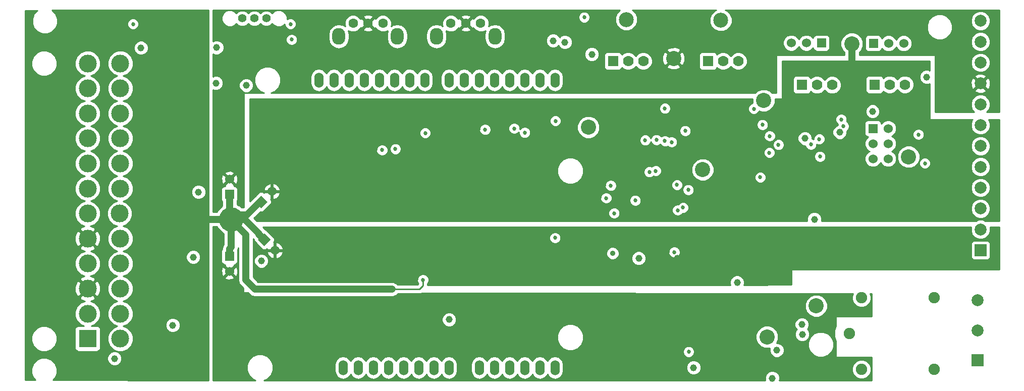
<source format=gbr>
G04 (created by PCBNEW (2013-07-07 BZR 4022)-stable) date 27/03/2014 17:50:44*
%MOIN*%
G04 Gerber Fmt 3.4, Leading zero omitted, Abs format*
%FSLAX34Y34*%
G01*
G70*
G90*
G04 APERTURE LIST*
%ADD10C,0.006*%
%ADD11C,0.0984252*%
%ADD12R,0.06X0.06*%
%ADD13C,0.06*%
%ADD14R,0.0787402X0.0787402*%
%ADD15C,0.0787402*%
%ADD16C,0.075*%
%ADD17C,0.16*%
%ADD18C,0.07*%
%ADD19R,0.07X0.07*%
%ADD20O,0.0866142X0.110236*%
%ADD21C,0.0629921*%
%ADD22C,0.0551181*%
%ADD23O,0.06X0.1*%
%ADD24R,0.11811X0.11811*%
%ADD25C,0.11811*%
%ADD26C,0.1*%
%ADD27C,0.046*%
%ADD28C,0.027*%
%ADD29C,0.035*%
%ADD30C,0.048*%
%ADD31C,0.01*%
%ADD32C,0.036*%
G04 APERTURE END LIST*
G54D10*
G54D11*
X95650Y-39550D03*
G54D12*
X105700Y-46700D03*
G54D13*
X106700Y-46700D03*
X105700Y-47700D03*
X106700Y-47700D03*
X105700Y-48700D03*
X106700Y-48700D03*
G54D14*
X112600Y-62000D03*
G54D15*
X112600Y-60031D03*
X112600Y-58062D03*
G54D14*
X112800Y-54750D03*
G54D15*
X112800Y-53372D03*
X112800Y-51994D03*
X112800Y-50616D03*
X112800Y-49238D03*
X112800Y-47860D03*
X112800Y-46482D03*
X112800Y-45104D03*
X112800Y-43726D03*
X112800Y-42348D03*
X112800Y-40970D03*
X112800Y-39592D03*
G54D16*
X104150Y-60250D03*
X104940Y-57890D03*
X109740Y-57890D03*
X109740Y-62610D03*
X104940Y-62610D03*
G54D17*
X63300Y-52700D03*
G54D12*
X63200Y-55150D03*
G54D13*
X63200Y-56150D03*
G54D10*
G36*
X65072Y-54046D02*
X65496Y-53622D01*
X65920Y-54046D01*
X65496Y-54470D01*
X65072Y-54046D01*
X65072Y-54046D01*
G37*
G54D13*
X66203Y-54753D03*
G54D12*
X63200Y-51050D03*
G54D13*
X63200Y-50050D03*
G54D10*
G36*
X65296Y-51977D02*
X64872Y-51553D01*
X65296Y-51129D01*
X65720Y-51553D01*
X65296Y-51977D01*
X65296Y-51977D01*
G37*
G54D13*
X66003Y-50846D03*
G54D11*
X89400Y-39500D03*
G54D18*
X89525Y-42250D03*
X90525Y-42250D03*
G54D19*
X88525Y-42250D03*
G54D18*
X106800Y-43800D03*
X107800Y-43800D03*
G54D19*
X105800Y-43800D03*
G54D18*
X102000Y-43825D03*
X103000Y-43825D03*
G54D19*
X101000Y-43825D03*
G54D18*
X95800Y-42250D03*
X96800Y-42250D03*
G54D19*
X94800Y-42250D03*
G54D20*
X74279Y-40616D03*
X70420Y-40616D03*
G54D21*
X72350Y-39750D03*
X73334Y-39750D03*
X71365Y-39750D03*
G54D20*
X80729Y-40616D03*
X76870Y-40616D03*
G54D21*
X78800Y-39750D03*
X79784Y-39750D03*
X77815Y-39750D03*
G54D22*
X65623Y-39425D03*
X64835Y-39425D03*
X64048Y-39425D03*
G54D23*
X84700Y-62500D03*
X84700Y-43500D03*
X83700Y-43500D03*
X82700Y-43500D03*
X81700Y-43500D03*
X80700Y-43500D03*
X79700Y-43500D03*
X78700Y-43500D03*
X77700Y-43500D03*
X76100Y-43500D03*
X75100Y-43500D03*
X74100Y-43500D03*
X73100Y-43500D03*
X72100Y-43500D03*
X71100Y-43500D03*
X70100Y-43500D03*
X69100Y-43500D03*
X83700Y-62500D03*
X82700Y-62500D03*
X81700Y-62500D03*
X80700Y-62500D03*
X79700Y-62500D03*
X77700Y-62500D03*
X76700Y-62500D03*
X75700Y-62500D03*
X74700Y-62500D03*
X73700Y-62500D03*
X72700Y-62500D03*
X71700Y-62500D03*
X70700Y-62500D03*
G54D24*
X53824Y-60588D03*
G54D25*
X53824Y-58935D03*
X53824Y-57281D03*
X53824Y-55628D03*
X53824Y-53974D03*
X53824Y-52321D03*
X53824Y-50667D03*
X53824Y-49014D03*
X53824Y-47360D03*
X53824Y-45707D03*
X53824Y-44053D03*
X53824Y-42400D03*
X55989Y-60588D03*
X55989Y-58935D03*
X55989Y-57281D03*
X55989Y-55628D03*
X55989Y-53974D03*
X55938Y-52321D03*
X55989Y-50667D03*
X55989Y-49014D03*
X55989Y-47360D03*
X55989Y-45707D03*
X55989Y-44053D03*
X55989Y-42400D03*
G54D26*
X94450Y-49425D03*
X104300Y-41100D03*
X92525Y-42075D03*
X101950Y-58425D03*
X98700Y-60475D03*
X86900Y-46625D03*
X108050Y-48575D03*
X98475Y-44850D03*
G54D12*
X102300Y-41050D03*
G54D13*
X101300Y-41050D03*
X100300Y-41050D03*
G54D12*
X105725Y-41075D03*
G54D13*
X106725Y-41075D03*
X107725Y-41075D03*
G54D27*
X109250Y-43300D03*
X101825Y-52700D03*
X55600Y-61900D03*
X77700Y-59325D03*
X101000Y-59650D03*
X59450Y-59700D03*
X62300Y-43700D03*
G54D28*
X56825Y-39800D03*
G54D27*
X85350Y-41000D03*
X64300Y-43850D03*
X60800Y-55200D03*
G54D29*
X88500Y-54950D03*
G54D27*
X65300Y-55450D03*
G54D28*
X91950Y-47525D03*
X90000Y-51450D03*
X108700Y-47100D03*
G54D27*
X61150Y-50900D03*
X57350Y-41375D03*
X87125Y-41800D03*
X62350Y-41350D03*
G54D28*
X93500Y-50750D03*
X84725Y-46200D03*
X97825Y-45400D03*
X84700Y-53925D03*
X74150Y-48050D03*
X73275Y-48125D03*
X93525Y-61450D03*
X88600Y-52300D03*
X88375Y-50475D03*
X67225Y-39800D03*
X67300Y-40825D03*
X76125Y-47000D03*
X82000Y-46700D03*
X93150Y-51925D03*
X92750Y-50425D03*
X80075Y-46775D03*
X88075Y-51300D03*
X82700Y-46975D03*
X92800Y-52100D03*
G54D27*
X90225Y-55275D03*
X96725Y-56875D03*
G54D28*
X92575Y-54875D03*
X86625Y-39350D03*
G54D27*
X84575Y-40900D03*
G54D28*
X93300Y-46850D03*
X91400Y-47450D03*
X90650Y-47475D03*
X102150Y-47400D03*
X88350Y-47425D03*
X95200Y-48950D03*
X99950Y-45225D03*
G54D27*
X104375Y-44300D03*
X104775Y-43225D03*
X95125Y-50300D03*
G54D28*
X110750Y-47100D03*
X99300Y-45150D03*
X92475Y-51825D03*
X89700Y-48725D03*
G54D27*
X101775Y-52050D03*
X103450Y-48925D03*
X101200Y-47350D03*
X105675Y-45575D03*
X103500Y-46950D03*
X60050Y-44950D03*
G54D28*
X61150Y-39175D03*
X75975Y-56700D03*
G54D27*
X73925Y-57325D03*
X60550Y-47300D03*
X88700Y-55750D03*
X111475Y-55700D03*
X92775Y-55275D03*
G54D29*
X92525Y-39600D03*
G54D27*
X92550Y-43800D03*
G54D28*
X65175Y-40675D03*
G54D27*
X99450Y-58500D03*
G54D28*
X99450Y-47775D03*
X98875Y-47200D03*
X92400Y-47600D03*
X90925Y-49575D03*
X109125Y-49000D03*
X91350Y-49500D03*
X98250Y-49925D03*
X98850Y-48300D03*
X98400Y-46450D03*
X101600Y-47750D03*
X103600Y-46100D03*
X91950Y-45375D03*
X103750Y-46550D03*
X102200Y-48550D03*
G54D27*
X99050Y-63200D03*
X93850Y-62500D03*
X101025Y-60300D03*
X99350Y-61350D03*
G54D30*
X104300Y-41100D02*
X104300Y-42350D01*
G54D31*
X75975Y-56700D02*
X75975Y-57075D01*
X75725Y-57325D02*
X73925Y-57325D01*
X75975Y-57075D02*
X75725Y-57325D01*
G54D30*
X64875Y-57325D02*
X73925Y-57325D01*
X63300Y-52700D02*
X63300Y-52750D01*
X64275Y-56725D02*
X64875Y-57325D01*
X64875Y-57325D02*
X64825Y-57275D01*
X64275Y-53725D02*
X64275Y-56725D01*
X63300Y-52750D02*
X64275Y-53725D01*
X65150Y-53650D02*
X65150Y-53700D01*
X65150Y-53700D02*
X65496Y-54046D01*
X65146Y-53646D02*
X65150Y-53650D01*
X65150Y-53650D02*
X64200Y-52700D01*
X63300Y-52700D02*
X64200Y-52700D01*
X63300Y-52700D02*
X63300Y-54550D01*
X63200Y-54650D02*
X63200Y-55150D01*
X63300Y-54550D02*
X63200Y-54650D01*
X65296Y-51553D02*
X65196Y-51553D01*
X63600Y-52400D02*
X63300Y-52700D01*
X64350Y-52400D02*
X63600Y-52400D01*
X65196Y-51553D02*
X64350Y-52400D01*
X63400Y-52600D02*
X63300Y-52700D01*
X63200Y-51050D02*
X63200Y-52600D01*
X63200Y-52600D02*
X63300Y-52700D01*
X63400Y-52600D02*
X63300Y-52700D01*
X63200Y-52800D02*
X63300Y-52700D01*
G54D32*
X63400Y-52600D02*
X63300Y-52700D01*
G54D30*
X63300Y-52700D02*
X59750Y-52700D01*
G54D32*
X63300Y-52700D02*
X59750Y-52700D01*
G54D10*
G36*
X105600Y-63330D02*
X105565Y-63330D01*
X105565Y-62486D01*
X105470Y-62256D01*
X105294Y-62080D01*
X105064Y-61985D01*
X104816Y-61984D01*
X104586Y-62079D01*
X104410Y-62255D01*
X104315Y-62485D01*
X104314Y-62733D01*
X104409Y-62963D01*
X104585Y-63139D01*
X104815Y-63234D01*
X105063Y-63235D01*
X105293Y-63140D01*
X105469Y-62964D01*
X105564Y-62734D01*
X105565Y-62486D01*
X105565Y-63330D01*
X103090Y-63330D01*
X103090Y-60808D01*
X102963Y-60499D01*
X102726Y-60262D01*
X102700Y-60251D01*
X102700Y-58276D01*
X102586Y-58000D01*
X102375Y-57789D01*
X102099Y-57675D01*
X101801Y-57674D01*
X101525Y-57788D01*
X101314Y-57999D01*
X101200Y-58275D01*
X101199Y-58573D01*
X101313Y-58849D01*
X101524Y-59060D01*
X101800Y-59174D01*
X102098Y-59175D01*
X102374Y-59061D01*
X102585Y-58850D01*
X102699Y-58574D01*
X102700Y-58276D01*
X102700Y-60251D01*
X102417Y-60134D01*
X102083Y-60134D01*
X101774Y-60262D01*
X101537Y-60498D01*
X101505Y-60577D01*
X101505Y-60204D01*
X101432Y-60028D01*
X101366Y-59962D01*
X101406Y-59922D01*
X101479Y-59745D01*
X101480Y-59554D01*
X101407Y-59378D01*
X101272Y-59243D01*
X101095Y-59170D01*
X100904Y-59169D01*
X100728Y-59242D01*
X100593Y-59377D01*
X100520Y-59554D01*
X100519Y-59745D01*
X100592Y-59921D01*
X100658Y-59987D01*
X100618Y-60027D01*
X100545Y-60204D01*
X100544Y-60395D01*
X100617Y-60571D01*
X100752Y-60706D01*
X100929Y-60779D01*
X101120Y-60780D01*
X101296Y-60707D01*
X101431Y-60572D01*
X101504Y-60395D01*
X101505Y-60204D01*
X101505Y-60577D01*
X101409Y-60807D01*
X101409Y-61141D01*
X101537Y-61450D01*
X101773Y-61687D01*
X102082Y-61815D01*
X102416Y-61815D01*
X102725Y-61688D01*
X102962Y-61451D01*
X103090Y-61142D01*
X103090Y-60808D01*
X103090Y-63330D01*
X99830Y-63330D01*
X99830Y-61254D01*
X99757Y-61078D01*
X99622Y-60943D01*
X99445Y-60870D01*
X99348Y-60869D01*
X99449Y-60624D01*
X99450Y-60326D01*
X99336Y-60050D01*
X99125Y-59839D01*
X98849Y-59725D01*
X98551Y-59724D01*
X98275Y-59838D01*
X98064Y-60049D01*
X97950Y-60325D01*
X97949Y-60623D01*
X98063Y-60899D01*
X98274Y-61110D01*
X98550Y-61224D01*
X98848Y-61225D01*
X98889Y-61208D01*
X98870Y-61254D01*
X98869Y-61445D01*
X98942Y-61621D01*
X99077Y-61756D01*
X99254Y-61829D01*
X99445Y-61830D01*
X99621Y-61757D01*
X99756Y-61622D01*
X99829Y-61445D01*
X99830Y-61254D01*
X99830Y-63330D01*
X99515Y-63330D01*
X99529Y-63295D01*
X99530Y-63104D01*
X99457Y-62928D01*
X99322Y-62793D01*
X99145Y-62720D01*
X98954Y-62719D01*
X98778Y-62792D01*
X98643Y-62927D01*
X98570Y-63104D01*
X98569Y-63295D01*
X98584Y-63330D01*
X94330Y-63330D01*
X94330Y-62404D01*
X94257Y-62228D01*
X94122Y-62093D01*
X93945Y-62020D01*
X93910Y-62020D01*
X93910Y-61373D01*
X93851Y-61232D01*
X93743Y-61123D01*
X93601Y-61065D01*
X93448Y-61064D01*
X93307Y-61123D01*
X93198Y-61231D01*
X93140Y-61373D01*
X93139Y-61526D01*
X93198Y-61667D01*
X93306Y-61776D01*
X93448Y-61834D01*
X93601Y-61835D01*
X93742Y-61776D01*
X93851Y-61668D01*
X93909Y-61526D01*
X93910Y-61373D01*
X93910Y-62020D01*
X93754Y-62019D01*
X93578Y-62092D01*
X93443Y-62227D01*
X93370Y-62404D01*
X93369Y-62595D01*
X93442Y-62771D01*
X93577Y-62906D01*
X93754Y-62979D01*
X93945Y-62980D01*
X94121Y-62907D01*
X94256Y-62772D01*
X94329Y-62595D01*
X94330Y-62404D01*
X94330Y-63330D01*
X86575Y-63330D01*
X86575Y-60326D01*
X86442Y-60005D01*
X86196Y-59758D01*
X85874Y-59625D01*
X85526Y-59624D01*
X85205Y-59757D01*
X84958Y-60003D01*
X84825Y-60325D01*
X84824Y-60673D01*
X84957Y-60995D01*
X85203Y-61241D01*
X85525Y-61374D01*
X85873Y-61375D01*
X86195Y-61242D01*
X86441Y-60996D01*
X86574Y-60674D01*
X86575Y-60326D01*
X86575Y-63330D01*
X85250Y-63330D01*
X85250Y-62714D01*
X85250Y-62285D01*
X85208Y-62074D01*
X85088Y-61896D01*
X84910Y-61777D01*
X84700Y-61735D01*
X84489Y-61777D01*
X84311Y-61896D01*
X84200Y-62062D01*
X84088Y-61896D01*
X83910Y-61777D01*
X83700Y-61735D01*
X83489Y-61777D01*
X83311Y-61896D01*
X83200Y-62062D01*
X83088Y-61896D01*
X82910Y-61777D01*
X82700Y-61735D01*
X82489Y-61777D01*
X82311Y-61896D01*
X82200Y-62062D01*
X82088Y-61896D01*
X81910Y-61777D01*
X81700Y-61735D01*
X81489Y-61777D01*
X81311Y-61896D01*
X81200Y-62062D01*
X81088Y-61896D01*
X80910Y-61777D01*
X80700Y-61735D01*
X80489Y-61777D01*
X80311Y-61896D01*
X80200Y-62062D01*
X80088Y-61896D01*
X79910Y-61777D01*
X79700Y-61735D01*
X79489Y-61777D01*
X79311Y-61896D01*
X79191Y-62074D01*
X79150Y-62285D01*
X79150Y-62714D01*
X79191Y-62925D01*
X79311Y-63103D01*
X79489Y-63222D01*
X79700Y-63264D01*
X79910Y-63222D01*
X80088Y-63103D01*
X80200Y-62937D01*
X80311Y-63103D01*
X80489Y-63222D01*
X80700Y-63264D01*
X80910Y-63222D01*
X81088Y-63103D01*
X81200Y-62937D01*
X81311Y-63103D01*
X81489Y-63222D01*
X81700Y-63264D01*
X81910Y-63222D01*
X82088Y-63103D01*
X82200Y-62937D01*
X82311Y-63103D01*
X82489Y-63222D01*
X82700Y-63264D01*
X82910Y-63222D01*
X83088Y-63103D01*
X83200Y-62937D01*
X83311Y-63103D01*
X83489Y-63222D01*
X83700Y-63264D01*
X83910Y-63222D01*
X84088Y-63103D01*
X84200Y-62937D01*
X84311Y-63103D01*
X84489Y-63222D01*
X84700Y-63264D01*
X84910Y-63222D01*
X85088Y-63103D01*
X85208Y-62925D01*
X85250Y-62714D01*
X85250Y-63330D01*
X78250Y-63330D01*
X78250Y-62714D01*
X78250Y-62285D01*
X78208Y-62074D01*
X78180Y-62032D01*
X78180Y-59229D01*
X78107Y-59053D01*
X77972Y-58918D01*
X77795Y-58845D01*
X77604Y-58844D01*
X77428Y-58917D01*
X77293Y-59052D01*
X77220Y-59229D01*
X77219Y-59420D01*
X77292Y-59596D01*
X77427Y-59731D01*
X77604Y-59804D01*
X77795Y-59805D01*
X77971Y-59732D01*
X78106Y-59597D01*
X78179Y-59420D01*
X78180Y-59229D01*
X78180Y-62032D01*
X78088Y-61896D01*
X77910Y-61777D01*
X77700Y-61735D01*
X77489Y-61777D01*
X77311Y-61896D01*
X77200Y-62062D01*
X77088Y-61896D01*
X76910Y-61777D01*
X76700Y-61735D01*
X76489Y-61777D01*
X76311Y-61896D01*
X76200Y-62062D01*
X76088Y-61896D01*
X75910Y-61777D01*
X75700Y-61735D01*
X75489Y-61777D01*
X75311Y-61896D01*
X75200Y-62062D01*
X75088Y-61896D01*
X74910Y-61777D01*
X74700Y-61735D01*
X74489Y-61777D01*
X74311Y-61896D01*
X74200Y-62062D01*
X74088Y-61896D01*
X73910Y-61777D01*
X73700Y-61735D01*
X73489Y-61777D01*
X73311Y-61896D01*
X73200Y-62062D01*
X73088Y-61896D01*
X72910Y-61777D01*
X72700Y-61735D01*
X72489Y-61777D01*
X72311Y-61896D01*
X72200Y-62062D01*
X72088Y-61896D01*
X71910Y-61777D01*
X71700Y-61735D01*
X71489Y-61777D01*
X71311Y-61896D01*
X71200Y-62062D01*
X71088Y-61896D01*
X70910Y-61777D01*
X70700Y-61735D01*
X70489Y-61777D01*
X70311Y-61896D01*
X70191Y-62074D01*
X70150Y-62285D01*
X70150Y-62714D01*
X70191Y-62925D01*
X70311Y-63103D01*
X70489Y-63222D01*
X70700Y-63264D01*
X70910Y-63222D01*
X71088Y-63103D01*
X71200Y-62937D01*
X71311Y-63103D01*
X71489Y-63222D01*
X71700Y-63264D01*
X71910Y-63222D01*
X72088Y-63103D01*
X72200Y-62937D01*
X72311Y-63103D01*
X72489Y-63222D01*
X72700Y-63264D01*
X72910Y-63222D01*
X73088Y-63103D01*
X73200Y-62937D01*
X73311Y-63103D01*
X73489Y-63222D01*
X73700Y-63264D01*
X73910Y-63222D01*
X74088Y-63103D01*
X74200Y-62937D01*
X74311Y-63103D01*
X74489Y-63222D01*
X74700Y-63264D01*
X74910Y-63222D01*
X75088Y-63103D01*
X75200Y-62937D01*
X75311Y-63103D01*
X75489Y-63222D01*
X75700Y-63264D01*
X75910Y-63222D01*
X76088Y-63103D01*
X76200Y-62937D01*
X76311Y-63103D01*
X76489Y-63222D01*
X76700Y-63264D01*
X76910Y-63222D01*
X77088Y-63103D01*
X77200Y-62937D01*
X77311Y-63103D01*
X77489Y-63222D01*
X77700Y-63264D01*
X77910Y-63222D01*
X78088Y-63103D01*
X78208Y-62925D01*
X78250Y-62714D01*
X78250Y-63330D01*
X65481Y-63330D01*
X65695Y-63242D01*
X65941Y-62996D01*
X66074Y-62674D01*
X66075Y-62326D01*
X65942Y-62005D01*
X65696Y-61758D01*
X65374Y-61625D01*
X65026Y-61624D01*
X64705Y-61757D01*
X64458Y-62003D01*
X64325Y-62325D01*
X64324Y-62673D01*
X64457Y-62995D01*
X64703Y-63241D01*
X64917Y-63330D01*
X63754Y-63330D01*
X63754Y-56231D01*
X63743Y-56013D01*
X63681Y-55862D01*
X63585Y-55834D01*
X63270Y-56150D01*
X63585Y-56465D01*
X63681Y-56437D01*
X63754Y-56231D01*
X63754Y-63330D01*
X63515Y-63330D01*
X63515Y-56535D01*
X63200Y-56220D01*
X63129Y-56291D01*
X63129Y-56150D01*
X62814Y-55834D01*
X62718Y-55862D01*
X62645Y-56068D01*
X62656Y-56286D01*
X62718Y-56437D01*
X62814Y-56465D01*
X63129Y-56150D01*
X63129Y-56291D01*
X62884Y-56535D01*
X62912Y-56631D01*
X63118Y-56704D01*
X63336Y-56693D01*
X63487Y-56631D01*
X63515Y-56535D01*
X63515Y-63330D01*
X62100Y-63330D01*
X62100Y-57503D01*
X62100Y-57500D01*
X62100Y-53190D01*
X62366Y-53190D01*
X62409Y-53294D01*
X62704Y-53589D01*
X62810Y-53633D01*
X62810Y-54368D01*
X62747Y-54462D01*
X62710Y-54650D01*
X62710Y-54686D01*
X62688Y-54708D01*
X62650Y-54800D01*
X62649Y-54899D01*
X62649Y-55499D01*
X62687Y-55591D01*
X62758Y-55661D01*
X62850Y-55699D01*
X62903Y-55700D01*
X62884Y-55764D01*
X63200Y-56079D01*
X63515Y-55764D01*
X63496Y-55700D01*
X63549Y-55700D01*
X63641Y-55662D01*
X63711Y-55591D01*
X63749Y-55499D01*
X63750Y-55400D01*
X63750Y-54800D01*
X63734Y-54764D01*
X63752Y-54737D01*
X63785Y-54575D01*
X63785Y-56725D01*
X63822Y-56912D01*
X63928Y-57071D01*
X64100Y-57242D01*
X64100Y-57554D01*
X64411Y-57554D01*
X64478Y-57621D01*
X64528Y-57671D01*
X64687Y-57777D01*
X64687Y-57777D01*
X64875Y-57815D01*
X73925Y-57815D01*
X73975Y-57805D01*
X74020Y-57805D01*
X74062Y-57787D01*
X74112Y-57777D01*
X74154Y-57749D01*
X74196Y-57732D01*
X74228Y-57700D01*
X74271Y-57671D01*
X74299Y-57629D01*
X74303Y-57625D01*
X75725Y-57625D01*
X75725Y-57624D01*
X75839Y-57602D01*
X75839Y-57602D01*
X75891Y-57567D01*
X75891Y-57567D01*
X104384Y-57598D01*
X104315Y-57765D01*
X104314Y-58013D01*
X104409Y-58243D01*
X104585Y-58419D01*
X104815Y-58514D01*
X105063Y-58515D01*
X105293Y-58420D01*
X105469Y-58244D01*
X105564Y-58014D01*
X105565Y-57766D01*
X105496Y-57599D01*
X105600Y-57599D01*
X105600Y-59100D01*
X103250Y-59100D01*
X103250Y-59744D01*
X103125Y-60045D01*
X103124Y-60452D01*
X103250Y-60755D01*
X103250Y-61800D01*
X105600Y-61800D01*
X105600Y-63330D01*
X105600Y-63330D01*
G37*
G54D31*
X105600Y-63330D02*
X105565Y-63330D01*
X105565Y-62486D01*
X105470Y-62256D01*
X105294Y-62080D01*
X105064Y-61985D01*
X104816Y-61984D01*
X104586Y-62079D01*
X104410Y-62255D01*
X104315Y-62485D01*
X104314Y-62733D01*
X104409Y-62963D01*
X104585Y-63139D01*
X104815Y-63234D01*
X105063Y-63235D01*
X105293Y-63140D01*
X105469Y-62964D01*
X105564Y-62734D01*
X105565Y-62486D01*
X105565Y-63330D01*
X103090Y-63330D01*
X103090Y-60808D01*
X102963Y-60499D01*
X102726Y-60262D01*
X102700Y-60251D01*
X102700Y-58276D01*
X102586Y-58000D01*
X102375Y-57789D01*
X102099Y-57675D01*
X101801Y-57674D01*
X101525Y-57788D01*
X101314Y-57999D01*
X101200Y-58275D01*
X101199Y-58573D01*
X101313Y-58849D01*
X101524Y-59060D01*
X101800Y-59174D01*
X102098Y-59175D01*
X102374Y-59061D01*
X102585Y-58850D01*
X102699Y-58574D01*
X102700Y-58276D01*
X102700Y-60251D01*
X102417Y-60134D01*
X102083Y-60134D01*
X101774Y-60262D01*
X101537Y-60498D01*
X101505Y-60577D01*
X101505Y-60204D01*
X101432Y-60028D01*
X101366Y-59962D01*
X101406Y-59922D01*
X101479Y-59745D01*
X101480Y-59554D01*
X101407Y-59378D01*
X101272Y-59243D01*
X101095Y-59170D01*
X100904Y-59169D01*
X100728Y-59242D01*
X100593Y-59377D01*
X100520Y-59554D01*
X100519Y-59745D01*
X100592Y-59921D01*
X100658Y-59987D01*
X100618Y-60027D01*
X100545Y-60204D01*
X100544Y-60395D01*
X100617Y-60571D01*
X100752Y-60706D01*
X100929Y-60779D01*
X101120Y-60780D01*
X101296Y-60707D01*
X101431Y-60572D01*
X101504Y-60395D01*
X101505Y-60204D01*
X101505Y-60577D01*
X101409Y-60807D01*
X101409Y-61141D01*
X101537Y-61450D01*
X101773Y-61687D01*
X102082Y-61815D01*
X102416Y-61815D01*
X102725Y-61688D01*
X102962Y-61451D01*
X103090Y-61142D01*
X103090Y-60808D01*
X103090Y-63330D01*
X99830Y-63330D01*
X99830Y-61254D01*
X99757Y-61078D01*
X99622Y-60943D01*
X99445Y-60870D01*
X99348Y-60869D01*
X99449Y-60624D01*
X99450Y-60326D01*
X99336Y-60050D01*
X99125Y-59839D01*
X98849Y-59725D01*
X98551Y-59724D01*
X98275Y-59838D01*
X98064Y-60049D01*
X97950Y-60325D01*
X97949Y-60623D01*
X98063Y-60899D01*
X98274Y-61110D01*
X98550Y-61224D01*
X98848Y-61225D01*
X98889Y-61208D01*
X98870Y-61254D01*
X98869Y-61445D01*
X98942Y-61621D01*
X99077Y-61756D01*
X99254Y-61829D01*
X99445Y-61830D01*
X99621Y-61757D01*
X99756Y-61622D01*
X99829Y-61445D01*
X99830Y-61254D01*
X99830Y-63330D01*
X99515Y-63330D01*
X99529Y-63295D01*
X99530Y-63104D01*
X99457Y-62928D01*
X99322Y-62793D01*
X99145Y-62720D01*
X98954Y-62719D01*
X98778Y-62792D01*
X98643Y-62927D01*
X98570Y-63104D01*
X98569Y-63295D01*
X98584Y-63330D01*
X94330Y-63330D01*
X94330Y-62404D01*
X94257Y-62228D01*
X94122Y-62093D01*
X93945Y-62020D01*
X93910Y-62020D01*
X93910Y-61373D01*
X93851Y-61232D01*
X93743Y-61123D01*
X93601Y-61065D01*
X93448Y-61064D01*
X93307Y-61123D01*
X93198Y-61231D01*
X93140Y-61373D01*
X93139Y-61526D01*
X93198Y-61667D01*
X93306Y-61776D01*
X93448Y-61834D01*
X93601Y-61835D01*
X93742Y-61776D01*
X93851Y-61668D01*
X93909Y-61526D01*
X93910Y-61373D01*
X93910Y-62020D01*
X93754Y-62019D01*
X93578Y-62092D01*
X93443Y-62227D01*
X93370Y-62404D01*
X93369Y-62595D01*
X93442Y-62771D01*
X93577Y-62906D01*
X93754Y-62979D01*
X93945Y-62980D01*
X94121Y-62907D01*
X94256Y-62772D01*
X94329Y-62595D01*
X94330Y-62404D01*
X94330Y-63330D01*
X86575Y-63330D01*
X86575Y-60326D01*
X86442Y-60005D01*
X86196Y-59758D01*
X85874Y-59625D01*
X85526Y-59624D01*
X85205Y-59757D01*
X84958Y-60003D01*
X84825Y-60325D01*
X84824Y-60673D01*
X84957Y-60995D01*
X85203Y-61241D01*
X85525Y-61374D01*
X85873Y-61375D01*
X86195Y-61242D01*
X86441Y-60996D01*
X86574Y-60674D01*
X86575Y-60326D01*
X86575Y-63330D01*
X85250Y-63330D01*
X85250Y-62714D01*
X85250Y-62285D01*
X85208Y-62074D01*
X85088Y-61896D01*
X84910Y-61777D01*
X84700Y-61735D01*
X84489Y-61777D01*
X84311Y-61896D01*
X84200Y-62062D01*
X84088Y-61896D01*
X83910Y-61777D01*
X83700Y-61735D01*
X83489Y-61777D01*
X83311Y-61896D01*
X83200Y-62062D01*
X83088Y-61896D01*
X82910Y-61777D01*
X82700Y-61735D01*
X82489Y-61777D01*
X82311Y-61896D01*
X82200Y-62062D01*
X82088Y-61896D01*
X81910Y-61777D01*
X81700Y-61735D01*
X81489Y-61777D01*
X81311Y-61896D01*
X81200Y-62062D01*
X81088Y-61896D01*
X80910Y-61777D01*
X80700Y-61735D01*
X80489Y-61777D01*
X80311Y-61896D01*
X80200Y-62062D01*
X80088Y-61896D01*
X79910Y-61777D01*
X79700Y-61735D01*
X79489Y-61777D01*
X79311Y-61896D01*
X79191Y-62074D01*
X79150Y-62285D01*
X79150Y-62714D01*
X79191Y-62925D01*
X79311Y-63103D01*
X79489Y-63222D01*
X79700Y-63264D01*
X79910Y-63222D01*
X80088Y-63103D01*
X80200Y-62937D01*
X80311Y-63103D01*
X80489Y-63222D01*
X80700Y-63264D01*
X80910Y-63222D01*
X81088Y-63103D01*
X81200Y-62937D01*
X81311Y-63103D01*
X81489Y-63222D01*
X81700Y-63264D01*
X81910Y-63222D01*
X82088Y-63103D01*
X82200Y-62937D01*
X82311Y-63103D01*
X82489Y-63222D01*
X82700Y-63264D01*
X82910Y-63222D01*
X83088Y-63103D01*
X83200Y-62937D01*
X83311Y-63103D01*
X83489Y-63222D01*
X83700Y-63264D01*
X83910Y-63222D01*
X84088Y-63103D01*
X84200Y-62937D01*
X84311Y-63103D01*
X84489Y-63222D01*
X84700Y-63264D01*
X84910Y-63222D01*
X85088Y-63103D01*
X85208Y-62925D01*
X85250Y-62714D01*
X85250Y-63330D01*
X78250Y-63330D01*
X78250Y-62714D01*
X78250Y-62285D01*
X78208Y-62074D01*
X78180Y-62032D01*
X78180Y-59229D01*
X78107Y-59053D01*
X77972Y-58918D01*
X77795Y-58845D01*
X77604Y-58844D01*
X77428Y-58917D01*
X77293Y-59052D01*
X77220Y-59229D01*
X77219Y-59420D01*
X77292Y-59596D01*
X77427Y-59731D01*
X77604Y-59804D01*
X77795Y-59805D01*
X77971Y-59732D01*
X78106Y-59597D01*
X78179Y-59420D01*
X78180Y-59229D01*
X78180Y-62032D01*
X78088Y-61896D01*
X77910Y-61777D01*
X77700Y-61735D01*
X77489Y-61777D01*
X77311Y-61896D01*
X77200Y-62062D01*
X77088Y-61896D01*
X76910Y-61777D01*
X76700Y-61735D01*
X76489Y-61777D01*
X76311Y-61896D01*
X76200Y-62062D01*
X76088Y-61896D01*
X75910Y-61777D01*
X75700Y-61735D01*
X75489Y-61777D01*
X75311Y-61896D01*
X75200Y-62062D01*
X75088Y-61896D01*
X74910Y-61777D01*
X74700Y-61735D01*
X74489Y-61777D01*
X74311Y-61896D01*
X74200Y-62062D01*
X74088Y-61896D01*
X73910Y-61777D01*
X73700Y-61735D01*
X73489Y-61777D01*
X73311Y-61896D01*
X73200Y-62062D01*
X73088Y-61896D01*
X72910Y-61777D01*
X72700Y-61735D01*
X72489Y-61777D01*
X72311Y-61896D01*
X72200Y-62062D01*
X72088Y-61896D01*
X71910Y-61777D01*
X71700Y-61735D01*
X71489Y-61777D01*
X71311Y-61896D01*
X71200Y-62062D01*
X71088Y-61896D01*
X70910Y-61777D01*
X70700Y-61735D01*
X70489Y-61777D01*
X70311Y-61896D01*
X70191Y-62074D01*
X70150Y-62285D01*
X70150Y-62714D01*
X70191Y-62925D01*
X70311Y-63103D01*
X70489Y-63222D01*
X70700Y-63264D01*
X70910Y-63222D01*
X71088Y-63103D01*
X71200Y-62937D01*
X71311Y-63103D01*
X71489Y-63222D01*
X71700Y-63264D01*
X71910Y-63222D01*
X72088Y-63103D01*
X72200Y-62937D01*
X72311Y-63103D01*
X72489Y-63222D01*
X72700Y-63264D01*
X72910Y-63222D01*
X73088Y-63103D01*
X73200Y-62937D01*
X73311Y-63103D01*
X73489Y-63222D01*
X73700Y-63264D01*
X73910Y-63222D01*
X74088Y-63103D01*
X74200Y-62937D01*
X74311Y-63103D01*
X74489Y-63222D01*
X74700Y-63264D01*
X74910Y-63222D01*
X75088Y-63103D01*
X75200Y-62937D01*
X75311Y-63103D01*
X75489Y-63222D01*
X75700Y-63264D01*
X75910Y-63222D01*
X76088Y-63103D01*
X76200Y-62937D01*
X76311Y-63103D01*
X76489Y-63222D01*
X76700Y-63264D01*
X76910Y-63222D01*
X77088Y-63103D01*
X77200Y-62937D01*
X77311Y-63103D01*
X77489Y-63222D01*
X77700Y-63264D01*
X77910Y-63222D01*
X78088Y-63103D01*
X78208Y-62925D01*
X78250Y-62714D01*
X78250Y-63330D01*
X65481Y-63330D01*
X65695Y-63242D01*
X65941Y-62996D01*
X66074Y-62674D01*
X66075Y-62326D01*
X65942Y-62005D01*
X65696Y-61758D01*
X65374Y-61625D01*
X65026Y-61624D01*
X64705Y-61757D01*
X64458Y-62003D01*
X64325Y-62325D01*
X64324Y-62673D01*
X64457Y-62995D01*
X64703Y-63241D01*
X64917Y-63330D01*
X63754Y-63330D01*
X63754Y-56231D01*
X63743Y-56013D01*
X63681Y-55862D01*
X63585Y-55834D01*
X63270Y-56150D01*
X63585Y-56465D01*
X63681Y-56437D01*
X63754Y-56231D01*
X63754Y-63330D01*
X63515Y-63330D01*
X63515Y-56535D01*
X63200Y-56220D01*
X63129Y-56291D01*
X63129Y-56150D01*
X62814Y-55834D01*
X62718Y-55862D01*
X62645Y-56068D01*
X62656Y-56286D01*
X62718Y-56437D01*
X62814Y-56465D01*
X63129Y-56150D01*
X63129Y-56291D01*
X62884Y-56535D01*
X62912Y-56631D01*
X63118Y-56704D01*
X63336Y-56693D01*
X63487Y-56631D01*
X63515Y-56535D01*
X63515Y-63330D01*
X62100Y-63330D01*
X62100Y-57503D01*
X62100Y-57500D01*
X62100Y-53190D01*
X62366Y-53190D01*
X62409Y-53294D01*
X62704Y-53589D01*
X62810Y-53633D01*
X62810Y-54368D01*
X62747Y-54462D01*
X62710Y-54650D01*
X62710Y-54686D01*
X62688Y-54708D01*
X62650Y-54800D01*
X62649Y-54899D01*
X62649Y-55499D01*
X62687Y-55591D01*
X62758Y-55661D01*
X62850Y-55699D01*
X62903Y-55700D01*
X62884Y-55764D01*
X63200Y-56079D01*
X63515Y-55764D01*
X63496Y-55700D01*
X63549Y-55700D01*
X63641Y-55662D01*
X63711Y-55591D01*
X63749Y-55499D01*
X63750Y-55400D01*
X63750Y-54800D01*
X63734Y-54764D01*
X63752Y-54737D01*
X63785Y-54575D01*
X63785Y-56725D01*
X63822Y-56912D01*
X63928Y-57071D01*
X64100Y-57242D01*
X64100Y-57554D01*
X64411Y-57554D01*
X64478Y-57621D01*
X64528Y-57671D01*
X64687Y-57777D01*
X64687Y-57777D01*
X64875Y-57815D01*
X73925Y-57815D01*
X73975Y-57805D01*
X74020Y-57805D01*
X74062Y-57787D01*
X74112Y-57777D01*
X74154Y-57749D01*
X74196Y-57732D01*
X74228Y-57700D01*
X74271Y-57671D01*
X74299Y-57629D01*
X74303Y-57625D01*
X75725Y-57625D01*
X75725Y-57624D01*
X75839Y-57602D01*
X75839Y-57602D01*
X75891Y-57567D01*
X75891Y-57567D01*
X104384Y-57598D01*
X104315Y-57765D01*
X104314Y-58013D01*
X104409Y-58243D01*
X104585Y-58419D01*
X104815Y-58514D01*
X105063Y-58515D01*
X105293Y-58420D01*
X105469Y-58244D01*
X105564Y-58014D01*
X105565Y-57766D01*
X105496Y-57599D01*
X105600Y-57599D01*
X105600Y-59100D01*
X103250Y-59100D01*
X103250Y-59744D01*
X103125Y-60045D01*
X103124Y-60452D01*
X103250Y-60755D01*
X103250Y-61800D01*
X105600Y-61800D01*
X105600Y-63330D01*
G54D10*
G36*
X114030Y-45600D02*
X113447Y-45600D01*
X113447Y-43830D01*
X113443Y-43717D01*
X113443Y-42220D01*
X113443Y-40842D01*
X113443Y-39465D01*
X113346Y-39228D01*
X113165Y-39047D01*
X112928Y-38948D01*
X112672Y-38948D01*
X112435Y-39046D01*
X112254Y-39227D01*
X112156Y-39463D01*
X112156Y-39719D01*
X112253Y-39956D01*
X112434Y-40137D01*
X112671Y-40236D01*
X112927Y-40236D01*
X113164Y-40138D01*
X113345Y-39957D01*
X113443Y-39721D01*
X113443Y-39465D01*
X113443Y-40842D01*
X113346Y-40606D01*
X113165Y-40425D01*
X112928Y-40326D01*
X112672Y-40326D01*
X112435Y-40424D01*
X112254Y-40605D01*
X112156Y-40841D01*
X112156Y-41097D01*
X112253Y-41334D01*
X112434Y-41515D01*
X112671Y-41614D01*
X112927Y-41614D01*
X113164Y-41516D01*
X113345Y-41335D01*
X113443Y-41099D01*
X113443Y-40842D01*
X113443Y-42220D01*
X113346Y-41984D01*
X113165Y-41803D01*
X112928Y-41704D01*
X112672Y-41704D01*
X112435Y-41802D01*
X112254Y-41983D01*
X112156Y-42219D01*
X112156Y-42475D01*
X112253Y-42712D01*
X112434Y-42893D01*
X112671Y-42992D01*
X112927Y-42992D01*
X113164Y-42894D01*
X113345Y-42713D01*
X113443Y-42477D01*
X113443Y-42220D01*
X113443Y-43717D01*
X113438Y-43574D01*
X113358Y-43382D01*
X113253Y-43343D01*
X113183Y-43414D01*
X113183Y-43272D01*
X113144Y-43167D01*
X112904Y-43078D01*
X112648Y-43087D01*
X112455Y-43167D01*
X112416Y-43272D01*
X112800Y-43655D01*
X113183Y-43272D01*
X113183Y-43414D01*
X112870Y-43726D01*
X113253Y-44109D01*
X113358Y-44070D01*
X113447Y-43830D01*
X113447Y-45600D01*
X113214Y-45600D01*
X113345Y-45469D01*
X113443Y-45232D01*
X113443Y-44976D01*
X113346Y-44740D01*
X113183Y-44576D01*
X113183Y-44180D01*
X112800Y-43797D01*
X112729Y-43867D01*
X112729Y-43726D01*
X112346Y-43343D01*
X112241Y-43382D01*
X112152Y-43622D01*
X112161Y-43878D01*
X112241Y-44070D01*
X112346Y-44109D01*
X112729Y-43726D01*
X112729Y-43867D01*
X112416Y-44180D01*
X112455Y-44285D01*
X112695Y-44374D01*
X112951Y-44364D01*
X113144Y-44285D01*
X113183Y-44180D01*
X113183Y-44576D01*
X113165Y-44558D01*
X112928Y-44460D01*
X112672Y-44460D01*
X112435Y-44558D01*
X112254Y-44739D01*
X112156Y-44975D01*
X112156Y-45231D01*
X112253Y-45468D01*
X112385Y-45600D01*
X110940Y-45600D01*
X110940Y-39833D01*
X110813Y-39524D01*
X110576Y-39287D01*
X110267Y-39159D01*
X109933Y-39159D01*
X109624Y-39287D01*
X109387Y-39523D01*
X109259Y-39832D01*
X109259Y-40166D01*
X109387Y-40475D01*
X109623Y-40712D01*
X109932Y-40840D01*
X110266Y-40840D01*
X110575Y-40713D01*
X110812Y-40476D01*
X110940Y-40167D01*
X110940Y-39833D01*
X110940Y-45600D01*
X109800Y-45600D01*
X109800Y-41850D01*
X108275Y-41850D01*
X108275Y-40966D01*
X108191Y-40763D01*
X108036Y-40609D01*
X107834Y-40525D01*
X107616Y-40524D01*
X107413Y-40608D01*
X107259Y-40763D01*
X107225Y-40844D01*
X107191Y-40763D01*
X107036Y-40609D01*
X106834Y-40525D01*
X106616Y-40524D01*
X106413Y-40608D01*
X106275Y-40747D01*
X106275Y-40725D01*
X106237Y-40633D01*
X106166Y-40563D01*
X106074Y-40525D01*
X105975Y-40524D01*
X105375Y-40524D01*
X105283Y-40562D01*
X105213Y-40633D01*
X105175Y-40725D01*
X105174Y-40824D01*
X105174Y-41424D01*
X105212Y-41516D01*
X105283Y-41586D01*
X105375Y-41624D01*
X105474Y-41625D01*
X106074Y-41625D01*
X106166Y-41587D01*
X106236Y-41516D01*
X106274Y-41424D01*
X106274Y-41402D01*
X106413Y-41540D01*
X106615Y-41624D01*
X106833Y-41625D01*
X107036Y-41541D01*
X107190Y-41386D01*
X107224Y-41305D01*
X107258Y-41386D01*
X107413Y-41540D01*
X107615Y-41624D01*
X107833Y-41625D01*
X108036Y-41541D01*
X108190Y-41386D01*
X108274Y-41184D01*
X108275Y-40966D01*
X108275Y-41850D01*
X104790Y-41850D01*
X104790Y-41670D01*
X104935Y-41525D01*
X105049Y-41249D01*
X105050Y-40951D01*
X104936Y-40675D01*
X104725Y-40464D01*
X104449Y-40350D01*
X104151Y-40349D01*
X103875Y-40463D01*
X103664Y-40674D01*
X103550Y-40950D01*
X103549Y-41248D01*
X103663Y-41524D01*
X103810Y-41670D01*
X103810Y-41850D01*
X102850Y-41850D01*
X102850Y-41300D01*
X102850Y-40700D01*
X102812Y-40608D01*
X102741Y-40538D01*
X102649Y-40500D01*
X102550Y-40499D01*
X101950Y-40499D01*
X101858Y-40537D01*
X101788Y-40608D01*
X101750Y-40700D01*
X101750Y-40722D01*
X101611Y-40584D01*
X101409Y-40500D01*
X101191Y-40499D01*
X100988Y-40583D01*
X100834Y-40738D01*
X100800Y-40819D01*
X100766Y-40738D01*
X100611Y-40584D01*
X100409Y-40500D01*
X100191Y-40499D01*
X99988Y-40583D01*
X99834Y-40738D01*
X99750Y-40940D01*
X99749Y-41158D01*
X99833Y-41361D01*
X99988Y-41515D01*
X100190Y-41599D01*
X100408Y-41600D01*
X100611Y-41516D01*
X100765Y-41361D01*
X100799Y-41280D01*
X100833Y-41361D01*
X100988Y-41515D01*
X101190Y-41599D01*
X101408Y-41600D01*
X101611Y-41516D01*
X101749Y-41377D01*
X101749Y-41399D01*
X101787Y-41491D01*
X101858Y-41561D01*
X101950Y-41599D01*
X102049Y-41600D01*
X102649Y-41600D01*
X102741Y-41562D01*
X102811Y-41491D01*
X102849Y-41399D01*
X102850Y-41300D01*
X102850Y-41850D01*
X99300Y-41850D01*
X99300Y-44350D01*
X99035Y-44350D01*
X98900Y-44214D01*
X98624Y-44100D01*
X98326Y-44099D01*
X98050Y-44213D01*
X97914Y-44350D01*
X97400Y-44350D01*
X97400Y-42131D01*
X97308Y-41910D01*
X97140Y-41741D01*
X96919Y-41650D01*
X96681Y-41649D01*
X96460Y-41741D01*
X96299Y-41901D01*
X96140Y-41741D01*
X95919Y-41650D01*
X95681Y-41649D01*
X95460Y-41741D01*
X95385Y-41815D01*
X95362Y-41758D01*
X95291Y-41688D01*
X95199Y-41650D01*
X95100Y-41649D01*
X94400Y-41649D01*
X94308Y-41687D01*
X94238Y-41758D01*
X94200Y-41850D01*
X94199Y-41949D01*
X94199Y-42649D01*
X94237Y-42741D01*
X94308Y-42811D01*
X94400Y-42849D01*
X94499Y-42850D01*
X95199Y-42850D01*
X95291Y-42812D01*
X95361Y-42741D01*
X95385Y-42684D01*
X95459Y-42758D01*
X95680Y-42849D01*
X95918Y-42850D01*
X96139Y-42758D01*
X96300Y-42598D01*
X96459Y-42758D01*
X96680Y-42849D01*
X96918Y-42850D01*
X97139Y-42758D01*
X97308Y-42590D01*
X97399Y-42369D01*
X97400Y-42131D01*
X97400Y-44350D01*
X93278Y-44350D01*
X93278Y-42204D01*
X93270Y-41906D01*
X93171Y-41666D01*
X93055Y-41615D01*
X92984Y-41685D01*
X92984Y-41544D01*
X92933Y-41428D01*
X92654Y-41321D01*
X92356Y-41329D01*
X92116Y-41428D01*
X92065Y-41544D01*
X92525Y-42004D01*
X92984Y-41544D01*
X92984Y-41685D01*
X92595Y-42075D01*
X93055Y-42534D01*
X93171Y-42483D01*
X93278Y-42204D01*
X93278Y-44350D01*
X92984Y-44350D01*
X92984Y-42605D01*
X92525Y-42145D01*
X92454Y-42216D01*
X92454Y-42075D01*
X91994Y-41615D01*
X91878Y-41666D01*
X91771Y-41945D01*
X91779Y-42243D01*
X91878Y-42483D01*
X91994Y-42534D01*
X92454Y-42075D01*
X92454Y-42216D01*
X92065Y-42605D01*
X92116Y-42721D01*
X92395Y-42828D01*
X92693Y-42820D01*
X92933Y-42721D01*
X92984Y-42605D01*
X92984Y-44350D01*
X91125Y-44350D01*
X91125Y-42131D01*
X91033Y-41910D01*
X90865Y-41741D01*
X90644Y-41650D01*
X90406Y-41649D01*
X90185Y-41741D01*
X90024Y-41901D01*
X89865Y-41741D01*
X89644Y-41650D01*
X89406Y-41649D01*
X89185Y-41741D01*
X89110Y-41815D01*
X89087Y-41758D01*
X89016Y-41688D01*
X88924Y-41650D01*
X88825Y-41649D01*
X88125Y-41649D01*
X88033Y-41687D01*
X87963Y-41758D01*
X87925Y-41850D01*
X87924Y-41949D01*
X87924Y-42649D01*
X87962Y-42741D01*
X88033Y-42811D01*
X88125Y-42849D01*
X88224Y-42850D01*
X88924Y-42850D01*
X89016Y-42812D01*
X89086Y-42741D01*
X89110Y-42684D01*
X89184Y-42758D01*
X89405Y-42849D01*
X89643Y-42850D01*
X89864Y-42758D01*
X90025Y-42598D01*
X90184Y-42758D01*
X90405Y-42849D01*
X90643Y-42850D01*
X90864Y-42758D01*
X91033Y-42590D01*
X91124Y-42369D01*
X91125Y-42131D01*
X91125Y-44350D01*
X87605Y-44350D01*
X87605Y-41704D01*
X87532Y-41528D01*
X87397Y-41393D01*
X87220Y-41320D01*
X87029Y-41319D01*
X87010Y-41328D01*
X87010Y-39273D01*
X86951Y-39132D01*
X86843Y-39023D01*
X86701Y-38965D01*
X86548Y-38964D01*
X86407Y-39023D01*
X86298Y-39131D01*
X86240Y-39273D01*
X86239Y-39426D01*
X86298Y-39567D01*
X86406Y-39676D01*
X86548Y-39734D01*
X86701Y-39735D01*
X86842Y-39676D01*
X86951Y-39568D01*
X87009Y-39426D01*
X87010Y-39273D01*
X87010Y-41328D01*
X86853Y-41392D01*
X86718Y-41527D01*
X86645Y-41704D01*
X86644Y-41895D01*
X86717Y-42071D01*
X86852Y-42206D01*
X87029Y-42279D01*
X87220Y-42280D01*
X87396Y-42207D01*
X87531Y-42072D01*
X87604Y-41895D01*
X87605Y-41704D01*
X87605Y-44350D01*
X85830Y-44350D01*
X85830Y-40904D01*
X85757Y-40728D01*
X85622Y-40593D01*
X85445Y-40520D01*
X85254Y-40519D01*
X85078Y-40592D01*
X84999Y-40671D01*
X84982Y-40628D01*
X84847Y-40493D01*
X84670Y-40420D01*
X84479Y-40419D01*
X84303Y-40492D01*
X84168Y-40627D01*
X84095Y-40804D01*
X84094Y-40995D01*
X84167Y-41171D01*
X84302Y-41306D01*
X84479Y-41379D01*
X84670Y-41380D01*
X84846Y-41307D01*
X84925Y-41228D01*
X84942Y-41271D01*
X85077Y-41406D01*
X85254Y-41479D01*
X85445Y-41480D01*
X85621Y-41407D01*
X85756Y-41272D01*
X85829Y-41095D01*
X85830Y-40904D01*
X85830Y-44350D01*
X85250Y-44350D01*
X85250Y-43714D01*
X85250Y-43285D01*
X85208Y-43074D01*
X85088Y-42896D01*
X84910Y-42777D01*
X84700Y-42735D01*
X84489Y-42777D01*
X84311Y-42896D01*
X84200Y-43062D01*
X84088Y-42896D01*
X83910Y-42777D01*
X83700Y-42735D01*
X83489Y-42777D01*
X83311Y-42896D01*
X83200Y-43062D01*
X83088Y-42896D01*
X82910Y-42777D01*
X82700Y-42735D01*
X82489Y-42777D01*
X82311Y-42896D01*
X82200Y-43062D01*
X82088Y-42896D01*
X81910Y-42777D01*
X81700Y-42735D01*
X81489Y-42777D01*
X81412Y-42828D01*
X81412Y-40749D01*
X81412Y-40482D01*
X81360Y-40220D01*
X81212Y-39999D01*
X80990Y-39851D01*
X80729Y-39799D01*
X80467Y-39851D01*
X80310Y-39956D01*
X80349Y-39862D01*
X80349Y-39638D01*
X80263Y-39430D01*
X80104Y-39271D01*
X79897Y-39185D01*
X79672Y-39184D01*
X79464Y-39270D01*
X79305Y-39429D01*
X79294Y-39455D01*
X79293Y-39453D01*
X79196Y-39423D01*
X79126Y-39494D01*
X79126Y-39353D01*
X79096Y-39256D01*
X78885Y-39180D01*
X78660Y-39191D01*
X78503Y-39256D01*
X78473Y-39353D01*
X78800Y-39679D01*
X79126Y-39353D01*
X79126Y-39494D01*
X78870Y-39750D01*
X79196Y-40076D01*
X79293Y-40046D01*
X79294Y-40044D01*
X79305Y-40069D01*
X79463Y-40228D01*
X79671Y-40314D01*
X79896Y-40315D01*
X80095Y-40232D01*
X80046Y-40482D01*
X80046Y-40749D01*
X80098Y-41011D01*
X80246Y-41232D01*
X80467Y-41381D01*
X80729Y-41433D01*
X80990Y-41381D01*
X81212Y-41232D01*
X81360Y-41011D01*
X81412Y-40749D01*
X81412Y-42828D01*
X81311Y-42896D01*
X81200Y-43062D01*
X81088Y-42896D01*
X80910Y-42777D01*
X80700Y-42735D01*
X80489Y-42777D01*
X80311Y-42896D01*
X80200Y-43062D01*
X80088Y-42896D01*
X79910Y-42777D01*
X79700Y-42735D01*
X79489Y-42777D01*
X79311Y-42896D01*
X79200Y-43062D01*
X79126Y-42951D01*
X79126Y-40146D01*
X78800Y-39820D01*
X78729Y-39891D01*
X78729Y-39750D01*
X78403Y-39423D01*
X78306Y-39453D01*
X78305Y-39455D01*
X78294Y-39430D01*
X78136Y-39271D01*
X77928Y-39185D01*
X77703Y-39184D01*
X77496Y-39270D01*
X77337Y-39429D01*
X77250Y-39637D01*
X77250Y-39861D01*
X77289Y-39956D01*
X77132Y-39851D01*
X76870Y-39799D01*
X76609Y-39851D01*
X76387Y-39999D01*
X76239Y-40220D01*
X76187Y-40482D01*
X76187Y-40749D01*
X76239Y-41011D01*
X76387Y-41232D01*
X76609Y-41381D01*
X76870Y-41433D01*
X77132Y-41381D01*
X77353Y-41232D01*
X77501Y-41011D01*
X77553Y-40749D01*
X77553Y-40482D01*
X77504Y-40232D01*
X77702Y-40314D01*
X77927Y-40315D01*
X78135Y-40229D01*
X78294Y-40070D01*
X78305Y-40044D01*
X78306Y-40046D01*
X78403Y-40076D01*
X78729Y-39750D01*
X78729Y-39891D01*
X78473Y-40146D01*
X78503Y-40243D01*
X78714Y-40319D01*
X78939Y-40308D01*
X79096Y-40243D01*
X79126Y-40146D01*
X79126Y-42951D01*
X79088Y-42896D01*
X78910Y-42777D01*
X78700Y-42735D01*
X78489Y-42777D01*
X78311Y-42896D01*
X78200Y-43062D01*
X78088Y-42896D01*
X77910Y-42777D01*
X77700Y-42735D01*
X77489Y-42777D01*
X77311Y-42896D01*
X77191Y-43074D01*
X77150Y-43285D01*
X77150Y-43714D01*
X77191Y-43925D01*
X77311Y-44103D01*
X77489Y-44222D01*
X77700Y-44264D01*
X77910Y-44222D01*
X78088Y-44103D01*
X78200Y-43937D01*
X78311Y-44103D01*
X78489Y-44222D01*
X78700Y-44264D01*
X78910Y-44222D01*
X79088Y-44103D01*
X79200Y-43937D01*
X79311Y-44103D01*
X79489Y-44222D01*
X79700Y-44264D01*
X79910Y-44222D01*
X80088Y-44103D01*
X80200Y-43937D01*
X80311Y-44103D01*
X80489Y-44222D01*
X80700Y-44264D01*
X80910Y-44222D01*
X81088Y-44103D01*
X81200Y-43937D01*
X81311Y-44103D01*
X81489Y-44222D01*
X81700Y-44264D01*
X81910Y-44222D01*
X82088Y-44103D01*
X82200Y-43937D01*
X82311Y-44103D01*
X82489Y-44222D01*
X82700Y-44264D01*
X82910Y-44222D01*
X83088Y-44103D01*
X83200Y-43937D01*
X83311Y-44103D01*
X83489Y-44222D01*
X83700Y-44264D01*
X83910Y-44222D01*
X84088Y-44103D01*
X84200Y-43937D01*
X84311Y-44103D01*
X84489Y-44222D01*
X84700Y-44264D01*
X84910Y-44222D01*
X85088Y-44103D01*
X85208Y-43925D01*
X85250Y-43714D01*
X85250Y-44350D01*
X76650Y-44350D01*
X76650Y-43714D01*
X76650Y-43285D01*
X76608Y-43074D01*
X76488Y-42896D01*
X76310Y-42777D01*
X76100Y-42735D01*
X75889Y-42777D01*
X75711Y-42896D01*
X75600Y-43062D01*
X75488Y-42896D01*
X75310Y-42777D01*
X75100Y-42735D01*
X74962Y-42762D01*
X74962Y-40749D01*
X74962Y-40482D01*
X74910Y-40220D01*
X74762Y-39999D01*
X74540Y-39851D01*
X74279Y-39799D01*
X74017Y-39851D01*
X73860Y-39956D01*
X73899Y-39862D01*
X73899Y-39638D01*
X73813Y-39430D01*
X73654Y-39271D01*
X73447Y-39185D01*
X73222Y-39184D01*
X73014Y-39270D01*
X72855Y-39429D01*
X72844Y-39455D01*
X72843Y-39453D01*
X72746Y-39423D01*
X72676Y-39494D01*
X72676Y-39353D01*
X72646Y-39256D01*
X72435Y-39180D01*
X72210Y-39191D01*
X72053Y-39256D01*
X72023Y-39353D01*
X72350Y-39679D01*
X72676Y-39353D01*
X72676Y-39494D01*
X72420Y-39750D01*
X72746Y-40076D01*
X72843Y-40046D01*
X72844Y-40044D01*
X72855Y-40069D01*
X73013Y-40228D01*
X73221Y-40314D01*
X73446Y-40315D01*
X73645Y-40232D01*
X73596Y-40482D01*
X73596Y-40749D01*
X73648Y-41011D01*
X73796Y-41232D01*
X74017Y-41381D01*
X74279Y-41433D01*
X74540Y-41381D01*
X74762Y-41232D01*
X74910Y-41011D01*
X74962Y-40749D01*
X74962Y-42762D01*
X74889Y-42777D01*
X74711Y-42896D01*
X74600Y-43062D01*
X74488Y-42896D01*
X74310Y-42777D01*
X74100Y-42735D01*
X73889Y-42777D01*
X73711Y-42896D01*
X73600Y-43062D01*
X73488Y-42896D01*
X73310Y-42777D01*
X73100Y-42735D01*
X72889Y-42777D01*
X72711Y-42896D01*
X72676Y-42948D01*
X72676Y-40146D01*
X72350Y-39820D01*
X72279Y-39891D01*
X72279Y-39750D01*
X71953Y-39423D01*
X71856Y-39453D01*
X71855Y-39455D01*
X71844Y-39430D01*
X71686Y-39271D01*
X71478Y-39185D01*
X71253Y-39184D01*
X71046Y-39270D01*
X70887Y-39429D01*
X70800Y-39637D01*
X70800Y-39861D01*
X70839Y-39956D01*
X70682Y-39851D01*
X70420Y-39799D01*
X70159Y-39851D01*
X69937Y-39999D01*
X69789Y-40220D01*
X69737Y-40482D01*
X69737Y-40749D01*
X69789Y-41011D01*
X69937Y-41232D01*
X70159Y-41381D01*
X70420Y-41433D01*
X70682Y-41381D01*
X70903Y-41232D01*
X71051Y-41011D01*
X71103Y-40749D01*
X71103Y-40482D01*
X71054Y-40232D01*
X71252Y-40314D01*
X71477Y-40315D01*
X71685Y-40229D01*
X71844Y-40070D01*
X71855Y-40044D01*
X71856Y-40046D01*
X71953Y-40076D01*
X72279Y-39750D01*
X72279Y-39891D01*
X72023Y-40146D01*
X72053Y-40243D01*
X72264Y-40319D01*
X72489Y-40308D01*
X72646Y-40243D01*
X72676Y-40146D01*
X72676Y-42948D01*
X72600Y-43062D01*
X72488Y-42896D01*
X72310Y-42777D01*
X72100Y-42735D01*
X71889Y-42777D01*
X71711Y-42896D01*
X71600Y-43062D01*
X71488Y-42896D01*
X71310Y-42777D01*
X71100Y-42735D01*
X70889Y-42777D01*
X70711Y-42896D01*
X70600Y-43062D01*
X70488Y-42896D01*
X70310Y-42777D01*
X70100Y-42735D01*
X69889Y-42777D01*
X69711Y-42896D01*
X69600Y-43062D01*
X69488Y-42896D01*
X69310Y-42777D01*
X69100Y-42735D01*
X68889Y-42777D01*
X68711Y-42896D01*
X68591Y-43074D01*
X68550Y-43285D01*
X68550Y-43714D01*
X68591Y-43925D01*
X68711Y-44103D01*
X68889Y-44222D01*
X69100Y-44264D01*
X69310Y-44222D01*
X69488Y-44103D01*
X69600Y-43937D01*
X69711Y-44103D01*
X69889Y-44222D01*
X70100Y-44264D01*
X70310Y-44222D01*
X70488Y-44103D01*
X70600Y-43937D01*
X70711Y-44103D01*
X70889Y-44222D01*
X71100Y-44264D01*
X71310Y-44222D01*
X71488Y-44103D01*
X71600Y-43937D01*
X71711Y-44103D01*
X71889Y-44222D01*
X72100Y-44264D01*
X72310Y-44222D01*
X72488Y-44103D01*
X72600Y-43937D01*
X72711Y-44103D01*
X72889Y-44222D01*
X73100Y-44264D01*
X73310Y-44222D01*
X73488Y-44103D01*
X73600Y-43937D01*
X73711Y-44103D01*
X73889Y-44222D01*
X74100Y-44264D01*
X74310Y-44222D01*
X74488Y-44103D01*
X74600Y-43937D01*
X74711Y-44103D01*
X74889Y-44222D01*
X75100Y-44264D01*
X75310Y-44222D01*
X75488Y-44103D01*
X75600Y-43937D01*
X75711Y-44103D01*
X75889Y-44222D01*
X76100Y-44264D01*
X76310Y-44222D01*
X76488Y-44103D01*
X76608Y-43925D01*
X76650Y-43714D01*
X76650Y-44350D01*
X67685Y-44350D01*
X67685Y-40748D01*
X67626Y-40607D01*
X67610Y-40590D01*
X67610Y-39723D01*
X67551Y-39582D01*
X67443Y-39473D01*
X67301Y-39415D01*
X67148Y-39414D01*
X67007Y-39473D01*
X66995Y-39485D01*
X66995Y-39317D01*
X66912Y-39116D01*
X66759Y-38963D01*
X66558Y-38879D01*
X66342Y-38879D01*
X66141Y-38962D01*
X66022Y-39081D01*
X65921Y-38979D01*
X65728Y-38899D01*
X65519Y-38899D01*
X65325Y-38979D01*
X65229Y-39075D01*
X65133Y-38979D01*
X64940Y-38899D01*
X64731Y-38899D01*
X64538Y-38979D01*
X64442Y-39075D01*
X64346Y-38979D01*
X64153Y-38899D01*
X63944Y-38899D01*
X63751Y-38979D01*
X63648Y-39081D01*
X63530Y-38963D01*
X63330Y-38879D01*
X63113Y-38879D01*
X62913Y-38962D01*
X62759Y-39115D01*
X62676Y-39316D01*
X62676Y-39532D01*
X62759Y-39733D01*
X62912Y-39886D01*
X63112Y-39970D01*
X63329Y-39970D01*
X63530Y-39887D01*
X63649Y-39768D01*
X63750Y-39870D01*
X63943Y-39950D01*
X64152Y-39950D01*
X64345Y-39870D01*
X64442Y-39774D01*
X64537Y-39870D01*
X64730Y-39950D01*
X64939Y-39950D01*
X65133Y-39870D01*
X65229Y-39774D01*
X65325Y-39870D01*
X65518Y-39950D01*
X65727Y-39950D01*
X65920Y-39870D01*
X66022Y-39768D01*
X66140Y-39886D01*
X66341Y-39970D01*
X66557Y-39970D01*
X66758Y-39887D01*
X66839Y-39806D01*
X66839Y-39876D01*
X66898Y-40017D01*
X67006Y-40126D01*
X67148Y-40184D01*
X67301Y-40185D01*
X67442Y-40126D01*
X67551Y-40018D01*
X67609Y-39876D01*
X67610Y-39723D01*
X67610Y-40590D01*
X67518Y-40498D01*
X67376Y-40440D01*
X67223Y-40439D01*
X67082Y-40498D01*
X66973Y-40606D01*
X66915Y-40748D01*
X66914Y-40901D01*
X66973Y-41042D01*
X67081Y-41151D01*
X67223Y-41209D01*
X67376Y-41210D01*
X67517Y-41151D01*
X67626Y-41043D01*
X67684Y-40901D01*
X67685Y-40748D01*
X67685Y-44350D01*
X65934Y-44350D01*
X66195Y-44242D01*
X66441Y-43996D01*
X66574Y-43674D01*
X66575Y-43326D01*
X66442Y-43005D01*
X66196Y-42758D01*
X65874Y-42625D01*
X65526Y-42624D01*
X65205Y-42757D01*
X64958Y-43003D01*
X64825Y-43325D01*
X64824Y-43673D01*
X64957Y-43995D01*
X65203Y-44241D01*
X65465Y-44350D01*
X64780Y-44350D01*
X64780Y-43754D01*
X64707Y-43578D01*
X64572Y-43443D01*
X64395Y-43370D01*
X64204Y-43369D01*
X64028Y-43442D01*
X63893Y-43577D01*
X63820Y-43754D01*
X63819Y-43945D01*
X63892Y-44121D01*
X64027Y-44256D01*
X64204Y-44329D01*
X64395Y-44330D01*
X64571Y-44257D01*
X64706Y-44122D01*
X64779Y-43945D01*
X64780Y-43754D01*
X64780Y-44350D01*
X64150Y-44350D01*
X64150Y-51907D01*
X64147Y-51910D01*
X63995Y-51910D01*
X63895Y-51810D01*
X63754Y-51751D01*
X63754Y-50131D01*
X63743Y-49913D01*
X63681Y-49762D01*
X63585Y-49734D01*
X63515Y-49805D01*
X63515Y-49664D01*
X63487Y-49568D01*
X63281Y-49495D01*
X63063Y-49506D01*
X62912Y-49568D01*
X62884Y-49664D01*
X63200Y-49979D01*
X63515Y-49664D01*
X63515Y-49805D01*
X63270Y-50050D01*
X63585Y-50365D01*
X63681Y-50337D01*
X63754Y-50131D01*
X63754Y-51751D01*
X63690Y-51725D01*
X63690Y-51513D01*
X63711Y-51491D01*
X63749Y-51399D01*
X63750Y-51300D01*
X63750Y-50700D01*
X63712Y-50608D01*
X63641Y-50538D01*
X63549Y-50500D01*
X63496Y-50499D01*
X63515Y-50435D01*
X63200Y-50120D01*
X63129Y-50191D01*
X63129Y-50050D01*
X62814Y-49734D01*
X62718Y-49762D01*
X62645Y-49968D01*
X62656Y-50186D01*
X62718Y-50337D01*
X62814Y-50365D01*
X63129Y-50050D01*
X63129Y-50191D01*
X62884Y-50435D01*
X62903Y-50499D01*
X62850Y-50499D01*
X62758Y-50537D01*
X62688Y-50608D01*
X62650Y-50700D01*
X62649Y-50799D01*
X62649Y-51399D01*
X62687Y-51491D01*
X62710Y-51513D01*
X62710Y-51807D01*
X62706Y-51809D01*
X62410Y-52104D01*
X62366Y-52210D01*
X62100Y-52210D01*
X62100Y-44400D01*
X62100Y-44136D01*
X62204Y-44179D01*
X62395Y-44180D01*
X62571Y-44107D01*
X62706Y-43972D01*
X62779Y-43795D01*
X62780Y-43604D01*
X62707Y-43428D01*
X62572Y-43293D01*
X62395Y-43220D01*
X62204Y-43219D01*
X62100Y-43263D01*
X62100Y-41765D01*
X62254Y-41829D01*
X62445Y-41830D01*
X62621Y-41757D01*
X62756Y-41622D01*
X62829Y-41445D01*
X62830Y-41254D01*
X62757Y-41078D01*
X62622Y-40943D01*
X62445Y-40870D01*
X62254Y-40869D01*
X62100Y-40933D01*
X62100Y-38869D01*
X88982Y-38869D01*
X88980Y-38870D01*
X88771Y-39079D01*
X88658Y-39351D01*
X88657Y-39646D01*
X88770Y-39919D01*
X88979Y-40128D01*
X89251Y-40241D01*
X89546Y-40242D01*
X89819Y-40129D01*
X90028Y-39920D01*
X90141Y-39648D01*
X90142Y-39353D01*
X90029Y-39080D01*
X89820Y-38871D01*
X89817Y-38869D01*
X95353Y-38869D01*
X95230Y-38920D01*
X95021Y-39129D01*
X94908Y-39401D01*
X94907Y-39696D01*
X95020Y-39969D01*
X95229Y-40178D01*
X95501Y-40291D01*
X95796Y-40292D01*
X96069Y-40179D01*
X96278Y-39970D01*
X96391Y-39698D01*
X96392Y-39403D01*
X96279Y-39130D01*
X96070Y-38921D01*
X95946Y-38869D01*
X114030Y-38869D01*
X114030Y-45600D01*
X114030Y-45600D01*
G37*
G54D31*
X114030Y-45600D02*
X113447Y-45600D01*
X113447Y-43830D01*
X113443Y-43717D01*
X113443Y-42220D01*
X113443Y-40842D01*
X113443Y-39465D01*
X113346Y-39228D01*
X113165Y-39047D01*
X112928Y-38948D01*
X112672Y-38948D01*
X112435Y-39046D01*
X112254Y-39227D01*
X112156Y-39463D01*
X112156Y-39719D01*
X112253Y-39956D01*
X112434Y-40137D01*
X112671Y-40236D01*
X112927Y-40236D01*
X113164Y-40138D01*
X113345Y-39957D01*
X113443Y-39721D01*
X113443Y-39465D01*
X113443Y-40842D01*
X113346Y-40606D01*
X113165Y-40425D01*
X112928Y-40326D01*
X112672Y-40326D01*
X112435Y-40424D01*
X112254Y-40605D01*
X112156Y-40841D01*
X112156Y-41097D01*
X112253Y-41334D01*
X112434Y-41515D01*
X112671Y-41614D01*
X112927Y-41614D01*
X113164Y-41516D01*
X113345Y-41335D01*
X113443Y-41099D01*
X113443Y-40842D01*
X113443Y-42220D01*
X113346Y-41984D01*
X113165Y-41803D01*
X112928Y-41704D01*
X112672Y-41704D01*
X112435Y-41802D01*
X112254Y-41983D01*
X112156Y-42219D01*
X112156Y-42475D01*
X112253Y-42712D01*
X112434Y-42893D01*
X112671Y-42992D01*
X112927Y-42992D01*
X113164Y-42894D01*
X113345Y-42713D01*
X113443Y-42477D01*
X113443Y-42220D01*
X113443Y-43717D01*
X113438Y-43574D01*
X113358Y-43382D01*
X113253Y-43343D01*
X113183Y-43414D01*
X113183Y-43272D01*
X113144Y-43167D01*
X112904Y-43078D01*
X112648Y-43087D01*
X112455Y-43167D01*
X112416Y-43272D01*
X112800Y-43655D01*
X113183Y-43272D01*
X113183Y-43414D01*
X112870Y-43726D01*
X113253Y-44109D01*
X113358Y-44070D01*
X113447Y-43830D01*
X113447Y-45600D01*
X113214Y-45600D01*
X113345Y-45469D01*
X113443Y-45232D01*
X113443Y-44976D01*
X113346Y-44740D01*
X113183Y-44576D01*
X113183Y-44180D01*
X112800Y-43797D01*
X112729Y-43867D01*
X112729Y-43726D01*
X112346Y-43343D01*
X112241Y-43382D01*
X112152Y-43622D01*
X112161Y-43878D01*
X112241Y-44070D01*
X112346Y-44109D01*
X112729Y-43726D01*
X112729Y-43867D01*
X112416Y-44180D01*
X112455Y-44285D01*
X112695Y-44374D01*
X112951Y-44364D01*
X113144Y-44285D01*
X113183Y-44180D01*
X113183Y-44576D01*
X113165Y-44558D01*
X112928Y-44460D01*
X112672Y-44460D01*
X112435Y-44558D01*
X112254Y-44739D01*
X112156Y-44975D01*
X112156Y-45231D01*
X112253Y-45468D01*
X112385Y-45600D01*
X110940Y-45600D01*
X110940Y-39833D01*
X110813Y-39524D01*
X110576Y-39287D01*
X110267Y-39159D01*
X109933Y-39159D01*
X109624Y-39287D01*
X109387Y-39523D01*
X109259Y-39832D01*
X109259Y-40166D01*
X109387Y-40475D01*
X109623Y-40712D01*
X109932Y-40840D01*
X110266Y-40840D01*
X110575Y-40713D01*
X110812Y-40476D01*
X110940Y-40167D01*
X110940Y-39833D01*
X110940Y-45600D01*
X109800Y-45600D01*
X109800Y-41850D01*
X108275Y-41850D01*
X108275Y-40966D01*
X108191Y-40763D01*
X108036Y-40609D01*
X107834Y-40525D01*
X107616Y-40524D01*
X107413Y-40608D01*
X107259Y-40763D01*
X107225Y-40844D01*
X107191Y-40763D01*
X107036Y-40609D01*
X106834Y-40525D01*
X106616Y-40524D01*
X106413Y-40608D01*
X106275Y-40747D01*
X106275Y-40725D01*
X106237Y-40633D01*
X106166Y-40563D01*
X106074Y-40525D01*
X105975Y-40524D01*
X105375Y-40524D01*
X105283Y-40562D01*
X105213Y-40633D01*
X105175Y-40725D01*
X105174Y-40824D01*
X105174Y-41424D01*
X105212Y-41516D01*
X105283Y-41586D01*
X105375Y-41624D01*
X105474Y-41625D01*
X106074Y-41625D01*
X106166Y-41587D01*
X106236Y-41516D01*
X106274Y-41424D01*
X106274Y-41402D01*
X106413Y-41540D01*
X106615Y-41624D01*
X106833Y-41625D01*
X107036Y-41541D01*
X107190Y-41386D01*
X107224Y-41305D01*
X107258Y-41386D01*
X107413Y-41540D01*
X107615Y-41624D01*
X107833Y-41625D01*
X108036Y-41541D01*
X108190Y-41386D01*
X108274Y-41184D01*
X108275Y-40966D01*
X108275Y-41850D01*
X104790Y-41850D01*
X104790Y-41670D01*
X104935Y-41525D01*
X105049Y-41249D01*
X105050Y-40951D01*
X104936Y-40675D01*
X104725Y-40464D01*
X104449Y-40350D01*
X104151Y-40349D01*
X103875Y-40463D01*
X103664Y-40674D01*
X103550Y-40950D01*
X103549Y-41248D01*
X103663Y-41524D01*
X103810Y-41670D01*
X103810Y-41850D01*
X102850Y-41850D01*
X102850Y-41300D01*
X102850Y-40700D01*
X102812Y-40608D01*
X102741Y-40538D01*
X102649Y-40500D01*
X102550Y-40499D01*
X101950Y-40499D01*
X101858Y-40537D01*
X101788Y-40608D01*
X101750Y-40700D01*
X101750Y-40722D01*
X101611Y-40584D01*
X101409Y-40500D01*
X101191Y-40499D01*
X100988Y-40583D01*
X100834Y-40738D01*
X100800Y-40819D01*
X100766Y-40738D01*
X100611Y-40584D01*
X100409Y-40500D01*
X100191Y-40499D01*
X99988Y-40583D01*
X99834Y-40738D01*
X99750Y-40940D01*
X99749Y-41158D01*
X99833Y-41361D01*
X99988Y-41515D01*
X100190Y-41599D01*
X100408Y-41600D01*
X100611Y-41516D01*
X100765Y-41361D01*
X100799Y-41280D01*
X100833Y-41361D01*
X100988Y-41515D01*
X101190Y-41599D01*
X101408Y-41600D01*
X101611Y-41516D01*
X101749Y-41377D01*
X101749Y-41399D01*
X101787Y-41491D01*
X101858Y-41561D01*
X101950Y-41599D01*
X102049Y-41600D01*
X102649Y-41600D01*
X102741Y-41562D01*
X102811Y-41491D01*
X102849Y-41399D01*
X102850Y-41300D01*
X102850Y-41850D01*
X99300Y-41850D01*
X99300Y-44350D01*
X99035Y-44350D01*
X98900Y-44214D01*
X98624Y-44100D01*
X98326Y-44099D01*
X98050Y-44213D01*
X97914Y-44350D01*
X97400Y-44350D01*
X97400Y-42131D01*
X97308Y-41910D01*
X97140Y-41741D01*
X96919Y-41650D01*
X96681Y-41649D01*
X96460Y-41741D01*
X96299Y-41901D01*
X96140Y-41741D01*
X95919Y-41650D01*
X95681Y-41649D01*
X95460Y-41741D01*
X95385Y-41815D01*
X95362Y-41758D01*
X95291Y-41688D01*
X95199Y-41650D01*
X95100Y-41649D01*
X94400Y-41649D01*
X94308Y-41687D01*
X94238Y-41758D01*
X94200Y-41850D01*
X94199Y-41949D01*
X94199Y-42649D01*
X94237Y-42741D01*
X94308Y-42811D01*
X94400Y-42849D01*
X94499Y-42850D01*
X95199Y-42850D01*
X95291Y-42812D01*
X95361Y-42741D01*
X95385Y-42684D01*
X95459Y-42758D01*
X95680Y-42849D01*
X95918Y-42850D01*
X96139Y-42758D01*
X96300Y-42598D01*
X96459Y-42758D01*
X96680Y-42849D01*
X96918Y-42850D01*
X97139Y-42758D01*
X97308Y-42590D01*
X97399Y-42369D01*
X97400Y-42131D01*
X97400Y-44350D01*
X93278Y-44350D01*
X93278Y-42204D01*
X93270Y-41906D01*
X93171Y-41666D01*
X93055Y-41615D01*
X92984Y-41685D01*
X92984Y-41544D01*
X92933Y-41428D01*
X92654Y-41321D01*
X92356Y-41329D01*
X92116Y-41428D01*
X92065Y-41544D01*
X92525Y-42004D01*
X92984Y-41544D01*
X92984Y-41685D01*
X92595Y-42075D01*
X93055Y-42534D01*
X93171Y-42483D01*
X93278Y-42204D01*
X93278Y-44350D01*
X92984Y-44350D01*
X92984Y-42605D01*
X92525Y-42145D01*
X92454Y-42216D01*
X92454Y-42075D01*
X91994Y-41615D01*
X91878Y-41666D01*
X91771Y-41945D01*
X91779Y-42243D01*
X91878Y-42483D01*
X91994Y-42534D01*
X92454Y-42075D01*
X92454Y-42216D01*
X92065Y-42605D01*
X92116Y-42721D01*
X92395Y-42828D01*
X92693Y-42820D01*
X92933Y-42721D01*
X92984Y-42605D01*
X92984Y-44350D01*
X91125Y-44350D01*
X91125Y-42131D01*
X91033Y-41910D01*
X90865Y-41741D01*
X90644Y-41650D01*
X90406Y-41649D01*
X90185Y-41741D01*
X90024Y-41901D01*
X89865Y-41741D01*
X89644Y-41650D01*
X89406Y-41649D01*
X89185Y-41741D01*
X89110Y-41815D01*
X89087Y-41758D01*
X89016Y-41688D01*
X88924Y-41650D01*
X88825Y-41649D01*
X88125Y-41649D01*
X88033Y-41687D01*
X87963Y-41758D01*
X87925Y-41850D01*
X87924Y-41949D01*
X87924Y-42649D01*
X87962Y-42741D01*
X88033Y-42811D01*
X88125Y-42849D01*
X88224Y-42850D01*
X88924Y-42850D01*
X89016Y-42812D01*
X89086Y-42741D01*
X89110Y-42684D01*
X89184Y-42758D01*
X89405Y-42849D01*
X89643Y-42850D01*
X89864Y-42758D01*
X90025Y-42598D01*
X90184Y-42758D01*
X90405Y-42849D01*
X90643Y-42850D01*
X90864Y-42758D01*
X91033Y-42590D01*
X91124Y-42369D01*
X91125Y-42131D01*
X91125Y-44350D01*
X87605Y-44350D01*
X87605Y-41704D01*
X87532Y-41528D01*
X87397Y-41393D01*
X87220Y-41320D01*
X87029Y-41319D01*
X87010Y-41328D01*
X87010Y-39273D01*
X86951Y-39132D01*
X86843Y-39023D01*
X86701Y-38965D01*
X86548Y-38964D01*
X86407Y-39023D01*
X86298Y-39131D01*
X86240Y-39273D01*
X86239Y-39426D01*
X86298Y-39567D01*
X86406Y-39676D01*
X86548Y-39734D01*
X86701Y-39735D01*
X86842Y-39676D01*
X86951Y-39568D01*
X87009Y-39426D01*
X87010Y-39273D01*
X87010Y-41328D01*
X86853Y-41392D01*
X86718Y-41527D01*
X86645Y-41704D01*
X86644Y-41895D01*
X86717Y-42071D01*
X86852Y-42206D01*
X87029Y-42279D01*
X87220Y-42280D01*
X87396Y-42207D01*
X87531Y-42072D01*
X87604Y-41895D01*
X87605Y-41704D01*
X87605Y-44350D01*
X85830Y-44350D01*
X85830Y-40904D01*
X85757Y-40728D01*
X85622Y-40593D01*
X85445Y-40520D01*
X85254Y-40519D01*
X85078Y-40592D01*
X84999Y-40671D01*
X84982Y-40628D01*
X84847Y-40493D01*
X84670Y-40420D01*
X84479Y-40419D01*
X84303Y-40492D01*
X84168Y-40627D01*
X84095Y-40804D01*
X84094Y-40995D01*
X84167Y-41171D01*
X84302Y-41306D01*
X84479Y-41379D01*
X84670Y-41380D01*
X84846Y-41307D01*
X84925Y-41228D01*
X84942Y-41271D01*
X85077Y-41406D01*
X85254Y-41479D01*
X85445Y-41480D01*
X85621Y-41407D01*
X85756Y-41272D01*
X85829Y-41095D01*
X85830Y-40904D01*
X85830Y-44350D01*
X85250Y-44350D01*
X85250Y-43714D01*
X85250Y-43285D01*
X85208Y-43074D01*
X85088Y-42896D01*
X84910Y-42777D01*
X84700Y-42735D01*
X84489Y-42777D01*
X84311Y-42896D01*
X84200Y-43062D01*
X84088Y-42896D01*
X83910Y-42777D01*
X83700Y-42735D01*
X83489Y-42777D01*
X83311Y-42896D01*
X83200Y-43062D01*
X83088Y-42896D01*
X82910Y-42777D01*
X82700Y-42735D01*
X82489Y-42777D01*
X82311Y-42896D01*
X82200Y-43062D01*
X82088Y-42896D01*
X81910Y-42777D01*
X81700Y-42735D01*
X81489Y-42777D01*
X81412Y-42828D01*
X81412Y-40749D01*
X81412Y-40482D01*
X81360Y-40220D01*
X81212Y-39999D01*
X80990Y-39851D01*
X80729Y-39799D01*
X80467Y-39851D01*
X80310Y-39956D01*
X80349Y-39862D01*
X80349Y-39638D01*
X80263Y-39430D01*
X80104Y-39271D01*
X79897Y-39185D01*
X79672Y-39184D01*
X79464Y-39270D01*
X79305Y-39429D01*
X79294Y-39455D01*
X79293Y-39453D01*
X79196Y-39423D01*
X79126Y-39494D01*
X79126Y-39353D01*
X79096Y-39256D01*
X78885Y-39180D01*
X78660Y-39191D01*
X78503Y-39256D01*
X78473Y-39353D01*
X78800Y-39679D01*
X79126Y-39353D01*
X79126Y-39494D01*
X78870Y-39750D01*
X79196Y-40076D01*
X79293Y-40046D01*
X79294Y-40044D01*
X79305Y-40069D01*
X79463Y-40228D01*
X79671Y-40314D01*
X79896Y-40315D01*
X80095Y-40232D01*
X80046Y-40482D01*
X80046Y-40749D01*
X80098Y-41011D01*
X80246Y-41232D01*
X80467Y-41381D01*
X80729Y-41433D01*
X80990Y-41381D01*
X81212Y-41232D01*
X81360Y-41011D01*
X81412Y-40749D01*
X81412Y-42828D01*
X81311Y-42896D01*
X81200Y-43062D01*
X81088Y-42896D01*
X80910Y-42777D01*
X80700Y-42735D01*
X80489Y-42777D01*
X80311Y-42896D01*
X80200Y-43062D01*
X80088Y-42896D01*
X79910Y-42777D01*
X79700Y-42735D01*
X79489Y-42777D01*
X79311Y-42896D01*
X79200Y-43062D01*
X79126Y-42951D01*
X79126Y-40146D01*
X78800Y-39820D01*
X78729Y-39891D01*
X78729Y-39750D01*
X78403Y-39423D01*
X78306Y-39453D01*
X78305Y-39455D01*
X78294Y-39430D01*
X78136Y-39271D01*
X77928Y-39185D01*
X77703Y-39184D01*
X77496Y-39270D01*
X77337Y-39429D01*
X77250Y-39637D01*
X77250Y-39861D01*
X77289Y-39956D01*
X77132Y-39851D01*
X76870Y-39799D01*
X76609Y-39851D01*
X76387Y-39999D01*
X76239Y-40220D01*
X76187Y-40482D01*
X76187Y-40749D01*
X76239Y-41011D01*
X76387Y-41232D01*
X76609Y-41381D01*
X76870Y-41433D01*
X77132Y-41381D01*
X77353Y-41232D01*
X77501Y-41011D01*
X77553Y-40749D01*
X77553Y-40482D01*
X77504Y-40232D01*
X77702Y-40314D01*
X77927Y-40315D01*
X78135Y-40229D01*
X78294Y-40070D01*
X78305Y-40044D01*
X78306Y-40046D01*
X78403Y-40076D01*
X78729Y-39750D01*
X78729Y-39891D01*
X78473Y-40146D01*
X78503Y-40243D01*
X78714Y-40319D01*
X78939Y-40308D01*
X79096Y-40243D01*
X79126Y-40146D01*
X79126Y-42951D01*
X79088Y-42896D01*
X78910Y-42777D01*
X78700Y-42735D01*
X78489Y-42777D01*
X78311Y-42896D01*
X78200Y-43062D01*
X78088Y-42896D01*
X77910Y-42777D01*
X77700Y-42735D01*
X77489Y-42777D01*
X77311Y-42896D01*
X77191Y-43074D01*
X77150Y-43285D01*
X77150Y-43714D01*
X77191Y-43925D01*
X77311Y-44103D01*
X77489Y-44222D01*
X77700Y-44264D01*
X77910Y-44222D01*
X78088Y-44103D01*
X78200Y-43937D01*
X78311Y-44103D01*
X78489Y-44222D01*
X78700Y-44264D01*
X78910Y-44222D01*
X79088Y-44103D01*
X79200Y-43937D01*
X79311Y-44103D01*
X79489Y-44222D01*
X79700Y-44264D01*
X79910Y-44222D01*
X80088Y-44103D01*
X80200Y-43937D01*
X80311Y-44103D01*
X80489Y-44222D01*
X80700Y-44264D01*
X80910Y-44222D01*
X81088Y-44103D01*
X81200Y-43937D01*
X81311Y-44103D01*
X81489Y-44222D01*
X81700Y-44264D01*
X81910Y-44222D01*
X82088Y-44103D01*
X82200Y-43937D01*
X82311Y-44103D01*
X82489Y-44222D01*
X82700Y-44264D01*
X82910Y-44222D01*
X83088Y-44103D01*
X83200Y-43937D01*
X83311Y-44103D01*
X83489Y-44222D01*
X83700Y-44264D01*
X83910Y-44222D01*
X84088Y-44103D01*
X84200Y-43937D01*
X84311Y-44103D01*
X84489Y-44222D01*
X84700Y-44264D01*
X84910Y-44222D01*
X85088Y-44103D01*
X85208Y-43925D01*
X85250Y-43714D01*
X85250Y-44350D01*
X76650Y-44350D01*
X76650Y-43714D01*
X76650Y-43285D01*
X76608Y-43074D01*
X76488Y-42896D01*
X76310Y-42777D01*
X76100Y-42735D01*
X75889Y-42777D01*
X75711Y-42896D01*
X75600Y-43062D01*
X75488Y-42896D01*
X75310Y-42777D01*
X75100Y-42735D01*
X74962Y-42762D01*
X74962Y-40749D01*
X74962Y-40482D01*
X74910Y-40220D01*
X74762Y-39999D01*
X74540Y-39851D01*
X74279Y-39799D01*
X74017Y-39851D01*
X73860Y-39956D01*
X73899Y-39862D01*
X73899Y-39638D01*
X73813Y-39430D01*
X73654Y-39271D01*
X73447Y-39185D01*
X73222Y-39184D01*
X73014Y-39270D01*
X72855Y-39429D01*
X72844Y-39455D01*
X72843Y-39453D01*
X72746Y-39423D01*
X72676Y-39494D01*
X72676Y-39353D01*
X72646Y-39256D01*
X72435Y-39180D01*
X72210Y-39191D01*
X72053Y-39256D01*
X72023Y-39353D01*
X72350Y-39679D01*
X72676Y-39353D01*
X72676Y-39494D01*
X72420Y-39750D01*
X72746Y-40076D01*
X72843Y-40046D01*
X72844Y-40044D01*
X72855Y-40069D01*
X73013Y-40228D01*
X73221Y-40314D01*
X73446Y-40315D01*
X73645Y-40232D01*
X73596Y-40482D01*
X73596Y-40749D01*
X73648Y-41011D01*
X73796Y-41232D01*
X74017Y-41381D01*
X74279Y-41433D01*
X74540Y-41381D01*
X74762Y-41232D01*
X74910Y-41011D01*
X74962Y-40749D01*
X74962Y-42762D01*
X74889Y-42777D01*
X74711Y-42896D01*
X74600Y-43062D01*
X74488Y-42896D01*
X74310Y-42777D01*
X74100Y-42735D01*
X73889Y-42777D01*
X73711Y-42896D01*
X73600Y-43062D01*
X73488Y-42896D01*
X73310Y-42777D01*
X73100Y-42735D01*
X72889Y-42777D01*
X72711Y-42896D01*
X72676Y-42948D01*
X72676Y-40146D01*
X72350Y-39820D01*
X72279Y-39891D01*
X72279Y-39750D01*
X71953Y-39423D01*
X71856Y-39453D01*
X71855Y-39455D01*
X71844Y-39430D01*
X71686Y-39271D01*
X71478Y-39185D01*
X71253Y-39184D01*
X71046Y-39270D01*
X70887Y-39429D01*
X70800Y-39637D01*
X70800Y-39861D01*
X70839Y-39956D01*
X70682Y-39851D01*
X70420Y-39799D01*
X70159Y-39851D01*
X69937Y-39999D01*
X69789Y-40220D01*
X69737Y-40482D01*
X69737Y-40749D01*
X69789Y-41011D01*
X69937Y-41232D01*
X70159Y-41381D01*
X70420Y-41433D01*
X70682Y-41381D01*
X70903Y-41232D01*
X71051Y-41011D01*
X71103Y-40749D01*
X71103Y-40482D01*
X71054Y-40232D01*
X71252Y-40314D01*
X71477Y-40315D01*
X71685Y-40229D01*
X71844Y-40070D01*
X71855Y-40044D01*
X71856Y-40046D01*
X71953Y-40076D01*
X72279Y-39750D01*
X72279Y-39891D01*
X72023Y-40146D01*
X72053Y-40243D01*
X72264Y-40319D01*
X72489Y-40308D01*
X72646Y-40243D01*
X72676Y-40146D01*
X72676Y-42948D01*
X72600Y-43062D01*
X72488Y-42896D01*
X72310Y-42777D01*
X72100Y-42735D01*
X71889Y-42777D01*
X71711Y-42896D01*
X71600Y-43062D01*
X71488Y-42896D01*
X71310Y-42777D01*
X71100Y-42735D01*
X70889Y-42777D01*
X70711Y-42896D01*
X70600Y-43062D01*
X70488Y-42896D01*
X70310Y-42777D01*
X70100Y-42735D01*
X69889Y-42777D01*
X69711Y-42896D01*
X69600Y-43062D01*
X69488Y-42896D01*
X69310Y-42777D01*
X69100Y-42735D01*
X68889Y-42777D01*
X68711Y-42896D01*
X68591Y-43074D01*
X68550Y-43285D01*
X68550Y-43714D01*
X68591Y-43925D01*
X68711Y-44103D01*
X68889Y-44222D01*
X69100Y-44264D01*
X69310Y-44222D01*
X69488Y-44103D01*
X69600Y-43937D01*
X69711Y-44103D01*
X69889Y-44222D01*
X70100Y-44264D01*
X70310Y-44222D01*
X70488Y-44103D01*
X70600Y-43937D01*
X70711Y-44103D01*
X70889Y-44222D01*
X71100Y-44264D01*
X71310Y-44222D01*
X71488Y-44103D01*
X71600Y-43937D01*
X71711Y-44103D01*
X71889Y-44222D01*
X72100Y-44264D01*
X72310Y-44222D01*
X72488Y-44103D01*
X72600Y-43937D01*
X72711Y-44103D01*
X72889Y-44222D01*
X73100Y-44264D01*
X73310Y-44222D01*
X73488Y-44103D01*
X73600Y-43937D01*
X73711Y-44103D01*
X73889Y-44222D01*
X74100Y-44264D01*
X74310Y-44222D01*
X74488Y-44103D01*
X74600Y-43937D01*
X74711Y-44103D01*
X74889Y-44222D01*
X75100Y-44264D01*
X75310Y-44222D01*
X75488Y-44103D01*
X75600Y-43937D01*
X75711Y-44103D01*
X75889Y-44222D01*
X76100Y-44264D01*
X76310Y-44222D01*
X76488Y-44103D01*
X76608Y-43925D01*
X76650Y-43714D01*
X76650Y-44350D01*
X67685Y-44350D01*
X67685Y-40748D01*
X67626Y-40607D01*
X67610Y-40590D01*
X67610Y-39723D01*
X67551Y-39582D01*
X67443Y-39473D01*
X67301Y-39415D01*
X67148Y-39414D01*
X67007Y-39473D01*
X66995Y-39485D01*
X66995Y-39317D01*
X66912Y-39116D01*
X66759Y-38963D01*
X66558Y-38879D01*
X66342Y-38879D01*
X66141Y-38962D01*
X66022Y-39081D01*
X65921Y-38979D01*
X65728Y-38899D01*
X65519Y-38899D01*
X65325Y-38979D01*
X65229Y-39075D01*
X65133Y-38979D01*
X64940Y-38899D01*
X64731Y-38899D01*
X64538Y-38979D01*
X64442Y-39075D01*
X64346Y-38979D01*
X64153Y-38899D01*
X63944Y-38899D01*
X63751Y-38979D01*
X63648Y-39081D01*
X63530Y-38963D01*
X63330Y-38879D01*
X63113Y-38879D01*
X62913Y-38962D01*
X62759Y-39115D01*
X62676Y-39316D01*
X62676Y-39532D01*
X62759Y-39733D01*
X62912Y-39886D01*
X63112Y-39970D01*
X63329Y-39970D01*
X63530Y-39887D01*
X63649Y-39768D01*
X63750Y-39870D01*
X63943Y-39950D01*
X64152Y-39950D01*
X64345Y-39870D01*
X64442Y-39774D01*
X64537Y-39870D01*
X64730Y-39950D01*
X64939Y-39950D01*
X65133Y-39870D01*
X65229Y-39774D01*
X65325Y-39870D01*
X65518Y-39950D01*
X65727Y-39950D01*
X65920Y-39870D01*
X66022Y-39768D01*
X66140Y-39886D01*
X66341Y-39970D01*
X66557Y-39970D01*
X66758Y-39887D01*
X66839Y-39806D01*
X66839Y-39876D01*
X66898Y-40017D01*
X67006Y-40126D01*
X67148Y-40184D01*
X67301Y-40185D01*
X67442Y-40126D01*
X67551Y-40018D01*
X67609Y-39876D01*
X67610Y-39723D01*
X67610Y-40590D01*
X67518Y-40498D01*
X67376Y-40440D01*
X67223Y-40439D01*
X67082Y-40498D01*
X66973Y-40606D01*
X66915Y-40748D01*
X66914Y-40901D01*
X66973Y-41042D01*
X67081Y-41151D01*
X67223Y-41209D01*
X67376Y-41210D01*
X67517Y-41151D01*
X67626Y-41043D01*
X67684Y-40901D01*
X67685Y-40748D01*
X67685Y-44350D01*
X65934Y-44350D01*
X66195Y-44242D01*
X66441Y-43996D01*
X66574Y-43674D01*
X66575Y-43326D01*
X66442Y-43005D01*
X66196Y-42758D01*
X65874Y-42625D01*
X65526Y-42624D01*
X65205Y-42757D01*
X64958Y-43003D01*
X64825Y-43325D01*
X64824Y-43673D01*
X64957Y-43995D01*
X65203Y-44241D01*
X65465Y-44350D01*
X64780Y-44350D01*
X64780Y-43754D01*
X64707Y-43578D01*
X64572Y-43443D01*
X64395Y-43370D01*
X64204Y-43369D01*
X64028Y-43442D01*
X63893Y-43577D01*
X63820Y-43754D01*
X63819Y-43945D01*
X63892Y-44121D01*
X64027Y-44256D01*
X64204Y-44329D01*
X64395Y-44330D01*
X64571Y-44257D01*
X64706Y-44122D01*
X64779Y-43945D01*
X64780Y-43754D01*
X64780Y-44350D01*
X64150Y-44350D01*
X64150Y-51907D01*
X64147Y-51910D01*
X63995Y-51910D01*
X63895Y-51810D01*
X63754Y-51751D01*
X63754Y-50131D01*
X63743Y-49913D01*
X63681Y-49762D01*
X63585Y-49734D01*
X63515Y-49805D01*
X63515Y-49664D01*
X63487Y-49568D01*
X63281Y-49495D01*
X63063Y-49506D01*
X62912Y-49568D01*
X62884Y-49664D01*
X63200Y-49979D01*
X63515Y-49664D01*
X63515Y-49805D01*
X63270Y-50050D01*
X63585Y-50365D01*
X63681Y-50337D01*
X63754Y-50131D01*
X63754Y-51751D01*
X63690Y-51725D01*
X63690Y-51513D01*
X63711Y-51491D01*
X63749Y-51399D01*
X63750Y-51300D01*
X63750Y-50700D01*
X63712Y-50608D01*
X63641Y-50538D01*
X63549Y-50500D01*
X63496Y-50499D01*
X63515Y-50435D01*
X63200Y-50120D01*
X63129Y-50191D01*
X63129Y-50050D01*
X62814Y-49734D01*
X62718Y-49762D01*
X62645Y-49968D01*
X62656Y-50186D01*
X62718Y-50337D01*
X62814Y-50365D01*
X63129Y-50050D01*
X63129Y-50191D01*
X62884Y-50435D01*
X62903Y-50499D01*
X62850Y-50499D01*
X62758Y-50537D01*
X62688Y-50608D01*
X62650Y-50700D01*
X62649Y-50799D01*
X62649Y-51399D01*
X62687Y-51491D01*
X62710Y-51513D01*
X62710Y-51807D01*
X62706Y-51809D01*
X62410Y-52104D01*
X62366Y-52210D01*
X62100Y-52210D01*
X62100Y-44400D01*
X62100Y-44136D01*
X62204Y-44179D01*
X62395Y-44180D01*
X62571Y-44107D01*
X62706Y-43972D01*
X62779Y-43795D01*
X62780Y-43604D01*
X62707Y-43428D01*
X62572Y-43293D01*
X62395Y-43220D01*
X62204Y-43219D01*
X62100Y-43263D01*
X62100Y-41765D01*
X62254Y-41829D01*
X62445Y-41830D01*
X62621Y-41757D01*
X62756Y-41622D01*
X62829Y-41445D01*
X62830Y-41254D01*
X62757Y-41078D01*
X62622Y-40943D01*
X62445Y-40870D01*
X62254Y-40869D01*
X62100Y-40933D01*
X62100Y-38869D01*
X88982Y-38869D01*
X88980Y-38870D01*
X88771Y-39079D01*
X88658Y-39351D01*
X88657Y-39646D01*
X88770Y-39919D01*
X88979Y-40128D01*
X89251Y-40241D01*
X89546Y-40242D01*
X89819Y-40129D01*
X90028Y-39920D01*
X90141Y-39648D01*
X90142Y-39353D01*
X90029Y-39080D01*
X89820Y-38871D01*
X89817Y-38869D01*
X95353Y-38869D01*
X95230Y-38920D01*
X95021Y-39129D01*
X94908Y-39401D01*
X94907Y-39696D01*
X95020Y-39969D01*
X95229Y-40178D01*
X95501Y-40291D01*
X95796Y-40292D01*
X96069Y-40179D01*
X96278Y-39970D01*
X96391Y-39698D01*
X96392Y-39403D01*
X96279Y-39130D01*
X96070Y-38921D01*
X95946Y-38869D01*
X114030Y-38869D01*
X114030Y-45600D01*
G54D10*
G36*
X61800Y-63330D02*
X61630Y-63330D01*
X61630Y-50804D01*
X61557Y-50628D01*
X61422Y-50493D01*
X61245Y-50420D01*
X61054Y-50419D01*
X60878Y-50492D01*
X60743Y-50627D01*
X60670Y-50804D01*
X60669Y-50995D01*
X60742Y-51171D01*
X60877Y-51306D01*
X61054Y-51379D01*
X61245Y-51380D01*
X61421Y-51307D01*
X61556Y-51172D01*
X61629Y-50995D01*
X61630Y-50804D01*
X61630Y-63330D01*
X61280Y-63330D01*
X61280Y-55104D01*
X61207Y-54928D01*
X61072Y-54793D01*
X60895Y-54720D01*
X60704Y-54719D01*
X60528Y-54792D01*
X60393Y-54927D01*
X60320Y-55104D01*
X60319Y-55295D01*
X60392Y-55471D01*
X60527Y-55606D01*
X60704Y-55679D01*
X60895Y-55680D01*
X61071Y-55607D01*
X61206Y-55472D01*
X61279Y-55295D01*
X61280Y-55104D01*
X61280Y-63330D01*
X59930Y-63330D01*
X59930Y-59604D01*
X59857Y-59428D01*
X59722Y-59293D01*
X59545Y-59220D01*
X59354Y-59219D01*
X59178Y-59292D01*
X59043Y-59427D01*
X58970Y-59604D01*
X58969Y-59795D01*
X59042Y-59971D01*
X59177Y-60106D01*
X59354Y-60179D01*
X59545Y-60180D01*
X59721Y-60107D01*
X59856Y-59972D01*
X59929Y-59795D01*
X59930Y-59604D01*
X59930Y-63330D01*
X57830Y-63330D01*
X57830Y-41279D01*
X57757Y-41103D01*
X57622Y-40968D01*
X57445Y-40895D01*
X57254Y-40894D01*
X57210Y-40913D01*
X57210Y-39723D01*
X57151Y-39582D01*
X57043Y-39473D01*
X56901Y-39415D01*
X56748Y-39414D01*
X56607Y-39473D01*
X56498Y-39581D01*
X56440Y-39723D01*
X56439Y-39876D01*
X56498Y-40017D01*
X56606Y-40126D01*
X56748Y-40184D01*
X56901Y-40185D01*
X57042Y-40126D01*
X57151Y-40018D01*
X57209Y-39876D01*
X57210Y-39723D01*
X57210Y-40913D01*
X57078Y-40967D01*
X56943Y-41102D01*
X56870Y-41279D01*
X56869Y-41470D01*
X56942Y-41646D01*
X57077Y-41781D01*
X57254Y-41854D01*
X57445Y-41855D01*
X57621Y-41782D01*
X57756Y-41647D01*
X57829Y-41470D01*
X57830Y-41279D01*
X57830Y-63330D01*
X57046Y-63330D01*
X56830Y-63329D01*
X56830Y-60422D01*
X56702Y-60113D01*
X56466Y-59876D01*
X56189Y-59762D01*
X56464Y-59648D01*
X56701Y-59412D01*
X56829Y-59103D01*
X56830Y-58768D01*
X56702Y-58459D01*
X56466Y-58223D01*
X56189Y-58108D01*
X56464Y-57994D01*
X56701Y-57758D01*
X56829Y-57449D01*
X56830Y-57115D01*
X56702Y-56806D01*
X56466Y-56569D01*
X56189Y-56454D01*
X56464Y-56341D01*
X56701Y-56105D01*
X56829Y-55796D01*
X56830Y-55461D01*
X56702Y-55152D01*
X56466Y-54916D01*
X56189Y-54801D01*
X56464Y-54687D01*
X56701Y-54451D01*
X56829Y-54142D01*
X56830Y-53808D01*
X56702Y-53499D01*
X56466Y-53262D01*
X56164Y-53137D01*
X56413Y-53034D01*
X56650Y-52798D01*
X56778Y-52489D01*
X56778Y-52154D01*
X56651Y-51845D01*
X56414Y-51609D01*
X56164Y-51504D01*
X56464Y-51380D01*
X56701Y-51144D01*
X56829Y-50835D01*
X56830Y-50501D01*
X56702Y-50192D01*
X56466Y-49955D01*
X56189Y-49840D01*
X56464Y-49727D01*
X56701Y-49490D01*
X56829Y-49182D01*
X56830Y-48847D01*
X56702Y-48538D01*
X56466Y-48302D01*
X56189Y-48187D01*
X56464Y-48073D01*
X56701Y-47837D01*
X56829Y-47528D01*
X56830Y-47194D01*
X56702Y-46885D01*
X56466Y-46648D01*
X56189Y-46533D01*
X56464Y-46420D01*
X56701Y-46183D01*
X56829Y-45875D01*
X56830Y-45540D01*
X56702Y-45231D01*
X56466Y-44994D01*
X56189Y-44880D01*
X56464Y-44766D01*
X56701Y-44530D01*
X56829Y-44221D01*
X56830Y-43887D01*
X56702Y-43578D01*
X56466Y-43341D01*
X56189Y-43226D01*
X56464Y-43113D01*
X56701Y-42876D01*
X56829Y-42567D01*
X56830Y-42233D01*
X56702Y-41924D01*
X56466Y-41687D01*
X56157Y-41559D01*
X55822Y-41559D01*
X55513Y-41687D01*
X55277Y-41923D01*
X55148Y-42232D01*
X55148Y-42566D01*
X55276Y-42875D01*
X55512Y-43112D01*
X55788Y-43226D01*
X55513Y-43340D01*
X55277Y-43576D01*
X55148Y-43885D01*
X55148Y-44220D01*
X55276Y-44529D01*
X55512Y-44765D01*
X55788Y-44880D01*
X55513Y-44994D01*
X55277Y-45230D01*
X55148Y-45539D01*
X55148Y-45873D01*
X55276Y-46182D01*
X55512Y-46419D01*
X55788Y-46533D01*
X55513Y-46647D01*
X55277Y-46883D01*
X55148Y-47192D01*
X55148Y-47527D01*
X55276Y-47836D01*
X55512Y-48072D01*
X55788Y-48187D01*
X55513Y-48301D01*
X55277Y-48537D01*
X55148Y-48846D01*
X55148Y-49180D01*
X55276Y-49489D01*
X55512Y-49726D01*
X55788Y-49841D01*
X55513Y-49954D01*
X55277Y-50190D01*
X55148Y-50499D01*
X55148Y-50834D01*
X55276Y-51143D01*
X55512Y-51379D01*
X55763Y-51484D01*
X55462Y-51608D01*
X55226Y-51844D01*
X55097Y-52153D01*
X55097Y-52487D01*
X55225Y-52796D01*
X55461Y-53033D01*
X55763Y-53158D01*
X55513Y-53261D01*
X55277Y-53498D01*
X55148Y-53806D01*
X55148Y-54141D01*
X55276Y-54450D01*
X55512Y-54686D01*
X55788Y-54801D01*
X55513Y-54915D01*
X55277Y-55151D01*
X55148Y-55460D01*
X55148Y-55794D01*
X55276Y-56103D01*
X55512Y-56340D01*
X55788Y-56455D01*
X55513Y-56568D01*
X55277Y-56805D01*
X55148Y-57113D01*
X55148Y-57448D01*
X55276Y-57757D01*
X55512Y-57994D01*
X55788Y-58108D01*
X55513Y-58222D01*
X55277Y-58458D01*
X55148Y-58767D01*
X55148Y-59101D01*
X55276Y-59410D01*
X55512Y-59647D01*
X55788Y-59762D01*
X55513Y-59875D01*
X55277Y-60112D01*
X55148Y-60421D01*
X55148Y-60755D01*
X55276Y-61064D01*
X55512Y-61301D01*
X55821Y-61429D01*
X56155Y-61429D01*
X56464Y-61301D01*
X56701Y-61065D01*
X56829Y-60756D01*
X56830Y-60422D01*
X56830Y-63329D01*
X56080Y-63326D01*
X56080Y-61804D01*
X56007Y-61628D01*
X55872Y-61493D01*
X55695Y-61420D01*
X55504Y-61419D01*
X55328Y-61492D01*
X55193Y-61627D01*
X55120Y-61804D01*
X55119Y-61995D01*
X55192Y-62171D01*
X55327Y-62306D01*
X55504Y-62379D01*
X55695Y-62380D01*
X55871Y-62307D01*
X56006Y-62172D01*
X56079Y-61995D01*
X56080Y-61804D01*
X56080Y-63326D01*
X54667Y-63320D01*
X54667Y-57432D01*
X54667Y-54125D01*
X54664Y-53974D01*
X54664Y-52154D01*
X54537Y-51845D01*
X54300Y-51609D01*
X54024Y-51494D01*
X54299Y-51380D01*
X54536Y-51144D01*
X54664Y-50835D01*
X54664Y-50501D01*
X54537Y-50192D01*
X54300Y-49955D01*
X54024Y-49840D01*
X54299Y-49727D01*
X54536Y-49490D01*
X54664Y-49182D01*
X54664Y-48847D01*
X54537Y-48538D01*
X54300Y-48302D01*
X54024Y-48187D01*
X54299Y-48073D01*
X54536Y-47837D01*
X54664Y-47528D01*
X54664Y-47194D01*
X54537Y-46885D01*
X54300Y-46648D01*
X54024Y-46533D01*
X54299Y-46420D01*
X54536Y-46183D01*
X54664Y-45875D01*
X54664Y-45540D01*
X54537Y-45231D01*
X54300Y-44994D01*
X54024Y-44880D01*
X54299Y-44766D01*
X54536Y-44530D01*
X54664Y-44221D01*
X54664Y-43887D01*
X54537Y-43578D01*
X54300Y-43341D01*
X54024Y-43226D01*
X54299Y-43113D01*
X54536Y-42876D01*
X54664Y-42567D01*
X54664Y-42233D01*
X54537Y-41924D01*
X54300Y-41687D01*
X53991Y-41559D01*
X53657Y-41559D01*
X53348Y-41687D01*
X53111Y-41923D01*
X52983Y-42232D01*
X52983Y-42566D01*
X53111Y-42875D01*
X53347Y-43112D01*
X53623Y-43226D01*
X53348Y-43340D01*
X53111Y-43576D01*
X52983Y-43885D01*
X52983Y-44220D01*
X53111Y-44529D01*
X53347Y-44765D01*
X53623Y-44880D01*
X53348Y-44994D01*
X53111Y-45230D01*
X52983Y-45539D01*
X52983Y-45873D01*
X53111Y-46182D01*
X53347Y-46419D01*
X53623Y-46533D01*
X53348Y-46647D01*
X53111Y-46883D01*
X52983Y-47192D01*
X52983Y-47527D01*
X53111Y-47836D01*
X53347Y-48072D01*
X53623Y-48187D01*
X53348Y-48301D01*
X53111Y-48537D01*
X52983Y-48846D01*
X52983Y-49180D01*
X53111Y-49489D01*
X53347Y-49726D01*
X53623Y-49841D01*
X53348Y-49954D01*
X53111Y-50190D01*
X52983Y-50499D01*
X52983Y-50834D01*
X53111Y-51143D01*
X53347Y-51379D01*
X53623Y-51494D01*
X53348Y-51608D01*
X53111Y-51844D01*
X52983Y-52153D01*
X52983Y-52487D01*
X53111Y-52796D01*
X53347Y-53033D01*
X53619Y-53146D01*
X53361Y-53253D01*
X53298Y-53378D01*
X53824Y-53904D01*
X54349Y-53378D01*
X54286Y-53253D01*
X54021Y-53149D01*
X54299Y-53034D01*
X54536Y-52798D01*
X54664Y-52489D01*
X54664Y-52154D01*
X54664Y-53974D01*
X54661Y-53791D01*
X54545Y-53512D01*
X54420Y-53449D01*
X53894Y-53974D01*
X54420Y-54500D01*
X54545Y-54437D01*
X54667Y-54125D01*
X54667Y-57432D01*
X54664Y-57281D01*
X54664Y-55461D01*
X54537Y-55152D01*
X54300Y-54916D01*
X54028Y-54803D01*
X54286Y-54696D01*
X54349Y-54570D01*
X53824Y-54045D01*
X53753Y-54116D01*
X53753Y-53974D01*
X53227Y-53449D01*
X53102Y-53512D01*
X52980Y-53823D01*
X52986Y-54158D01*
X53102Y-54437D01*
X53227Y-54500D01*
X53753Y-53974D01*
X53753Y-54116D01*
X53298Y-54570D01*
X53361Y-54696D01*
X53626Y-54800D01*
X53348Y-54915D01*
X53111Y-55151D01*
X52983Y-55460D01*
X52983Y-55794D01*
X53111Y-56103D01*
X53347Y-56340D01*
X53619Y-56453D01*
X53361Y-56560D01*
X53298Y-56685D01*
X53824Y-57211D01*
X54349Y-56685D01*
X54286Y-56560D01*
X54021Y-56456D01*
X54299Y-56341D01*
X54536Y-56105D01*
X54664Y-55796D01*
X54664Y-55461D01*
X54664Y-57281D01*
X54661Y-57098D01*
X54545Y-56819D01*
X54420Y-56756D01*
X53894Y-57281D01*
X54420Y-57807D01*
X54545Y-57744D01*
X54667Y-57432D01*
X54667Y-63320D01*
X54664Y-63320D01*
X54664Y-58768D01*
X54537Y-58459D01*
X54300Y-58223D01*
X54028Y-58110D01*
X54286Y-58003D01*
X54349Y-57877D01*
X53824Y-57352D01*
X53753Y-57423D01*
X53753Y-57281D01*
X53227Y-56756D01*
X53102Y-56819D01*
X52980Y-57130D01*
X52986Y-57465D01*
X53102Y-57744D01*
X53227Y-57807D01*
X53753Y-57281D01*
X53753Y-57423D01*
X53298Y-57877D01*
X53361Y-58003D01*
X53626Y-58107D01*
X53348Y-58222D01*
X53111Y-58458D01*
X52983Y-58767D01*
X52983Y-59101D01*
X53111Y-59410D01*
X53347Y-59647D01*
X53589Y-59748D01*
X53183Y-59748D01*
X53092Y-59786D01*
X53021Y-59856D01*
X52983Y-59948D01*
X52983Y-60047D01*
X52983Y-61229D01*
X53021Y-61320D01*
X53091Y-61391D01*
X53183Y-61429D01*
X53282Y-61429D01*
X54464Y-61429D01*
X54555Y-61391D01*
X54626Y-61321D01*
X54664Y-61229D01*
X54664Y-61130D01*
X54664Y-59948D01*
X54626Y-59856D01*
X54556Y-59786D01*
X54464Y-59748D01*
X54365Y-59748D01*
X54057Y-59748D01*
X54299Y-59648D01*
X54536Y-59412D01*
X54664Y-59103D01*
X54664Y-58768D01*
X54664Y-63320D01*
X51530Y-63307D01*
X51662Y-63176D01*
X51790Y-62867D01*
X51790Y-62533D01*
X51790Y-60422D01*
X51790Y-42233D01*
X51663Y-41924D01*
X51426Y-41687D01*
X51117Y-41559D01*
X50783Y-41559D01*
X50474Y-41687D01*
X50237Y-41923D01*
X50109Y-42232D01*
X50109Y-42566D01*
X50237Y-42875D01*
X50473Y-43112D01*
X50782Y-43240D01*
X51116Y-43240D01*
X51425Y-43113D01*
X51662Y-42876D01*
X51790Y-42567D01*
X51790Y-42233D01*
X51790Y-60422D01*
X51663Y-60113D01*
X51426Y-59876D01*
X51117Y-59748D01*
X50783Y-59748D01*
X50474Y-59875D01*
X50237Y-60112D01*
X50109Y-60421D01*
X50109Y-60755D01*
X50237Y-61064D01*
X50473Y-61301D01*
X50782Y-61429D01*
X51116Y-61429D01*
X51425Y-61301D01*
X51662Y-61065D01*
X51790Y-60756D01*
X51790Y-60422D01*
X51790Y-62533D01*
X51663Y-62224D01*
X51426Y-61987D01*
X51117Y-61859D01*
X50783Y-61859D01*
X50474Y-61987D01*
X50237Y-62223D01*
X50109Y-62532D01*
X50109Y-62866D01*
X50237Y-63175D01*
X50364Y-63302D01*
X49700Y-63300D01*
X49700Y-38899D01*
X50515Y-38896D01*
X50287Y-39123D01*
X50159Y-39432D01*
X50159Y-39766D01*
X50287Y-40075D01*
X50523Y-40312D01*
X50832Y-40440D01*
X51166Y-40440D01*
X51475Y-40313D01*
X51712Y-40076D01*
X51840Y-39767D01*
X51840Y-39433D01*
X51713Y-39124D01*
X51481Y-38892D01*
X57046Y-38869D01*
X61800Y-38869D01*
X61800Y-63330D01*
X61800Y-63330D01*
G37*
G54D31*
X61800Y-63330D02*
X61630Y-63330D01*
X61630Y-50804D01*
X61557Y-50628D01*
X61422Y-50493D01*
X61245Y-50420D01*
X61054Y-50419D01*
X60878Y-50492D01*
X60743Y-50627D01*
X60670Y-50804D01*
X60669Y-50995D01*
X60742Y-51171D01*
X60877Y-51306D01*
X61054Y-51379D01*
X61245Y-51380D01*
X61421Y-51307D01*
X61556Y-51172D01*
X61629Y-50995D01*
X61630Y-50804D01*
X61630Y-63330D01*
X61280Y-63330D01*
X61280Y-55104D01*
X61207Y-54928D01*
X61072Y-54793D01*
X60895Y-54720D01*
X60704Y-54719D01*
X60528Y-54792D01*
X60393Y-54927D01*
X60320Y-55104D01*
X60319Y-55295D01*
X60392Y-55471D01*
X60527Y-55606D01*
X60704Y-55679D01*
X60895Y-55680D01*
X61071Y-55607D01*
X61206Y-55472D01*
X61279Y-55295D01*
X61280Y-55104D01*
X61280Y-63330D01*
X59930Y-63330D01*
X59930Y-59604D01*
X59857Y-59428D01*
X59722Y-59293D01*
X59545Y-59220D01*
X59354Y-59219D01*
X59178Y-59292D01*
X59043Y-59427D01*
X58970Y-59604D01*
X58969Y-59795D01*
X59042Y-59971D01*
X59177Y-60106D01*
X59354Y-60179D01*
X59545Y-60180D01*
X59721Y-60107D01*
X59856Y-59972D01*
X59929Y-59795D01*
X59930Y-59604D01*
X59930Y-63330D01*
X57830Y-63330D01*
X57830Y-41279D01*
X57757Y-41103D01*
X57622Y-40968D01*
X57445Y-40895D01*
X57254Y-40894D01*
X57210Y-40913D01*
X57210Y-39723D01*
X57151Y-39582D01*
X57043Y-39473D01*
X56901Y-39415D01*
X56748Y-39414D01*
X56607Y-39473D01*
X56498Y-39581D01*
X56440Y-39723D01*
X56439Y-39876D01*
X56498Y-40017D01*
X56606Y-40126D01*
X56748Y-40184D01*
X56901Y-40185D01*
X57042Y-40126D01*
X57151Y-40018D01*
X57209Y-39876D01*
X57210Y-39723D01*
X57210Y-40913D01*
X57078Y-40967D01*
X56943Y-41102D01*
X56870Y-41279D01*
X56869Y-41470D01*
X56942Y-41646D01*
X57077Y-41781D01*
X57254Y-41854D01*
X57445Y-41855D01*
X57621Y-41782D01*
X57756Y-41647D01*
X57829Y-41470D01*
X57830Y-41279D01*
X57830Y-63330D01*
X57046Y-63330D01*
X56830Y-63329D01*
X56830Y-60422D01*
X56702Y-60113D01*
X56466Y-59876D01*
X56189Y-59762D01*
X56464Y-59648D01*
X56701Y-59412D01*
X56829Y-59103D01*
X56830Y-58768D01*
X56702Y-58459D01*
X56466Y-58223D01*
X56189Y-58108D01*
X56464Y-57994D01*
X56701Y-57758D01*
X56829Y-57449D01*
X56830Y-57115D01*
X56702Y-56806D01*
X56466Y-56569D01*
X56189Y-56454D01*
X56464Y-56341D01*
X56701Y-56105D01*
X56829Y-55796D01*
X56830Y-55461D01*
X56702Y-55152D01*
X56466Y-54916D01*
X56189Y-54801D01*
X56464Y-54687D01*
X56701Y-54451D01*
X56829Y-54142D01*
X56830Y-53808D01*
X56702Y-53499D01*
X56466Y-53262D01*
X56164Y-53137D01*
X56413Y-53034D01*
X56650Y-52798D01*
X56778Y-52489D01*
X56778Y-52154D01*
X56651Y-51845D01*
X56414Y-51609D01*
X56164Y-51504D01*
X56464Y-51380D01*
X56701Y-51144D01*
X56829Y-50835D01*
X56830Y-50501D01*
X56702Y-50192D01*
X56466Y-49955D01*
X56189Y-49840D01*
X56464Y-49727D01*
X56701Y-49490D01*
X56829Y-49182D01*
X56830Y-48847D01*
X56702Y-48538D01*
X56466Y-48302D01*
X56189Y-48187D01*
X56464Y-48073D01*
X56701Y-47837D01*
X56829Y-47528D01*
X56830Y-47194D01*
X56702Y-46885D01*
X56466Y-46648D01*
X56189Y-46533D01*
X56464Y-46420D01*
X56701Y-46183D01*
X56829Y-45875D01*
X56830Y-45540D01*
X56702Y-45231D01*
X56466Y-44994D01*
X56189Y-44880D01*
X56464Y-44766D01*
X56701Y-44530D01*
X56829Y-44221D01*
X56830Y-43887D01*
X56702Y-43578D01*
X56466Y-43341D01*
X56189Y-43226D01*
X56464Y-43113D01*
X56701Y-42876D01*
X56829Y-42567D01*
X56830Y-42233D01*
X56702Y-41924D01*
X56466Y-41687D01*
X56157Y-41559D01*
X55822Y-41559D01*
X55513Y-41687D01*
X55277Y-41923D01*
X55148Y-42232D01*
X55148Y-42566D01*
X55276Y-42875D01*
X55512Y-43112D01*
X55788Y-43226D01*
X55513Y-43340D01*
X55277Y-43576D01*
X55148Y-43885D01*
X55148Y-44220D01*
X55276Y-44529D01*
X55512Y-44765D01*
X55788Y-44880D01*
X55513Y-44994D01*
X55277Y-45230D01*
X55148Y-45539D01*
X55148Y-45873D01*
X55276Y-46182D01*
X55512Y-46419D01*
X55788Y-46533D01*
X55513Y-46647D01*
X55277Y-46883D01*
X55148Y-47192D01*
X55148Y-47527D01*
X55276Y-47836D01*
X55512Y-48072D01*
X55788Y-48187D01*
X55513Y-48301D01*
X55277Y-48537D01*
X55148Y-48846D01*
X55148Y-49180D01*
X55276Y-49489D01*
X55512Y-49726D01*
X55788Y-49841D01*
X55513Y-49954D01*
X55277Y-50190D01*
X55148Y-50499D01*
X55148Y-50834D01*
X55276Y-51143D01*
X55512Y-51379D01*
X55763Y-51484D01*
X55462Y-51608D01*
X55226Y-51844D01*
X55097Y-52153D01*
X55097Y-52487D01*
X55225Y-52796D01*
X55461Y-53033D01*
X55763Y-53158D01*
X55513Y-53261D01*
X55277Y-53498D01*
X55148Y-53806D01*
X55148Y-54141D01*
X55276Y-54450D01*
X55512Y-54686D01*
X55788Y-54801D01*
X55513Y-54915D01*
X55277Y-55151D01*
X55148Y-55460D01*
X55148Y-55794D01*
X55276Y-56103D01*
X55512Y-56340D01*
X55788Y-56455D01*
X55513Y-56568D01*
X55277Y-56805D01*
X55148Y-57113D01*
X55148Y-57448D01*
X55276Y-57757D01*
X55512Y-57994D01*
X55788Y-58108D01*
X55513Y-58222D01*
X55277Y-58458D01*
X55148Y-58767D01*
X55148Y-59101D01*
X55276Y-59410D01*
X55512Y-59647D01*
X55788Y-59762D01*
X55513Y-59875D01*
X55277Y-60112D01*
X55148Y-60421D01*
X55148Y-60755D01*
X55276Y-61064D01*
X55512Y-61301D01*
X55821Y-61429D01*
X56155Y-61429D01*
X56464Y-61301D01*
X56701Y-61065D01*
X56829Y-60756D01*
X56830Y-60422D01*
X56830Y-63329D01*
X56080Y-63326D01*
X56080Y-61804D01*
X56007Y-61628D01*
X55872Y-61493D01*
X55695Y-61420D01*
X55504Y-61419D01*
X55328Y-61492D01*
X55193Y-61627D01*
X55120Y-61804D01*
X55119Y-61995D01*
X55192Y-62171D01*
X55327Y-62306D01*
X55504Y-62379D01*
X55695Y-62380D01*
X55871Y-62307D01*
X56006Y-62172D01*
X56079Y-61995D01*
X56080Y-61804D01*
X56080Y-63326D01*
X54667Y-63320D01*
X54667Y-57432D01*
X54667Y-54125D01*
X54664Y-53974D01*
X54664Y-52154D01*
X54537Y-51845D01*
X54300Y-51609D01*
X54024Y-51494D01*
X54299Y-51380D01*
X54536Y-51144D01*
X54664Y-50835D01*
X54664Y-50501D01*
X54537Y-50192D01*
X54300Y-49955D01*
X54024Y-49840D01*
X54299Y-49727D01*
X54536Y-49490D01*
X54664Y-49182D01*
X54664Y-48847D01*
X54537Y-48538D01*
X54300Y-48302D01*
X54024Y-48187D01*
X54299Y-48073D01*
X54536Y-47837D01*
X54664Y-47528D01*
X54664Y-47194D01*
X54537Y-46885D01*
X54300Y-46648D01*
X54024Y-46533D01*
X54299Y-46420D01*
X54536Y-46183D01*
X54664Y-45875D01*
X54664Y-45540D01*
X54537Y-45231D01*
X54300Y-44994D01*
X54024Y-44880D01*
X54299Y-44766D01*
X54536Y-44530D01*
X54664Y-44221D01*
X54664Y-43887D01*
X54537Y-43578D01*
X54300Y-43341D01*
X54024Y-43226D01*
X54299Y-43113D01*
X54536Y-42876D01*
X54664Y-42567D01*
X54664Y-42233D01*
X54537Y-41924D01*
X54300Y-41687D01*
X53991Y-41559D01*
X53657Y-41559D01*
X53348Y-41687D01*
X53111Y-41923D01*
X52983Y-42232D01*
X52983Y-42566D01*
X53111Y-42875D01*
X53347Y-43112D01*
X53623Y-43226D01*
X53348Y-43340D01*
X53111Y-43576D01*
X52983Y-43885D01*
X52983Y-44220D01*
X53111Y-44529D01*
X53347Y-44765D01*
X53623Y-44880D01*
X53348Y-44994D01*
X53111Y-45230D01*
X52983Y-45539D01*
X52983Y-45873D01*
X53111Y-46182D01*
X53347Y-46419D01*
X53623Y-46533D01*
X53348Y-46647D01*
X53111Y-46883D01*
X52983Y-47192D01*
X52983Y-47527D01*
X53111Y-47836D01*
X53347Y-48072D01*
X53623Y-48187D01*
X53348Y-48301D01*
X53111Y-48537D01*
X52983Y-48846D01*
X52983Y-49180D01*
X53111Y-49489D01*
X53347Y-49726D01*
X53623Y-49841D01*
X53348Y-49954D01*
X53111Y-50190D01*
X52983Y-50499D01*
X52983Y-50834D01*
X53111Y-51143D01*
X53347Y-51379D01*
X53623Y-51494D01*
X53348Y-51608D01*
X53111Y-51844D01*
X52983Y-52153D01*
X52983Y-52487D01*
X53111Y-52796D01*
X53347Y-53033D01*
X53619Y-53146D01*
X53361Y-53253D01*
X53298Y-53378D01*
X53824Y-53904D01*
X54349Y-53378D01*
X54286Y-53253D01*
X54021Y-53149D01*
X54299Y-53034D01*
X54536Y-52798D01*
X54664Y-52489D01*
X54664Y-52154D01*
X54664Y-53974D01*
X54661Y-53791D01*
X54545Y-53512D01*
X54420Y-53449D01*
X53894Y-53974D01*
X54420Y-54500D01*
X54545Y-54437D01*
X54667Y-54125D01*
X54667Y-57432D01*
X54664Y-57281D01*
X54664Y-55461D01*
X54537Y-55152D01*
X54300Y-54916D01*
X54028Y-54803D01*
X54286Y-54696D01*
X54349Y-54570D01*
X53824Y-54045D01*
X53753Y-54116D01*
X53753Y-53974D01*
X53227Y-53449D01*
X53102Y-53512D01*
X52980Y-53823D01*
X52986Y-54158D01*
X53102Y-54437D01*
X53227Y-54500D01*
X53753Y-53974D01*
X53753Y-54116D01*
X53298Y-54570D01*
X53361Y-54696D01*
X53626Y-54800D01*
X53348Y-54915D01*
X53111Y-55151D01*
X52983Y-55460D01*
X52983Y-55794D01*
X53111Y-56103D01*
X53347Y-56340D01*
X53619Y-56453D01*
X53361Y-56560D01*
X53298Y-56685D01*
X53824Y-57211D01*
X54349Y-56685D01*
X54286Y-56560D01*
X54021Y-56456D01*
X54299Y-56341D01*
X54536Y-56105D01*
X54664Y-55796D01*
X54664Y-55461D01*
X54664Y-57281D01*
X54661Y-57098D01*
X54545Y-56819D01*
X54420Y-56756D01*
X53894Y-57281D01*
X54420Y-57807D01*
X54545Y-57744D01*
X54667Y-57432D01*
X54667Y-63320D01*
X54664Y-63320D01*
X54664Y-58768D01*
X54537Y-58459D01*
X54300Y-58223D01*
X54028Y-58110D01*
X54286Y-58003D01*
X54349Y-57877D01*
X53824Y-57352D01*
X53753Y-57423D01*
X53753Y-57281D01*
X53227Y-56756D01*
X53102Y-56819D01*
X52980Y-57130D01*
X52986Y-57465D01*
X53102Y-57744D01*
X53227Y-57807D01*
X53753Y-57281D01*
X53753Y-57423D01*
X53298Y-57877D01*
X53361Y-58003D01*
X53626Y-58107D01*
X53348Y-58222D01*
X53111Y-58458D01*
X52983Y-58767D01*
X52983Y-59101D01*
X53111Y-59410D01*
X53347Y-59647D01*
X53589Y-59748D01*
X53183Y-59748D01*
X53092Y-59786D01*
X53021Y-59856D01*
X52983Y-59948D01*
X52983Y-60047D01*
X52983Y-61229D01*
X53021Y-61320D01*
X53091Y-61391D01*
X53183Y-61429D01*
X53282Y-61429D01*
X54464Y-61429D01*
X54555Y-61391D01*
X54626Y-61321D01*
X54664Y-61229D01*
X54664Y-61130D01*
X54664Y-59948D01*
X54626Y-59856D01*
X54556Y-59786D01*
X54464Y-59748D01*
X54365Y-59748D01*
X54057Y-59748D01*
X54299Y-59648D01*
X54536Y-59412D01*
X54664Y-59103D01*
X54664Y-58768D01*
X54664Y-63320D01*
X51530Y-63307D01*
X51662Y-63176D01*
X51790Y-62867D01*
X51790Y-62533D01*
X51790Y-60422D01*
X51790Y-42233D01*
X51663Y-41924D01*
X51426Y-41687D01*
X51117Y-41559D01*
X50783Y-41559D01*
X50474Y-41687D01*
X50237Y-41923D01*
X50109Y-42232D01*
X50109Y-42566D01*
X50237Y-42875D01*
X50473Y-43112D01*
X50782Y-43240D01*
X51116Y-43240D01*
X51425Y-43113D01*
X51662Y-42876D01*
X51790Y-42567D01*
X51790Y-42233D01*
X51790Y-60422D01*
X51663Y-60113D01*
X51426Y-59876D01*
X51117Y-59748D01*
X50783Y-59748D01*
X50474Y-59875D01*
X50237Y-60112D01*
X50109Y-60421D01*
X50109Y-60755D01*
X50237Y-61064D01*
X50473Y-61301D01*
X50782Y-61429D01*
X51116Y-61429D01*
X51425Y-61301D01*
X51662Y-61065D01*
X51790Y-60756D01*
X51790Y-60422D01*
X51790Y-62533D01*
X51663Y-62224D01*
X51426Y-61987D01*
X51117Y-61859D01*
X50783Y-61859D01*
X50474Y-61987D01*
X50237Y-62223D01*
X50109Y-62532D01*
X50109Y-62866D01*
X50237Y-63175D01*
X50364Y-63302D01*
X49700Y-63300D01*
X49700Y-38899D01*
X50515Y-38896D01*
X50287Y-39123D01*
X50159Y-39432D01*
X50159Y-39766D01*
X50287Y-40075D01*
X50523Y-40312D01*
X50832Y-40440D01*
X51166Y-40440D01*
X51475Y-40313D01*
X51712Y-40076D01*
X51840Y-39767D01*
X51840Y-39433D01*
X51713Y-39124D01*
X51481Y-38892D01*
X57046Y-38869D01*
X61800Y-38869D01*
X61800Y-63330D01*
G54D10*
G36*
X114030Y-52800D02*
X113443Y-52800D01*
X113443Y-51866D01*
X113443Y-50488D01*
X113443Y-49110D01*
X113443Y-47732D01*
X113346Y-47496D01*
X113165Y-47314D01*
X112928Y-47216D01*
X112672Y-47216D01*
X112435Y-47314D01*
X112254Y-47495D01*
X112156Y-47731D01*
X112156Y-47987D01*
X112253Y-48224D01*
X112434Y-48405D01*
X112671Y-48503D01*
X112927Y-48504D01*
X113164Y-48406D01*
X113345Y-48225D01*
X113443Y-47988D01*
X113443Y-47732D01*
X113443Y-49110D01*
X113346Y-48874D01*
X113165Y-48692D01*
X112928Y-48594D01*
X112672Y-48594D01*
X112435Y-48692D01*
X112254Y-48873D01*
X112156Y-49109D01*
X112156Y-49365D01*
X112253Y-49602D01*
X112434Y-49783D01*
X112671Y-49881D01*
X112927Y-49882D01*
X113164Y-49784D01*
X113345Y-49603D01*
X113443Y-49366D01*
X113443Y-49110D01*
X113443Y-50488D01*
X113346Y-50251D01*
X113165Y-50070D01*
X112928Y-49972D01*
X112672Y-49972D01*
X112435Y-50070D01*
X112254Y-50251D01*
X112156Y-50487D01*
X112156Y-50743D01*
X112253Y-50980D01*
X112434Y-51161D01*
X112671Y-51259D01*
X112927Y-51259D01*
X113164Y-51162D01*
X113345Y-50981D01*
X113443Y-50744D01*
X113443Y-50488D01*
X113443Y-51866D01*
X113346Y-51629D01*
X113165Y-51448D01*
X112928Y-51350D01*
X112672Y-51350D01*
X112435Y-51448D01*
X112254Y-51628D01*
X112156Y-51865D01*
X112156Y-52121D01*
X112253Y-52358D01*
X112434Y-52539D01*
X112671Y-52637D01*
X112927Y-52637D01*
X113164Y-52540D01*
X113345Y-52359D01*
X113443Y-52122D01*
X113443Y-51866D01*
X113443Y-52800D01*
X113100Y-52800D01*
X112928Y-52728D01*
X112672Y-52728D01*
X112498Y-52800D01*
X109510Y-52800D01*
X109510Y-48923D01*
X109451Y-48782D01*
X109343Y-48673D01*
X109201Y-48615D01*
X109085Y-48614D01*
X109085Y-47023D01*
X109026Y-46882D01*
X108918Y-46773D01*
X108776Y-46715D01*
X108623Y-46714D01*
X108482Y-46773D01*
X108400Y-46855D01*
X108400Y-43681D01*
X108308Y-43460D01*
X108140Y-43291D01*
X107919Y-43200D01*
X107681Y-43199D01*
X107460Y-43291D01*
X107299Y-43451D01*
X107140Y-43291D01*
X106919Y-43200D01*
X106681Y-43199D01*
X106460Y-43291D01*
X106385Y-43365D01*
X106362Y-43308D01*
X106291Y-43238D01*
X106199Y-43200D01*
X106100Y-43199D01*
X105400Y-43199D01*
X105308Y-43237D01*
X105238Y-43308D01*
X105200Y-43400D01*
X105199Y-43499D01*
X105199Y-44199D01*
X105237Y-44291D01*
X105308Y-44361D01*
X105400Y-44399D01*
X105499Y-44400D01*
X106199Y-44400D01*
X106291Y-44362D01*
X106361Y-44291D01*
X106385Y-44234D01*
X106459Y-44308D01*
X106680Y-44399D01*
X106918Y-44400D01*
X107139Y-44308D01*
X107300Y-44148D01*
X107459Y-44308D01*
X107680Y-44399D01*
X107918Y-44400D01*
X108139Y-44308D01*
X108308Y-44140D01*
X108399Y-43919D01*
X108400Y-43681D01*
X108400Y-46855D01*
X108373Y-46881D01*
X108315Y-47023D01*
X108314Y-47176D01*
X108373Y-47317D01*
X108481Y-47426D01*
X108623Y-47484D01*
X108776Y-47485D01*
X108917Y-47426D01*
X109026Y-47318D01*
X109084Y-47176D01*
X109085Y-47023D01*
X109085Y-48614D01*
X109048Y-48614D01*
X108907Y-48673D01*
X108800Y-48780D01*
X108800Y-48426D01*
X108686Y-48150D01*
X108475Y-47939D01*
X108199Y-47825D01*
X107901Y-47824D01*
X107625Y-47938D01*
X107414Y-48149D01*
X107300Y-48425D01*
X107299Y-48723D01*
X107413Y-48999D01*
X107624Y-49210D01*
X107900Y-49324D01*
X108198Y-49325D01*
X108474Y-49211D01*
X108685Y-49000D01*
X108799Y-48724D01*
X108800Y-48426D01*
X108800Y-48780D01*
X108798Y-48781D01*
X108740Y-48923D01*
X108739Y-49076D01*
X108798Y-49217D01*
X108906Y-49326D01*
X109048Y-49384D01*
X109201Y-49385D01*
X109342Y-49326D01*
X109451Y-49218D01*
X109509Y-49076D01*
X109510Y-48923D01*
X109510Y-52800D01*
X107250Y-52800D01*
X107250Y-48591D01*
X107166Y-48388D01*
X107011Y-48234D01*
X106930Y-48200D01*
X107011Y-48166D01*
X107165Y-48011D01*
X107249Y-47809D01*
X107250Y-47591D01*
X107166Y-47388D01*
X107011Y-47234D01*
X106930Y-47200D01*
X107011Y-47166D01*
X107165Y-47011D01*
X107249Y-46809D01*
X107250Y-46591D01*
X107166Y-46388D01*
X107011Y-46234D01*
X106809Y-46150D01*
X106591Y-46149D01*
X106388Y-46233D01*
X106250Y-46372D01*
X106250Y-46350D01*
X106212Y-46258D01*
X106155Y-46201D01*
X106155Y-45479D01*
X106082Y-45303D01*
X105947Y-45168D01*
X105770Y-45095D01*
X105579Y-45094D01*
X105403Y-45167D01*
X105268Y-45302D01*
X105195Y-45479D01*
X105194Y-45670D01*
X105267Y-45846D01*
X105402Y-45981D01*
X105579Y-46054D01*
X105770Y-46055D01*
X105946Y-45982D01*
X106081Y-45847D01*
X106154Y-45670D01*
X106155Y-45479D01*
X106155Y-46201D01*
X106141Y-46188D01*
X106049Y-46150D01*
X105950Y-46149D01*
X105350Y-46149D01*
X105258Y-46187D01*
X105188Y-46258D01*
X105150Y-46350D01*
X105149Y-46449D01*
X105149Y-47049D01*
X105187Y-47141D01*
X105258Y-47211D01*
X105350Y-47249D01*
X105372Y-47249D01*
X105234Y-47388D01*
X105150Y-47590D01*
X105149Y-47808D01*
X105233Y-48011D01*
X105388Y-48165D01*
X105469Y-48199D01*
X105388Y-48233D01*
X105234Y-48388D01*
X105150Y-48590D01*
X105149Y-48808D01*
X105233Y-49011D01*
X105388Y-49165D01*
X105590Y-49249D01*
X105808Y-49250D01*
X106011Y-49166D01*
X106165Y-49011D01*
X106199Y-48930D01*
X106233Y-49011D01*
X106388Y-49165D01*
X106590Y-49249D01*
X106808Y-49250D01*
X107011Y-49166D01*
X107165Y-49011D01*
X107249Y-48809D01*
X107250Y-48591D01*
X107250Y-52800D01*
X104135Y-52800D01*
X104135Y-46473D01*
X104076Y-46332D01*
X103968Y-46223D01*
X103965Y-46222D01*
X103984Y-46176D01*
X103985Y-46023D01*
X103926Y-45882D01*
X103818Y-45773D01*
X103676Y-45715D01*
X103600Y-45714D01*
X103600Y-43706D01*
X103508Y-43485D01*
X103340Y-43316D01*
X103119Y-43225D01*
X102881Y-43224D01*
X102660Y-43316D01*
X102499Y-43476D01*
X102340Y-43316D01*
X102119Y-43225D01*
X101881Y-43224D01*
X101660Y-43316D01*
X101585Y-43390D01*
X101562Y-43333D01*
X101491Y-43263D01*
X101399Y-43225D01*
X101300Y-43224D01*
X100600Y-43224D01*
X100508Y-43262D01*
X100438Y-43333D01*
X100400Y-43425D01*
X100399Y-43524D01*
X100399Y-44224D01*
X100437Y-44316D01*
X100508Y-44386D01*
X100600Y-44424D01*
X100699Y-44425D01*
X101399Y-44425D01*
X101491Y-44387D01*
X101561Y-44316D01*
X101585Y-44259D01*
X101659Y-44333D01*
X101880Y-44424D01*
X102118Y-44425D01*
X102339Y-44333D01*
X102500Y-44173D01*
X102659Y-44333D01*
X102880Y-44424D01*
X103118Y-44425D01*
X103339Y-44333D01*
X103508Y-44165D01*
X103599Y-43944D01*
X103600Y-43706D01*
X103600Y-45714D01*
X103523Y-45714D01*
X103382Y-45773D01*
X103273Y-45881D01*
X103215Y-46023D01*
X103214Y-46176D01*
X103273Y-46317D01*
X103381Y-46426D01*
X103384Y-46427D01*
X103365Y-46473D01*
X103365Y-46486D01*
X103228Y-46542D01*
X103093Y-46677D01*
X103020Y-46854D01*
X103019Y-47045D01*
X103092Y-47221D01*
X103227Y-47356D01*
X103404Y-47429D01*
X103595Y-47430D01*
X103771Y-47357D01*
X103906Y-47222D01*
X103979Y-47045D01*
X103980Y-46864D01*
X104076Y-46768D01*
X104134Y-46626D01*
X104135Y-46473D01*
X104135Y-52800D01*
X102585Y-52800D01*
X102585Y-48473D01*
X102535Y-48352D01*
X102535Y-47323D01*
X102476Y-47182D01*
X102368Y-47073D01*
X102226Y-47015D01*
X102073Y-47014D01*
X101932Y-47073D01*
X101823Y-47181D01*
X101765Y-47323D01*
X101764Y-47401D01*
X101679Y-47366D01*
X101680Y-47254D01*
X101607Y-47078D01*
X101472Y-46943D01*
X101295Y-46870D01*
X101104Y-46869D01*
X100928Y-46942D01*
X100793Y-47077D01*
X100720Y-47254D01*
X100719Y-47445D01*
X100792Y-47621D01*
X100927Y-47756D01*
X101104Y-47829D01*
X101216Y-47830D01*
X101273Y-47967D01*
X101381Y-48076D01*
X101523Y-48134D01*
X101676Y-48135D01*
X101817Y-48076D01*
X101926Y-47968D01*
X101984Y-47826D01*
X101985Y-47748D01*
X102073Y-47784D01*
X102226Y-47785D01*
X102367Y-47726D01*
X102476Y-47618D01*
X102534Y-47476D01*
X102535Y-47323D01*
X102535Y-48352D01*
X102526Y-48332D01*
X102418Y-48223D01*
X102276Y-48165D01*
X102123Y-48164D01*
X101982Y-48223D01*
X101873Y-48331D01*
X101815Y-48473D01*
X101814Y-48626D01*
X101873Y-48767D01*
X101981Y-48876D01*
X102123Y-48934D01*
X102276Y-48935D01*
X102417Y-48876D01*
X102526Y-48768D01*
X102584Y-48626D01*
X102585Y-48473D01*
X102585Y-52800D01*
X102303Y-52800D01*
X102304Y-52795D01*
X102305Y-52604D01*
X102232Y-52428D01*
X102097Y-52293D01*
X101920Y-52220D01*
X101729Y-52219D01*
X101553Y-52292D01*
X101418Y-52427D01*
X101345Y-52604D01*
X101344Y-52795D01*
X101346Y-52800D01*
X99835Y-52800D01*
X99835Y-47698D01*
X99776Y-47557D01*
X99668Y-47448D01*
X99526Y-47390D01*
X99373Y-47389D01*
X99260Y-47436D01*
X99260Y-47123D01*
X99201Y-46982D01*
X99093Y-46873D01*
X98951Y-46815D01*
X98798Y-46814D01*
X98785Y-46820D01*
X98785Y-46373D01*
X98726Y-46232D01*
X98618Y-46123D01*
X98476Y-46065D01*
X98323Y-46064D01*
X98182Y-46123D01*
X98073Y-46231D01*
X98015Y-46373D01*
X98014Y-46526D01*
X98073Y-46667D01*
X98181Y-46776D01*
X98323Y-46834D01*
X98476Y-46835D01*
X98617Y-46776D01*
X98726Y-46668D01*
X98784Y-46526D01*
X98785Y-46373D01*
X98785Y-46820D01*
X98657Y-46873D01*
X98548Y-46981D01*
X98490Y-47123D01*
X98489Y-47276D01*
X98548Y-47417D01*
X98656Y-47526D01*
X98798Y-47584D01*
X98951Y-47585D01*
X99092Y-47526D01*
X99201Y-47418D01*
X99259Y-47276D01*
X99260Y-47123D01*
X99260Y-47436D01*
X99232Y-47448D01*
X99123Y-47556D01*
X99065Y-47698D01*
X99064Y-47851D01*
X99123Y-47992D01*
X99231Y-48101D01*
X99373Y-48159D01*
X99526Y-48160D01*
X99667Y-48101D01*
X99776Y-47993D01*
X99834Y-47851D01*
X99835Y-47698D01*
X99835Y-52800D01*
X99235Y-52800D01*
X99235Y-48223D01*
X99176Y-48082D01*
X99068Y-47973D01*
X98926Y-47915D01*
X98773Y-47914D01*
X98632Y-47973D01*
X98523Y-48081D01*
X98465Y-48223D01*
X98464Y-48376D01*
X98523Y-48517D01*
X98631Y-48626D01*
X98773Y-48684D01*
X98926Y-48685D01*
X99067Y-48626D01*
X99176Y-48518D01*
X99234Y-48376D01*
X99235Y-48223D01*
X99235Y-52800D01*
X98635Y-52800D01*
X98635Y-49848D01*
X98576Y-49707D01*
X98468Y-49598D01*
X98326Y-49540D01*
X98173Y-49539D01*
X98032Y-49598D01*
X97923Y-49706D01*
X97865Y-49848D01*
X97864Y-50001D01*
X97923Y-50142D01*
X98031Y-50251D01*
X98173Y-50309D01*
X98326Y-50310D01*
X98467Y-50251D01*
X98576Y-50143D01*
X98634Y-50001D01*
X98635Y-49848D01*
X98635Y-52800D01*
X95200Y-52800D01*
X95200Y-49276D01*
X95086Y-49000D01*
X94875Y-48789D01*
X94599Y-48675D01*
X94301Y-48674D01*
X94025Y-48788D01*
X93814Y-48999D01*
X93700Y-49275D01*
X93699Y-49573D01*
X93813Y-49849D01*
X94024Y-50060D01*
X94300Y-50174D01*
X94598Y-50175D01*
X94874Y-50061D01*
X95085Y-49850D01*
X95199Y-49574D01*
X95200Y-49276D01*
X95200Y-52800D01*
X93885Y-52800D01*
X93885Y-50673D01*
X93826Y-50532D01*
X93718Y-50423D01*
X93685Y-50409D01*
X93685Y-46773D01*
X93626Y-46632D01*
X93518Y-46523D01*
X93376Y-46465D01*
X93223Y-46464D01*
X93082Y-46523D01*
X92973Y-46631D01*
X92915Y-46773D01*
X92914Y-46926D01*
X92973Y-47067D01*
X93081Y-47176D01*
X93223Y-47234D01*
X93376Y-47235D01*
X93517Y-47176D01*
X93626Y-47068D01*
X93684Y-46926D01*
X93685Y-46773D01*
X93685Y-50409D01*
X93576Y-50365D01*
X93423Y-50364D01*
X93282Y-50423D01*
X93173Y-50531D01*
X93135Y-50624D01*
X93135Y-50348D01*
X93076Y-50207D01*
X92968Y-50098D01*
X92826Y-50040D01*
X92785Y-50040D01*
X92785Y-47523D01*
X92726Y-47382D01*
X92618Y-47273D01*
X92476Y-47215D01*
X92335Y-47214D01*
X92335Y-45298D01*
X92276Y-45157D01*
X92168Y-45048D01*
X92026Y-44990D01*
X91873Y-44989D01*
X91732Y-45048D01*
X91623Y-45156D01*
X91565Y-45298D01*
X91564Y-45451D01*
X91623Y-45592D01*
X91731Y-45701D01*
X91873Y-45759D01*
X92026Y-45760D01*
X92167Y-45701D01*
X92276Y-45593D01*
X92334Y-45451D01*
X92335Y-45298D01*
X92335Y-47214D01*
X92323Y-47214D01*
X92225Y-47255D01*
X92168Y-47198D01*
X92026Y-47140D01*
X91873Y-47139D01*
X91732Y-47198D01*
X91712Y-47218D01*
X91618Y-47123D01*
X91476Y-47065D01*
X91323Y-47064D01*
X91182Y-47123D01*
X91073Y-47231D01*
X91019Y-47361D01*
X90976Y-47257D01*
X90868Y-47148D01*
X90726Y-47090D01*
X90573Y-47089D01*
X90432Y-47148D01*
X90323Y-47256D01*
X90265Y-47398D01*
X90264Y-47551D01*
X90323Y-47692D01*
X90431Y-47801D01*
X90573Y-47859D01*
X90726Y-47860D01*
X90867Y-47801D01*
X90976Y-47693D01*
X91030Y-47563D01*
X91073Y-47667D01*
X91181Y-47776D01*
X91323Y-47834D01*
X91476Y-47835D01*
X91617Y-47776D01*
X91637Y-47756D01*
X91731Y-47851D01*
X91873Y-47909D01*
X92026Y-47910D01*
X92124Y-47869D01*
X92181Y-47926D01*
X92323Y-47984D01*
X92476Y-47985D01*
X92617Y-47926D01*
X92726Y-47818D01*
X92784Y-47676D01*
X92785Y-47523D01*
X92785Y-50040D01*
X92673Y-50039D01*
X92532Y-50098D01*
X92423Y-50206D01*
X92365Y-50348D01*
X92364Y-50501D01*
X92423Y-50642D01*
X92531Y-50751D01*
X92673Y-50809D01*
X92826Y-50810D01*
X92967Y-50751D01*
X93076Y-50643D01*
X93134Y-50501D01*
X93135Y-50348D01*
X93135Y-50624D01*
X93115Y-50673D01*
X93114Y-50826D01*
X93173Y-50967D01*
X93281Y-51076D01*
X93423Y-51134D01*
X93576Y-51135D01*
X93717Y-51076D01*
X93826Y-50968D01*
X93884Y-50826D01*
X93885Y-50673D01*
X93885Y-52800D01*
X93535Y-52800D01*
X93535Y-51848D01*
X93476Y-51707D01*
X93368Y-51598D01*
X93226Y-51540D01*
X93073Y-51539D01*
X92932Y-51598D01*
X92823Y-51706D01*
X92820Y-51715D01*
X92723Y-51714D01*
X92582Y-51773D01*
X92473Y-51881D01*
X92415Y-52023D01*
X92414Y-52176D01*
X92473Y-52317D01*
X92581Y-52426D01*
X92723Y-52484D01*
X92876Y-52485D01*
X93017Y-52426D01*
X93126Y-52318D01*
X93129Y-52309D01*
X93226Y-52310D01*
X93367Y-52251D01*
X93476Y-52143D01*
X93534Y-52001D01*
X93535Y-51848D01*
X93535Y-52800D01*
X91735Y-52800D01*
X91735Y-49423D01*
X91676Y-49282D01*
X91568Y-49173D01*
X91426Y-49115D01*
X91273Y-49114D01*
X91132Y-49173D01*
X91082Y-49223D01*
X91001Y-49190D01*
X90848Y-49189D01*
X90707Y-49248D01*
X90598Y-49356D01*
X90540Y-49498D01*
X90539Y-49651D01*
X90598Y-49792D01*
X90706Y-49901D01*
X90848Y-49959D01*
X91001Y-49960D01*
X91142Y-49901D01*
X91192Y-49851D01*
X91273Y-49884D01*
X91426Y-49885D01*
X91567Y-49826D01*
X91676Y-49718D01*
X91734Y-49576D01*
X91735Y-49423D01*
X91735Y-52800D01*
X90385Y-52800D01*
X90385Y-51373D01*
X90326Y-51232D01*
X90218Y-51123D01*
X90076Y-51065D01*
X89923Y-51064D01*
X89782Y-51123D01*
X89673Y-51231D01*
X89615Y-51373D01*
X89614Y-51526D01*
X89673Y-51667D01*
X89781Y-51776D01*
X89923Y-51834D01*
X90076Y-51835D01*
X90217Y-51776D01*
X90326Y-51668D01*
X90384Y-51526D01*
X90385Y-51373D01*
X90385Y-52800D01*
X88985Y-52800D01*
X88985Y-52223D01*
X88926Y-52082D01*
X88818Y-51973D01*
X88760Y-51949D01*
X88760Y-50398D01*
X88701Y-50257D01*
X88593Y-50148D01*
X88451Y-50090D01*
X88298Y-50089D01*
X88157Y-50148D01*
X88048Y-50256D01*
X87990Y-50398D01*
X87989Y-50551D01*
X88048Y-50692D01*
X88156Y-50801D01*
X88298Y-50859D01*
X88451Y-50860D01*
X88592Y-50801D01*
X88701Y-50693D01*
X88759Y-50551D01*
X88760Y-50398D01*
X88760Y-51949D01*
X88676Y-51915D01*
X88523Y-51914D01*
X88460Y-51941D01*
X88460Y-51223D01*
X88401Y-51082D01*
X88293Y-50973D01*
X88151Y-50915D01*
X87998Y-50914D01*
X87857Y-50973D01*
X87748Y-51081D01*
X87690Y-51223D01*
X87689Y-51376D01*
X87748Y-51517D01*
X87856Y-51626D01*
X87998Y-51684D01*
X88151Y-51685D01*
X88292Y-51626D01*
X88401Y-51518D01*
X88459Y-51376D01*
X88460Y-51223D01*
X88460Y-51941D01*
X88382Y-51973D01*
X88273Y-52081D01*
X88215Y-52223D01*
X88214Y-52376D01*
X88273Y-52517D01*
X88381Y-52626D01*
X88523Y-52684D01*
X88676Y-52685D01*
X88817Y-52626D01*
X88926Y-52518D01*
X88984Y-52376D01*
X88985Y-52223D01*
X88985Y-52800D01*
X87650Y-52800D01*
X87650Y-46476D01*
X87536Y-46200D01*
X87325Y-45989D01*
X87049Y-45875D01*
X86751Y-45874D01*
X86475Y-45988D01*
X86264Y-46199D01*
X86150Y-46475D01*
X86149Y-46773D01*
X86263Y-47049D01*
X86474Y-47260D01*
X86750Y-47374D01*
X87048Y-47375D01*
X87324Y-47261D01*
X87535Y-47050D01*
X87649Y-46774D01*
X87650Y-46476D01*
X87650Y-52800D01*
X86575Y-52800D01*
X86575Y-49326D01*
X86442Y-49005D01*
X86196Y-48758D01*
X85874Y-48625D01*
X85526Y-48624D01*
X85205Y-48757D01*
X85110Y-48852D01*
X85110Y-46123D01*
X85051Y-45982D01*
X84943Y-45873D01*
X84801Y-45815D01*
X84648Y-45814D01*
X84507Y-45873D01*
X84398Y-45981D01*
X84340Y-46123D01*
X84339Y-46276D01*
X84398Y-46417D01*
X84506Y-46526D01*
X84648Y-46584D01*
X84801Y-46585D01*
X84942Y-46526D01*
X85051Y-46418D01*
X85109Y-46276D01*
X85110Y-46123D01*
X85110Y-48852D01*
X84958Y-49003D01*
X84825Y-49325D01*
X84824Y-49673D01*
X84957Y-49995D01*
X85203Y-50241D01*
X85525Y-50374D01*
X85873Y-50375D01*
X86195Y-50242D01*
X86441Y-49996D01*
X86574Y-49674D01*
X86575Y-49326D01*
X86575Y-52800D01*
X83085Y-52800D01*
X83085Y-46898D01*
X83026Y-46757D01*
X82918Y-46648D01*
X82776Y-46590D01*
X82623Y-46589D01*
X82482Y-46648D01*
X82384Y-46745D01*
X82385Y-46623D01*
X82326Y-46482D01*
X82218Y-46373D01*
X82076Y-46315D01*
X81923Y-46314D01*
X81782Y-46373D01*
X81673Y-46481D01*
X81615Y-46623D01*
X81614Y-46776D01*
X81673Y-46917D01*
X81781Y-47026D01*
X81923Y-47084D01*
X82076Y-47085D01*
X82217Y-47026D01*
X82315Y-46929D01*
X82314Y-47051D01*
X82373Y-47192D01*
X82481Y-47301D01*
X82623Y-47359D01*
X82776Y-47360D01*
X82917Y-47301D01*
X83026Y-47193D01*
X83084Y-47051D01*
X83085Y-46898D01*
X83085Y-52800D01*
X80460Y-52800D01*
X80460Y-46698D01*
X80401Y-46557D01*
X80293Y-46448D01*
X80151Y-46390D01*
X79998Y-46389D01*
X79857Y-46448D01*
X79748Y-46556D01*
X79690Y-46698D01*
X79689Y-46851D01*
X79748Y-46992D01*
X79856Y-47101D01*
X79998Y-47159D01*
X80151Y-47160D01*
X80292Y-47101D01*
X80401Y-46993D01*
X80459Y-46851D01*
X80460Y-46698D01*
X80460Y-52800D01*
X76510Y-52800D01*
X76510Y-46923D01*
X76451Y-46782D01*
X76343Y-46673D01*
X76201Y-46615D01*
X76048Y-46614D01*
X75907Y-46673D01*
X75798Y-46781D01*
X75740Y-46923D01*
X75739Y-47076D01*
X75798Y-47217D01*
X75906Y-47326D01*
X76048Y-47384D01*
X76201Y-47385D01*
X76342Y-47326D01*
X76451Y-47218D01*
X76509Y-47076D01*
X76510Y-46923D01*
X76510Y-52800D01*
X74535Y-52800D01*
X74535Y-47973D01*
X74476Y-47832D01*
X74368Y-47723D01*
X74226Y-47665D01*
X74073Y-47664D01*
X73932Y-47723D01*
X73823Y-47831D01*
X73765Y-47973D01*
X73764Y-48126D01*
X73823Y-48267D01*
X73931Y-48376D01*
X74073Y-48434D01*
X74226Y-48435D01*
X74367Y-48376D01*
X74476Y-48268D01*
X74534Y-48126D01*
X74535Y-47973D01*
X74535Y-52800D01*
X73660Y-52800D01*
X73660Y-48048D01*
X73601Y-47907D01*
X73493Y-47798D01*
X73351Y-47740D01*
X73198Y-47739D01*
X73057Y-47798D01*
X72948Y-47906D01*
X72890Y-48048D01*
X72889Y-48201D01*
X72948Y-48342D01*
X73056Y-48451D01*
X73198Y-48509D01*
X73351Y-48510D01*
X73492Y-48451D01*
X73601Y-48343D01*
X73659Y-48201D01*
X73660Y-48048D01*
X73660Y-52800D01*
X66547Y-52800D01*
X66547Y-50983D01*
X66547Y-50709D01*
X66453Y-50511D01*
X66291Y-50365D01*
X66140Y-50302D01*
X66053Y-50350D01*
X66053Y-50796D01*
X66499Y-50796D01*
X66547Y-50709D01*
X66547Y-50983D01*
X66499Y-50896D01*
X66053Y-50896D01*
X66053Y-51342D01*
X66140Y-51390D01*
X66338Y-51296D01*
X66484Y-51134D01*
X66547Y-50983D01*
X66547Y-52800D01*
X64992Y-52800D01*
X64817Y-52625D01*
X65224Y-52218D01*
X65246Y-52227D01*
X65345Y-52227D01*
X65437Y-52189D01*
X65508Y-52119D01*
X65932Y-51695D01*
X65970Y-51603D01*
X65970Y-51504D01*
X65932Y-51412D01*
X65895Y-51374D01*
X65953Y-51342D01*
X65953Y-50967D01*
X65997Y-50922D01*
X65953Y-50878D01*
X65953Y-50796D01*
X65953Y-50350D01*
X65866Y-50302D01*
X65669Y-50396D01*
X65522Y-50558D01*
X65459Y-50709D01*
X65507Y-50796D01*
X65953Y-50796D01*
X65953Y-50878D01*
X65927Y-50852D01*
X65882Y-50896D01*
X65507Y-50896D01*
X65475Y-50954D01*
X65438Y-50917D01*
X65346Y-50879D01*
X65246Y-50879D01*
X65155Y-50917D01*
X65084Y-50987D01*
X64895Y-51176D01*
X64849Y-51207D01*
X64550Y-51507D01*
X64550Y-44750D01*
X97725Y-44750D01*
X97724Y-44998D01*
X97734Y-45020D01*
X97607Y-45073D01*
X97498Y-45181D01*
X97440Y-45323D01*
X97439Y-45476D01*
X97498Y-45617D01*
X97606Y-45726D01*
X97748Y-45784D01*
X97901Y-45785D01*
X98042Y-45726D01*
X98151Y-45618D01*
X98183Y-45540D01*
X98325Y-45599D01*
X98623Y-45600D01*
X98899Y-45486D01*
X99110Y-45275D01*
X99224Y-44999D01*
X99225Y-44750D01*
X99700Y-44750D01*
X99700Y-42250D01*
X109450Y-42250D01*
X109450Y-42863D01*
X109345Y-42820D01*
X109154Y-42819D01*
X108978Y-42892D01*
X108843Y-43027D01*
X108770Y-43204D01*
X108769Y-43395D01*
X108842Y-43571D01*
X108977Y-43706D01*
X109154Y-43779D01*
X109345Y-43780D01*
X109450Y-43736D01*
X109450Y-46100D01*
X112271Y-46100D01*
X112254Y-46117D01*
X112156Y-46353D01*
X112156Y-46609D01*
X112253Y-46846D01*
X112434Y-47027D01*
X112671Y-47125D01*
X112927Y-47126D01*
X113164Y-47028D01*
X113345Y-46847D01*
X113443Y-46610D01*
X113443Y-46354D01*
X113346Y-46118D01*
X113327Y-46100D01*
X114030Y-46100D01*
X114030Y-52800D01*
X114030Y-52800D01*
G37*
G54D31*
X114030Y-52800D02*
X113443Y-52800D01*
X113443Y-51866D01*
X113443Y-50488D01*
X113443Y-49110D01*
X113443Y-47732D01*
X113346Y-47496D01*
X113165Y-47314D01*
X112928Y-47216D01*
X112672Y-47216D01*
X112435Y-47314D01*
X112254Y-47495D01*
X112156Y-47731D01*
X112156Y-47987D01*
X112253Y-48224D01*
X112434Y-48405D01*
X112671Y-48503D01*
X112927Y-48504D01*
X113164Y-48406D01*
X113345Y-48225D01*
X113443Y-47988D01*
X113443Y-47732D01*
X113443Y-49110D01*
X113346Y-48874D01*
X113165Y-48692D01*
X112928Y-48594D01*
X112672Y-48594D01*
X112435Y-48692D01*
X112254Y-48873D01*
X112156Y-49109D01*
X112156Y-49365D01*
X112253Y-49602D01*
X112434Y-49783D01*
X112671Y-49881D01*
X112927Y-49882D01*
X113164Y-49784D01*
X113345Y-49603D01*
X113443Y-49366D01*
X113443Y-49110D01*
X113443Y-50488D01*
X113346Y-50251D01*
X113165Y-50070D01*
X112928Y-49972D01*
X112672Y-49972D01*
X112435Y-50070D01*
X112254Y-50251D01*
X112156Y-50487D01*
X112156Y-50743D01*
X112253Y-50980D01*
X112434Y-51161D01*
X112671Y-51259D01*
X112927Y-51259D01*
X113164Y-51162D01*
X113345Y-50981D01*
X113443Y-50744D01*
X113443Y-50488D01*
X113443Y-51866D01*
X113346Y-51629D01*
X113165Y-51448D01*
X112928Y-51350D01*
X112672Y-51350D01*
X112435Y-51448D01*
X112254Y-51628D01*
X112156Y-51865D01*
X112156Y-52121D01*
X112253Y-52358D01*
X112434Y-52539D01*
X112671Y-52637D01*
X112927Y-52637D01*
X113164Y-52540D01*
X113345Y-52359D01*
X113443Y-52122D01*
X113443Y-51866D01*
X113443Y-52800D01*
X113100Y-52800D01*
X112928Y-52728D01*
X112672Y-52728D01*
X112498Y-52800D01*
X109510Y-52800D01*
X109510Y-48923D01*
X109451Y-48782D01*
X109343Y-48673D01*
X109201Y-48615D01*
X109085Y-48614D01*
X109085Y-47023D01*
X109026Y-46882D01*
X108918Y-46773D01*
X108776Y-46715D01*
X108623Y-46714D01*
X108482Y-46773D01*
X108400Y-46855D01*
X108400Y-43681D01*
X108308Y-43460D01*
X108140Y-43291D01*
X107919Y-43200D01*
X107681Y-43199D01*
X107460Y-43291D01*
X107299Y-43451D01*
X107140Y-43291D01*
X106919Y-43200D01*
X106681Y-43199D01*
X106460Y-43291D01*
X106385Y-43365D01*
X106362Y-43308D01*
X106291Y-43238D01*
X106199Y-43200D01*
X106100Y-43199D01*
X105400Y-43199D01*
X105308Y-43237D01*
X105238Y-43308D01*
X105200Y-43400D01*
X105199Y-43499D01*
X105199Y-44199D01*
X105237Y-44291D01*
X105308Y-44361D01*
X105400Y-44399D01*
X105499Y-44400D01*
X106199Y-44400D01*
X106291Y-44362D01*
X106361Y-44291D01*
X106385Y-44234D01*
X106459Y-44308D01*
X106680Y-44399D01*
X106918Y-44400D01*
X107139Y-44308D01*
X107300Y-44148D01*
X107459Y-44308D01*
X107680Y-44399D01*
X107918Y-44400D01*
X108139Y-44308D01*
X108308Y-44140D01*
X108399Y-43919D01*
X108400Y-43681D01*
X108400Y-46855D01*
X108373Y-46881D01*
X108315Y-47023D01*
X108314Y-47176D01*
X108373Y-47317D01*
X108481Y-47426D01*
X108623Y-47484D01*
X108776Y-47485D01*
X108917Y-47426D01*
X109026Y-47318D01*
X109084Y-47176D01*
X109085Y-47023D01*
X109085Y-48614D01*
X109048Y-48614D01*
X108907Y-48673D01*
X108800Y-48780D01*
X108800Y-48426D01*
X108686Y-48150D01*
X108475Y-47939D01*
X108199Y-47825D01*
X107901Y-47824D01*
X107625Y-47938D01*
X107414Y-48149D01*
X107300Y-48425D01*
X107299Y-48723D01*
X107413Y-48999D01*
X107624Y-49210D01*
X107900Y-49324D01*
X108198Y-49325D01*
X108474Y-49211D01*
X108685Y-49000D01*
X108799Y-48724D01*
X108800Y-48426D01*
X108800Y-48780D01*
X108798Y-48781D01*
X108740Y-48923D01*
X108739Y-49076D01*
X108798Y-49217D01*
X108906Y-49326D01*
X109048Y-49384D01*
X109201Y-49385D01*
X109342Y-49326D01*
X109451Y-49218D01*
X109509Y-49076D01*
X109510Y-48923D01*
X109510Y-52800D01*
X107250Y-52800D01*
X107250Y-48591D01*
X107166Y-48388D01*
X107011Y-48234D01*
X106930Y-48200D01*
X107011Y-48166D01*
X107165Y-48011D01*
X107249Y-47809D01*
X107250Y-47591D01*
X107166Y-47388D01*
X107011Y-47234D01*
X106930Y-47200D01*
X107011Y-47166D01*
X107165Y-47011D01*
X107249Y-46809D01*
X107250Y-46591D01*
X107166Y-46388D01*
X107011Y-46234D01*
X106809Y-46150D01*
X106591Y-46149D01*
X106388Y-46233D01*
X106250Y-46372D01*
X106250Y-46350D01*
X106212Y-46258D01*
X106155Y-46201D01*
X106155Y-45479D01*
X106082Y-45303D01*
X105947Y-45168D01*
X105770Y-45095D01*
X105579Y-45094D01*
X105403Y-45167D01*
X105268Y-45302D01*
X105195Y-45479D01*
X105194Y-45670D01*
X105267Y-45846D01*
X105402Y-45981D01*
X105579Y-46054D01*
X105770Y-46055D01*
X105946Y-45982D01*
X106081Y-45847D01*
X106154Y-45670D01*
X106155Y-45479D01*
X106155Y-46201D01*
X106141Y-46188D01*
X106049Y-46150D01*
X105950Y-46149D01*
X105350Y-46149D01*
X105258Y-46187D01*
X105188Y-46258D01*
X105150Y-46350D01*
X105149Y-46449D01*
X105149Y-47049D01*
X105187Y-47141D01*
X105258Y-47211D01*
X105350Y-47249D01*
X105372Y-47249D01*
X105234Y-47388D01*
X105150Y-47590D01*
X105149Y-47808D01*
X105233Y-48011D01*
X105388Y-48165D01*
X105469Y-48199D01*
X105388Y-48233D01*
X105234Y-48388D01*
X105150Y-48590D01*
X105149Y-48808D01*
X105233Y-49011D01*
X105388Y-49165D01*
X105590Y-49249D01*
X105808Y-49250D01*
X106011Y-49166D01*
X106165Y-49011D01*
X106199Y-48930D01*
X106233Y-49011D01*
X106388Y-49165D01*
X106590Y-49249D01*
X106808Y-49250D01*
X107011Y-49166D01*
X107165Y-49011D01*
X107249Y-48809D01*
X107250Y-48591D01*
X107250Y-52800D01*
X104135Y-52800D01*
X104135Y-46473D01*
X104076Y-46332D01*
X103968Y-46223D01*
X103965Y-46222D01*
X103984Y-46176D01*
X103985Y-46023D01*
X103926Y-45882D01*
X103818Y-45773D01*
X103676Y-45715D01*
X103600Y-45714D01*
X103600Y-43706D01*
X103508Y-43485D01*
X103340Y-43316D01*
X103119Y-43225D01*
X102881Y-43224D01*
X102660Y-43316D01*
X102499Y-43476D01*
X102340Y-43316D01*
X102119Y-43225D01*
X101881Y-43224D01*
X101660Y-43316D01*
X101585Y-43390D01*
X101562Y-43333D01*
X101491Y-43263D01*
X101399Y-43225D01*
X101300Y-43224D01*
X100600Y-43224D01*
X100508Y-43262D01*
X100438Y-43333D01*
X100400Y-43425D01*
X100399Y-43524D01*
X100399Y-44224D01*
X100437Y-44316D01*
X100508Y-44386D01*
X100600Y-44424D01*
X100699Y-44425D01*
X101399Y-44425D01*
X101491Y-44387D01*
X101561Y-44316D01*
X101585Y-44259D01*
X101659Y-44333D01*
X101880Y-44424D01*
X102118Y-44425D01*
X102339Y-44333D01*
X102500Y-44173D01*
X102659Y-44333D01*
X102880Y-44424D01*
X103118Y-44425D01*
X103339Y-44333D01*
X103508Y-44165D01*
X103599Y-43944D01*
X103600Y-43706D01*
X103600Y-45714D01*
X103523Y-45714D01*
X103382Y-45773D01*
X103273Y-45881D01*
X103215Y-46023D01*
X103214Y-46176D01*
X103273Y-46317D01*
X103381Y-46426D01*
X103384Y-46427D01*
X103365Y-46473D01*
X103365Y-46486D01*
X103228Y-46542D01*
X103093Y-46677D01*
X103020Y-46854D01*
X103019Y-47045D01*
X103092Y-47221D01*
X103227Y-47356D01*
X103404Y-47429D01*
X103595Y-47430D01*
X103771Y-47357D01*
X103906Y-47222D01*
X103979Y-47045D01*
X103980Y-46864D01*
X104076Y-46768D01*
X104134Y-46626D01*
X104135Y-46473D01*
X104135Y-52800D01*
X102585Y-52800D01*
X102585Y-48473D01*
X102535Y-48352D01*
X102535Y-47323D01*
X102476Y-47182D01*
X102368Y-47073D01*
X102226Y-47015D01*
X102073Y-47014D01*
X101932Y-47073D01*
X101823Y-47181D01*
X101765Y-47323D01*
X101764Y-47401D01*
X101679Y-47366D01*
X101680Y-47254D01*
X101607Y-47078D01*
X101472Y-46943D01*
X101295Y-46870D01*
X101104Y-46869D01*
X100928Y-46942D01*
X100793Y-47077D01*
X100720Y-47254D01*
X100719Y-47445D01*
X100792Y-47621D01*
X100927Y-47756D01*
X101104Y-47829D01*
X101216Y-47830D01*
X101273Y-47967D01*
X101381Y-48076D01*
X101523Y-48134D01*
X101676Y-48135D01*
X101817Y-48076D01*
X101926Y-47968D01*
X101984Y-47826D01*
X101985Y-47748D01*
X102073Y-47784D01*
X102226Y-47785D01*
X102367Y-47726D01*
X102476Y-47618D01*
X102534Y-47476D01*
X102535Y-47323D01*
X102535Y-48352D01*
X102526Y-48332D01*
X102418Y-48223D01*
X102276Y-48165D01*
X102123Y-48164D01*
X101982Y-48223D01*
X101873Y-48331D01*
X101815Y-48473D01*
X101814Y-48626D01*
X101873Y-48767D01*
X101981Y-48876D01*
X102123Y-48934D01*
X102276Y-48935D01*
X102417Y-48876D01*
X102526Y-48768D01*
X102584Y-48626D01*
X102585Y-48473D01*
X102585Y-52800D01*
X102303Y-52800D01*
X102304Y-52795D01*
X102305Y-52604D01*
X102232Y-52428D01*
X102097Y-52293D01*
X101920Y-52220D01*
X101729Y-52219D01*
X101553Y-52292D01*
X101418Y-52427D01*
X101345Y-52604D01*
X101344Y-52795D01*
X101346Y-52800D01*
X99835Y-52800D01*
X99835Y-47698D01*
X99776Y-47557D01*
X99668Y-47448D01*
X99526Y-47390D01*
X99373Y-47389D01*
X99260Y-47436D01*
X99260Y-47123D01*
X99201Y-46982D01*
X99093Y-46873D01*
X98951Y-46815D01*
X98798Y-46814D01*
X98785Y-46820D01*
X98785Y-46373D01*
X98726Y-46232D01*
X98618Y-46123D01*
X98476Y-46065D01*
X98323Y-46064D01*
X98182Y-46123D01*
X98073Y-46231D01*
X98015Y-46373D01*
X98014Y-46526D01*
X98073Y-46667D01*
X98181Y-46776D01*
X98323Y-46834D01*
X98476Y-46835D01*
X98617Y-46776D01*
X98726Y-46668D01*
X98784Y-46526D01*
X98785Y-46373D01*
X98785Y-46820D01*
X98657Y-46873D01*
X98548Y-46981D01*
X98490Y-47123D01*
X98489Y-47276D01*
X98548Y-47417D01*
X98656Y-47526D01*
X98798Y-47584D01*
X98951Y-47585D01*
X99092Y-47526D01*
X99201Y-47418D01*
X99259Y-47276D01*
X99260Y-47123D01*
X99260Y-47436D01*
X99232Y-47448D01*
X99123Y-47556D01*
X99065Y-47698D01*
X99064Y-47851D01*
X99123Y-47992D01*
X99231Y-48101D01*
X99373Y-48159D01*
X99526Y-48160D01*
X99667Y-48101D01*
X99776Y-47993D01*
X99834Y-47851D01*
X99835Y-47698D01*
X99835Y-52800D01*
X99235Y-52800D01*
X99235Y-48223D01*
X99176Y-48082D01*
X99068Y-47973D01*
X98926Y-47915D01*
X98773Y-47914D01*
X98632Y-47973D01*
X98523Y-48081D01*
X98465Y-48223D01*
X98464Y-48376D01*
X98523Y-48517D01*
X98631Y-48626D01*
X98773Y-48684D01*
X98926Y-48685D01*
X99067Y-48626D01*
X99176Y-48518D01*
X99234Y-48376D01*
X99235Y-48223D01*
X99235Y-52800D01*
X98635Y-52800D01*
X98635Y-49848D01*
X98576Y-49707D01*
X98468Y-49598D01*
X98326Y-49540D01*
X98173Y-49539D01*
X98032Y-49598D01*
X97923Y-49706D01*
X97865Y-49848D01*
X97864Y-50001D01*
X97923Y-50142D01*
X98031Y-50251D01*
X98173Y-50309D01*
X98326Y-50310D01*
X98467Y-50251D01*
X98576Y-50143D01*
X98634Y-50001D01*
X98635Y-49848D01*
X98635Y-52800D01*
X95200Y-52800D01*
X95200Y-49276D01*
X95086Y-49000D01*
X94875Y-48789D01*
X94599Y-48675D01*
X94301Y-48674D01*
X94025Y-48788D01*
X93814Y-48999D01*
X93700Y-49275D01*
X93699Y-49573D01*
X93813Y-49849D01*
X94024Y-50060D01*
X94300Y-50174D01*
X94598Y-50175D01*
X94874Y-50061D01*
X95085Y-49850D01*
X95199Y-49574D01*
X95200Y-49276D01*
X95200Y-52800D01*
X93885Y-52800D01*
X93885Y-50673D01*
X93826Y-50532D01*
X93718Y-50423D01*
X93685Y-50409D01*
X93685Y-46773D01*
X93626Y-46632D01*
X93518Y-46523D01*
X93376Y-46465D01*
X93223Y-46464D01*
X93082Y-46523D01*
X92973Y-46631D01*
X92915Y-46773D01*
X92914Y-46926D01*
X92973Y-47067D01*
X93081Y-47176D01*
X93223Y-47234D01*
X93376Y-47235D01*
X93517Y-47176D01*
X93626Y-47068D01*
X93684Y-46926D01*
X93685Y-46773D01*
X93685Y-50409D01*
X93576Y-50365D01*
X93423Y-50364D01*
X93282Y-50423D01*
X93173Y-50531D01*
X93135Y-50624D01*
X93135Y-50348D01*
X93076Y-50207D01*
X92968Y-50098D01*
X92826Y-50040D01*
X92785Y-50040D01*
X92785Y-47523D01*
X92726Y-47382D01*
X92618Y-47273D01*
X92476Y-47215D01*
X92335Y-47214D01*
X92335Y-45298D01*
X92276Y-45157D01*
X92168Y-45048D01*
X92026Y-44990D01*
X91873Y-44989D01*
X91732Y-45048D01*
X91623Y-45156D01*
X91565Y-45298D01*
X91564Y-45451D01*
X91623Y-45592D01*
X91731Y-45701D01*
X91873Y-45759D01*
X92026Y-45760D01*
X92167Y-45701D01*
X92276Y-45593D01*
X92334Y-45451D01*
X92335Y-45298D01*
X92335Y-47214D01*
X92323Y-47214D01*
X92225Y-47255D01*
X92168Y-47198D01*
X92026Y-47140D01*
X91873Y-47139D01*
X91732Y-47198D01*
X91712Y-47218D01*
X91618Y-47123D01*
X91476Y-47065D01*
X91323Y-47064D01*
X91182Y-47123D01*
X91073Y-47231D01*
X91019Y-47361D01*
X90976Y-47257D01*
X90868Y-47148D01*
X90726Y-47090D01*
X90573Y-47089D01*
X90432Y-47148D01*
X90323Y-47256D01*
X90265Y-47398D01*
X90264Y-47551D01*
X90323Y-47692D01*
X90431Y-47801D01*
X90573Y-47859D01*
X90726Y-47860D01*
X90867Y-47801D01*
X90976Y-47693D01*
X91030Y-47563D01*
X91073Y-47667D01*
X91181Y-47776D01*
X91323Y-47834D01*
X91476Y-47835D01*
X91617Y-47776D01*
X91637Y-47756D01*
X91731Y-47851D01*
X91873Y-47909D01*
X92026Y-47910D01*
X92124Y-47869D01*
X92181Y-47926D01*
X92323Y-47984D01*
X92476Y-47985D01*
X92617Y-47926D01*
X92726Y-47818D01*
X92784Y-47676D01*
X92785Y-47523D01*
X92785Y-50040D01*
X92673Y-50039D01*
X92532Y-50098D01*
X92423Y-50206D01*
X92365Y-50348D01*
X92364Y-50501D01*
X92423Y-50642D01*
X92531Y-50751D01*
X92673Y-50809D01*
X92826Y-50810D01*
X92967Y-50751D01*
X93076Y-50643D01*
X93134Y-50501D01*
X93135Y-50348D01*
X93135Y-50624D01*
X93115Y-50673D01*
X93114Y-50826D01*
X93173Y-50967D01*
X93281Y-51076D01*
X93423Y-51134D01*
X93576Y-51135D01*
X93717Y-51076D01*
X93826Y-50968D01*
X93884Y-50826D01*
X93885Y-50673D01*
X93885Y-52800D01*
X93535Y-52800D01*
X93535Y-51848D01*
X93476Y-51707D01*
X93368Y-51598D01*
X93226Y-51540D01*
X93073Y-51539D01*
X92932Y-51598D01*
X92823Y-51706D01*
X92820Y-51715D01*
X92723Y-51714D01*
X92582Y-51773D01*
X92473Y-51881D01*
X92415Y-52023D01*
X92414Y-52176D01*
X92473Y-52317D01*
X92581Y-52426D01*
X92723Y-52484D01*
X92876Y-52485D01*
X93017Y-52426D01*
X93126Y-52318D01*
X93129Y-52309D01*
X93226Y-52310D01*
X93367Y-52251D01*
X93476Y-52143D01*
X93534Y-52001D01*
X93535Y-51848D01*
X93535Y-52800D01*
X91735Y-52800D01*
X91735Y-49423D01*
X91676Y-49282D01*
X91568Y-49173D01*
X91426Y-49115D01*
X91273Y-49114D01*
X91132Y-49173D01*
X91082Y-49223D01*
X91001Y-49190D01*
X90848Y-49189D01*
X90707Y-49248D01*
X90598Y-49356D01*
X90540Y-49498D01*
X90539Y-49651D01*
X90598Y-49792D01*
X90706Y-49901D01*
X90848Y-49959D01*
X91001Y-49960D01*
X91142Y-49901D01*
X91192Y-49851D01*
X91273Y-49884D01*
X91426Y-49885D01*
X91567Y-49826D01*
X91676Y-49718D01*
X91734Y-49576D01*
X91735Y-49423D01*
X91735Y-52800D01*
X90385Y-52800D01*
X90385Y-51373D01*
X90326Y-51232D01*
X90218Y-51123D01*
X90076Y-51065D01*
X89923Y-51064D01*
X89782Y-51123D01*
X89673Y-51231D01*
X89615Y-51373D01*
X89614Y-51526D01*
X89673Y-51667D01*
X89781Y-51776D01*
X89923Y-51834D01*
X90076Y-51835D01*
X90217Y-51776D01*
X90326Y-51668D01*
X90384Y-51526D01*
X90385Y-51373D01*
X90385Y-52800D01*
X88985Y-52800D01*
X88985Y-52223D01*
X88926Y-52082D01*
X88818Y-51973D01*
X88760Y-51949D01*
X88760Y-50398D01*
X88701Y-50257D01*
X88593Y-50148D01*
X88451Y-50090D01*
X88298Y-50089D01*
X88157Y-50148D01*
X88048Y-50256D01*
X87990Y-50398D01*
X87989Y-50551D01*
X88048Y-50692D01*
X88156Y-50801D01*
X88298Y-50859D01*
X88451Y-50860D01*
X88592Y-50801D01*
X88701Y-50693D01*
X88759Y-50551D01*
X88760Y-50398D01*
X88760Y-51949D01*
X88676Y-51915D01*
X88523Y-51914D01*
X88460Y-51941D01*
X88460Y-51223D01*
X88401Y-51082D01*
X88293Y-50973D01*
X88151Y-50915D01*
X87998Y-50914D01*
X87857Y-50973D01*
X87748Y-51081D01*
X87690Y-51223D01*
X87689Y-51376D01*
X87748Y-51517D01*
X87856Y-51626D01*
X87998Y-51684D01*
X88151Y-51685D01*
X88292Y-51626D01*
X88401Y-51518D01*
X88459Y-51376D01*
X88460Y-51223D01*
X88460Y-51941D01*
X88382Y-51973D01*
X88273Y-52081D01*
X88215Y-52223D01*
X88214Y-52376D01*
X88273Y-52517D01*
X88381Y-52626D01*
X88523Y-52684D01*
X88676Y-52685D01*
X88817Y-52626D01*
X88926Y-52518D01*
X88984Y-52376D01*
X88985Y-52223D01*
X88985Y-52800D01*
X87650Y-52800D01*
X87650Y-46476D01*
X87536Y-46200D01*
X87325Y-45989D01*
X87049Y-45875D01*
X86751Y-45874D01*
X86475Y-45988D01*
X86264Y-46199D01*
X86150Y-46475D01*
X86149Y-46773D01*
X86263Y-47049D01*
X86474Y-47260D01*
X86750Y-47374D01*
X87048Y-47375D01*
X87324Y-47261D01*
X87535Y-47050D01*
X87649Y-46774D01*
X87650Y-46476D01*
X87650Y-52800D01*
X86575Y-52800D01*
X86575Y-49326D01*
X86442Y-49005D01*
X86196Y-48758D01*
X85874Y-48625D01*
X85526Y-48624D01*
X85205Y-48757D01*
X85110Y-48852D01*
X85110Y-46123D01*
X85051Y-45982D01*
X84943Y-45873D01*
X84801Y-45815D01*
X84648Y-45814D01*
X84507Y-45873D01*
X84398Y-45981D01*
X84340Y-46123D01*
X84339Y-46276D01*
X84398Y-46417D01*
X84506Y-46526D01*
X84648Y-46584D01*
X84801Y-46585D01*
X84942Y-46526D01*
X85051Y-46418D01*
X85109Y-46276D01*
X85110Y-46123D01*
X85110Y-48852D01*
X84958Y-49003D01*
X84825Y-49325D01*
X84824Y-49673D01*
X84957Y-49995D01*
X85203Y-50241D01*
X85525Y-50374D01*
X85873Y-50375D01*
X86195Y-50242D01*
X86441Y-49996D01*
X86574Y-49674D01*
X86575Y-49326D01*
X86575Y-52800D01*
X83085Y-52800D01*
X83085Y-46898D01*
X83026Y-46757D01*
X82918Y-46648D01*
X82776Y-46590D01*
X82623Y-46589D01*
X82482Y-46648D01*
X82384Y-46745D01*
X82385Y-46623D01*
X82326Y-46482D01*
X82218Y-46373D01*
X82076Y-46315D01*
X81923Y-46314D01*
X81782Y-46373D01*
X81673Y-46481D01*
X81615Y-46623D01*
X81614Y-46776D01*
X81673Y-46917D01*
X81781Y-47026D01*
X81923Y-47084D01*
X82076Y-47085D01*
X82217Y-47026D01*
X82315Y-46929D01*
X82314Y-47051D01*
X82373Y-47192D01*
X82481Y-47301D01*
X82623Y-47359D01*
X82776Y-47360D01*
X82917Y-47301D01*
X83026Y-47193D01*
X83084Y-47051D01*
X83085Y-46898D01*
X83085Y-52800D01*
X80460Y-52800D01*
X80460Y-46698D01*
X80401Y-46557D01*
X80293Y-46448D01*
X80151Y-46390D01*
X79998Y-46389D01*
X79857Y-46448D01*
X79748Y-46556D01*
X79690Y-46698D01*
X79689Y-46851D01*
X79748Y-46992D01*
X79856Y-47101D01*
X79998Y-47159D01*
X80151Y-47160D01*
X80292Y-47101D01*
X80401Y-46993D01*
X80459Y-46851D01*
X80460Y-46698D01*
X80460Y-52800D01*
X76510Y-52800D01*
X76510Y-46923D01*
X76451Y-46782D01*
X76343Y-46673D01*
X76201Y-46615D01*
X76048Y-46614D01*
X75907Y-46673D01*
X75798Y-46781D01*
X75740Y-46923D01*
X75739Y-47076D01*
X75798Y-47217D01*
X75906Y-47326D01*
X76048Y-47384D01*
X76201Y-47385D01*
X76342Y-47326D01*
X76451Y-47218D01*
X76509Y-47076D01*
X76510Y-46923D01*
X76510Y-52800D01*
X74535Y-52800D01*
X74535Y-47973D01*
X74476Y-47832D01*
X74368Y-47723D01*
X74226Y-47665D01*
X74073Y-47664D01*
X73932Y-47723D01*
X73823Y-47831D01*
X73765Y-47973D01*
X73764Y-48126D01*
X73823Y-48267D01*
X73931Y-48376D01*
X74073Y-48434D01*
X74226Y-48435D01*
X74367Y-48376D01*
X74476Y-48268D01*
X74534Y-48126D01*
X74535Y-47973D01*
X74535Y-52800D01*
X73660Y-52800D01*
X73660Y-48048D01*
X73601Y-47907D01*
X73493Y-47798D01*
X73351Y-47740D01*
X73198Y-47739D01*
X73057Y-47798D01*
X72948Y-47906D01*
X72890Y-48048D01*
X72889Y-48201D01*
X72948Y-48342D01*
X73056Y-48451D01*
X73198Y-48509D01*
X73351Y-48510D01*
X73492Y-48451D01*
X73601Y-48343D01*
X73659Y-48201D01*
X73660Y-48048D01*
X73660Y-52800D01*
X66547Y-52800D01*
X66547Y-50983D01*
X66547Y-50709D01*
X66453Y-50511D01*
X66291Y-50365D01*
X66140Y-50302D01*
X66053Y-50350D01*
X66053Y-50796D01*
X66499Y-50796D01*
X66547Y-50709D01*
X66547Y-50983D01*
X66499Y-50896D01*
X66053Y-50896D01*
X66053Y-51342D01*
X66140Y-51390D01*
X66338Y-51296D01*
X66484Y-51134D01*
X66547Y-50983D01*
X66547Y-52800D01*
X64992Y-52800D01*
X64817Y-52625D01*
X65224Y-52218D01*
X65246Y-52227D01*
X65345Y-52227D01*
X65437Y-52189D01*
X65508Y-52119D01*
X65932Y-51695D01*
X65970Y-51603D01*
X65970Y-51504D01*
X65932Y-51412D01*
X65895Y-51374D01*
X65953Y-51342D01*
X65953Y-50967D01*
X65997Y-50922D01*
X65953Y-50878D01*
X65953Y-50796D01*
X65953Y-50350D01*
X65866Y-50302D01*
X65669Y-50396D01*
X65522Y-50558D01*
X65459Y-50709D01*
X65507Y-50796D01*
X65953Y-50796D01*
X65953Y-50878D01*
X65927Y-50852D01*
X65882Y-50896D01*
X65507Y-50896D01*
X65475Y-50954D01*
X65438Y-50917D01*
X65346Y-50879D01*
X65246Y-50879D01*
X65155Y-50917D01*
X65084Y-50987D01*
X64895Y-51176D01*
X64849Y-51207D01*
X64550Y-51507D01*
X64550Y-44750D01*
X97725Y-44750D01*
X97724Y-44998D01*
X97734Y-45020D01*
X97607Y-45073D01*
X97498Y-45181D01*
X97440Y-45323D01*
X97439Y-45476D01*
X97498Y-45617D01*
X97606Y-45726D01*
X97748Y-45784D01*
X97901Y-45785D01*
X98042Y-45726D01*
X98151Y-45618D01*
X98183Y-45540D01*
X98325Y-45599D01*
X98623Y-45600D01*
X98899Y-45486D01*
X99110Y-45275D01*
X99224Y-44999D01*
X99225Y-44750D01*
X99700Y-44750D01*
X99700Y-42250D01*
X109450Y-42250D01*
X109450Y-42863D01*
X109345Y-42820D01*
X109154Y-42819D01*
X108978Y-42892D01*
X108843Y-43027D01*
X108770Y-43204D01*
X108769Y-43395D01*
X108842Y-43571D01*
X108977Y-43706D01*
X109154Y-43779D01*
X109345Y-43780D01*
X109450Y-43736D01*
X109450Y-46100D01*
X112271Y-46100D01*
X112254Y-46117D01*
X112156Y-46353D01*
X112156Y-46609D01*
X112253Y-46846D01*
X112434Y-47027D01*
X112671Y-47125D01*
X112927Y-47126D01*
X113164Y-47028D01*
X113345Y-46847D01*
X113443Y-46610D01*
X113443Y-46354D01*
X113346Y-46118D01*
X113327Y-46100D01*
X114030Y-46100D01*
X114030Y-52800D01*
G54D10*
G36*
X114030Y-56000D02*
X113443Y-56000D01*
X113443Y-55094D01*
X113443Y-54306D01*
X113405Y-54214D01*
X113335Y-54144D01*
X113243Y-54106D01*
X113144Y-54106D01*
X112356Y-54106D01*
X112264Y-54144D01*
X112194Y-54214D01*
X112156Y-54306D01*
X112156Y-54405D01*
X112156Y-55193D01*
X112194Y-55285D01*
X112264Y-55355D01*
X112356Y-55393D01*
X112455Y-55393D01*
X113243Y-55393D01*
X113335Y-55355D01*
X113405Y-55285D01*
X113443Y-55193D01*
X113443Y-55094D01*
X113443Y-56000D01*
X100300Y-56000D01*
X100300Y-57025D01*
X97180Y-57029D01*
X97204Y-56970D01*
X97205Y-56779D01*
X97132Y-56603D01*
X96997Y-56468D01*
X96820Y-56395D01*
X96629Y-56394D01*
X96453Y-56467D01*
X96318Y-56602D01*
X96245Y-56779D01*
X96244Y-56970D01*
X96269Y-57030D01*
X92960Y-57035D01*
X92960Y-54798D01*
X92901Y-54657D01*
X92793Y-54548D01*
X92651Y-54490D01*
X92498Y-54489D01*
X92357Y-54548D01*
X92248Y-54656D01*
X92190Y-54798D01*
X92189Y-54951D01*
X92248Y-55092D01*
X92356Y-55201D01*
X92498Y-55259D01*
X92651Y-55260D01*
X92792Y-55201D01*
X92901Y-55093D01*
X92959Y-54951D01*
X92960Y-54798D01*
X92960Y-57035D01*
X90705Y-57038D01*
X90705Y-55179D01*
X90632Y-55003D01*
X90497Y-54868D01*
X90320Y-54795D01*
X90129Y-54794D01*
X89953Y-54867D01*
X89818Y-55002D01*
X89745Y-55179D01*
X89744Y-55370D01*
X89817Y-55546D01*
X89952Y-55681D01*
X90129Y-55754D01*
X90320Y-55755D01*
X90496Y-55682D01*
X90631Y-55547D01*
X90704Y-55370D01*
X90705Y-55179D01*
X90705Y-57038D01*
X88925Y-57040D01*
X88925Y-54865D01*
X88860Y-54709D01*
X88741Y-54589D01*
X88584Y-54525D01*
X88415Y-54524D01*
X88259Y-54589D01*
X88139Y-54708D01*
X88075Y-54865D01*
X88074Y-55034D01*
X88139Y-55190D01*
X88258Y-55310D01*
X88415Y-55374D01*
X88584Y-55375D01*
X88740Y-55310D01*
X88860Y-55191D01*
X88924Y-55034D01*
X88925Y-54865D01*
X88925Y-57040D01*
X85085Y-57046D01*
X85085Y-53848D01*
X85026Y-53707D01*
X84918Y-53598D01*
X84776Y-53540D01*
X84623Y-53539D01*
X84482Y-53598D01*
X84373Y-53706D01*
X84315Y-53848D01*
X84314Y-54001D01*
X84373Y-54142D01*
X84481Y-54251D01*
X84623Y-54309D01*
X84776Y-54310D01*
X84917Y-54251D01*
X85026Y-54143D01*
X85084Y-54001D01*
X85085Y-53848D01*
X85085Y-57046D01*
X76275Y-57058D01*
X76275Y-56944D01*
X76301Y-56918D01*
X76359Y-56776D01*
X76360Y-56623D01*
X76301Y-56482D01*
X76193Y-56373D01*
X76051Y-56315D01*
X75898Y-56314D01*
X75757Y-56373D01*
X75648Y-56481D01*
X75590Y-56623D01*
X75589Y-56776D01*
X75648Y-56917D01*
X75675Y-56944D01*
X75675Y-56950D01*
X75600Y-57025D01*
X74303Y-57025D01*
X74300Y-57021D01*
X74271Y-56978D01*
X74229Y-56950D01*
X74197Y-56918D01*
X74155Y-56900D01*
X74112Y-56872D01*
X74062Y-56862D01*
X74020Y-56845D01*
X73975Y-56845D01*
X73925Y-56835D01*
X66747Y-56835D01*
X66747Y-54890D01*
X66747Y-54616D01*
X66653Y-54419D01*
X66491Y-54272D01*
X66340Y-54209D01*
X66253Y-54257D01*
X66253Y-54703D01*
X66699Y-54703D01*
X66747Y-54616D01*
X66747Y-54890D01*
X66699Y-54803D01*
X66253Y-54803D01*
X66253Y-55249D01*
X66340Y-55297D01*
X66538Y-55203D01*
X66684Y-55041D01*
X66747Y-54890D01*
X66747Y-56835D01*
X66153Y-56835D01*
X66153Y-55249D01*
X66153Y-54803D01*
X65707Y-54803D01*
X65659Y-54890D01*
X65753Y-55088D01*
X65915Y-55234D01*
X66066Y-55297D01*
X66153Y-55249D01*
X66153Y-56835D01*
X65780Y-56835D01*
X65780Y-55354D01*
X65707Y-55178D01*
X65572Y-55043D01*
X65395Y-54970D01*
X65204Y-54969D01*
X65028Y-55042D01*
X64893Y-55177D01*
X64820Y-55354D01*
X64819Y-55545D01*
X64892Y-55721D01*
X65027Y-55856D01*
X65204Y-55929D01*
X65395Y-55930D01*
X65571Y-55857D01*
X65706Y-55722D01*
X65779Y-55545D01*
X65780Y-55354D01*
X65780Y-56835D01*
X65077Y-56835D01*
X64765Y-56522D01*
X64765Y-53988D01*
X64803Y-54046D01*
X64822Y-54065D01*
X64822Y-54095D01*
X64860Y-54187D01*
X64930Y-54258D01*
X65354Y-54682D01*
X65446Y-54720D01*
X65545Y-54720D01*
X65637Y-54682D01*
X65675Y-54645D01*
X65707Y-54703D01*
X66082Y-54703D01*
X66127Y-54747D01*
X66197Y-54677D01*
X66153Y-54632D01*
X66153Y-54257D01*
X66095Y-54225D01*
X66132Y-54188D01*
X66170Y-54096D01*
X66170Y-53996D01*
X66132Y-53905D01*
X66062Y-53834D01*
X65638Y-53410D01*
X65546Y-53372D01*
X65542Y-53372D01*
X65496Y-53303D01*
X65496Y-53303D01*
X65492Y-53299D01*
X65417Y-53225D01*
X112164Y-53225D01*
X112156Y-53243D01*
X112156Y-53499D01*
X112253Y-53736D01*
X112434Y-53917D01*
X112671Y-54015D01*
X112927Y-54015D01*
X113164Y-53918D01*
X113345Y-53737D01*
X113443Y-53500D01*
X113443Y-53244D01*
X113435Y-53225D01*
X114030Y-53225D01*
X114030Y-56000D01*
X114030Y-56000D01*
G37*
G54D31*
X114030Y-56000D02*
X113443Y-56000D01*
X113443Y-55094D01*
X113443Y-54306D01*
X113405Y-54214D01*
X113335Y-54144D01*
X113243Y-54106D01*
X113144Y-54106D01*
X112356Y-54106D01*
X112264Y-54144D01*
X112194Y-54214D01*
X112156Y-54306D01*
X112156Y-54405D01*
X112156Y-55193D01*
X112194Y-55285D01*
X112264Y-55355D01*
X112356Y-55393D01*
X112455Y-55393D01*
X113243Y-55393D01*
X113335Y-55355D01*
X113405Y-55285D01*
X113443Y-55193D01*
X113443Y-55094D01*
X113443Y-56000D01*
X100300Y-56000D01*
X100300Y-57025D01*
X97180Y-57029D01*
X97204Y-56970D01*
X97205Y-56779D01*
X97132Y-56603D01*
X96997Y-56468D01*
X96820Y-56395D01*
X96629Y-56394D01*
X96453Y-56467D01*
X96318Y-56602D01*
X96245Y-56779D01*
X96244Y-56970D01*
X96269Y-57030D01*
X92960Y-57035D01*
X92960Y-54798D01*
X92901Y-54657D01*
X92793Y-54548D01*
X92651Y-54490D01*
X92498Y-54489D01*
X92357Y-54548D01*
X92248Y-54656D01*
X92190Y-54798D01*
X92189Y-54951D01*
X92248Y-55092D01*
X92356Y-55201D01*
X92498Y-55259D01*
X92651Y-55260D01*
X92792Y-55201D01*
X92901Y-55093D01*
X92959Y-54951D01*
X92960Y-54798D01*
X92960Y-57035D01*
X90705Y-57038D01*
X90705Y-55179D01*
X90632Y-55003D01*
X90497Y-54868D01*
X90320Y-54795D01*
X90129Y-54794D01*
X89953Y-54867D01*
X89818Y-55002D01*
X89745Y-55179D01*
X89744Y-55370D01*
X89817Y-55546D01*
X89952Y-55681D01*
X90129Y-55754D01*
X90320Y-55755D01*
X90496Y-55682D01*
X90631Y-55547D01*
X90704Y-55370D01*
X90705Y-55179D01*
X90705Y-57038D01*
X88925Y-57040D01*
X88925Y-54865D01*
X88860Y-54709D01*
X88741Y-54589D01*
X88584Y-54525D01*
X88415Y-54524D01*
X88259Y-54589D01*
X88139Y-54708D01*
X88075Y-54865D01*
X88074Y-55034D01*
X88139Y-55190D01*
X88258Y-55310D01*
X88415Y-55374D01*
X88584Y-55375D01*
X88740Y-55310D01*
X88860Y-55191D01*
X88924Y-55034D01*
X88925Y-54865D01*
X88925Y-57040D01*
X85085Y-57046D01*
X85085Y-53848D01*
X85026Y-53707D01*
X84918Y-53598D01*
X84776Y-53540D01*
X84623Y-53539D01*
X84482Y-53598D01*
X84373Y-53706D01*
X84315Y-53848D01*
X84314Y-54001D01*
X84373Y-54142D01*
X84481Y-54251D01*
X84623Y-54309D01*
X84776Y-54310D01*
X84917Y-54251D01*
X85026Y-54143D01*
X85084Y-54001D01*
X85085Y-53848D01*
X85085Y-57046D01*
X76275Y-57058D01*
X76275Y-56944D01*
X76301Y-56918D01*
X76359Y-56776D01*
X76360Y-56623D01*
X76301Y-56482D01*
X76193Y-56373D01*
X76051Y-56315D01*
X75898Y-56314D01*
X75757Y-56373D01*
X75648Y-56481D01*
X75590Y-56623D01*
X75589Y-56776D01*
X75648Y-56917D01*
X75675Y-56944D01*
X75675Y-56950D01*
X75600Y-57025D01*
X74303Y-57025D01*
X74300Y-57021D01*
X74271Y-56978D01*
X74229Y-56950D01*
X74197Y-56918D01*
X74155Y-56900D01*
X74112Y-56872D01*
X74062Y-56862D01*
X74020Y-56845D01*
X73975Y-56845D01*
X73925Y-56835D01*
X66747Y-56835D01*
X66747Y-54890D01*
X66747Y-54616D01*
X66653Y-54419D01*
X66491Y-54272D01*
X66340Y-54209D01*
X66253Y-54257D01*
X66253Y-54703D01*
X66699Y-54703D01*
X66747Y-54616D01*
X66747Y-54890D01*
X66699Y-54803D01*
X66253Y-54803D01*
X66253Y-55249D01*
X66340Y-55297D01*
X66538Y-55203D01*
X66684Y-55041D01*
X66747Y-54890D01*
X66747Y-56835D01*
X66153Y-56835D01*
X66153Y-55249D01*
X66153Y-54803D01*
X65707Y-54803D01*
X65659Y-54890D01*
X65753Y-55088D01*
X65915Y-55234D01*
X66066Y-55297D01*
X66153Y-55249D01*
X66153Y-56835D01*
X65780Y-56835D01*
X65780Y-55354D01*
X65707Y-55178D01*
X65572Y-55043D01*
X65395Y-54970D01*
X65204Y-54969D01*
X65028Y-55042D01*
X64893Y-55177D01*
X64820Y-55354D01*
X64819Y-55545D01*
X64892Y-55721D01*
X65027Y-55856D01*
X65204Y-55929D01*
X65395Y-55930D01*
X65571Y-55857D01*
X65706Y-55722D01*
X65779Y-55545D01*
X65780Y-55354D01*
X65780Y-56835D01*
X65077Y-56835D01*
X64765Y-56522D01*
X64765Y-53988D01*
X64803Y-54046D01*
X64822Y-54065D01*
X64822Y-54095D01*
X64860Y-54187D01*
X64930Y-54258D01*
X65354Y-54682D01*
X65446Y-54720D01*
X65545Y-54720D01*
X65637Y-54682D01*
X65675Y-54645D01*
X65707Y-54703D01*
X66082Y-54703D01*
X66127Y-54747D01*
X66197Y-54677D01*
X66153Y-54632D01*
X66153Y-54257D01*
X66095Y-54225D01*
X66132Y-54188D01*
X66170Y-54096D01*
X66170Y-53996D01*
X66132Y-53905D01*
X66062Y-53834D01*
X65638Y-53410D01*
X65546Y-53372D01*
X65542Y-53372D01*
X65496Y-53303D01*
X65496Y-53303D01*
X65492Y-53299D01*
X65417Y-53225D01*
X112164Y-53225D01*
X112156Y-53243D01*
X112156Y-53499D01*
X112253Y-53736D01*
X112434Y-53917D01*
X112671Y-54015D01*
X112927Y-54015D01*
X113164Y-53918D01*
X113345Y-53737D01*
X113443Y-53500D01*
X113443Y-53244D01*
X113435Y-53225D01*
X114030Y-53225D01*
X114030Y-56000D01*
M02*

</source>
